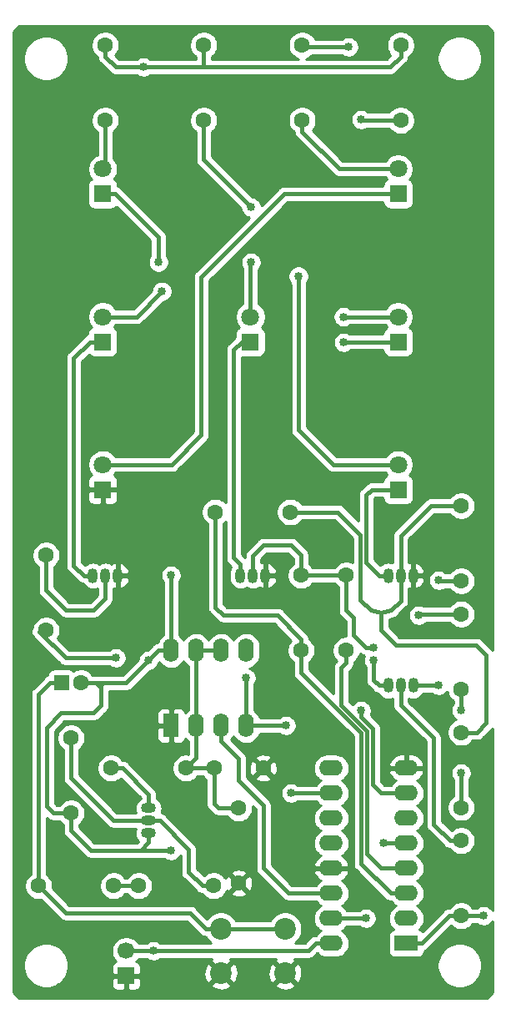
<source format=gbr>
%TF.GenerationSoftware,KiCad,Pcbnew,(5.1.2)-2*%
%TF.CreationDate,2020-05-27T12:26:41-04:00*%
%TF.ProjectId,LED Dice Kit 001a,4c454420-4469-4636-9520-4b6974203030,rev?*%
%TF.SameCoordinates,Original*%
%TF.FileFunction,Copper,L1,Top*%
%TF.FilePolarity,Positive*%
%FSLAX46Y46*%
G04 Gerber Fmt 4.6, Leading zero omitted, Abs format (unit mm)*
G04 Created by KiCad (PCBNEW (5.1.2)-2) date 2020-05-27 12:26:41*
%MOMM*%
%LPD*%
G04 APERTURE LIST*
%TA.AperFunction,ComponentPad*%
%ADD10O,1.500000X1.050000*%
%TD*%
%TA.AperFunction,ComponentPad*%
%ADD11O,1.050000X1.500000*%
%TD*%
%TA.AperFunction,ComponentPad*%
%ADD12C,1.600000*%
%TD*%
%TA.AperFunction,ComponentPad*%
%ADD13C,2.200000*%
%TD*%
%TA.AperFunction,ComponentPad*%
%ADD14R,1.600000X2.400000*%
%TD*%
%TA.AperFunction,ComponentPad*%
%ADD15O,1.600000X2.400000*%
%TD*%
%TA.AperFunction,ComponentPad*%
%ADD16R,2.400000X1.600000*%
%TD*%
%TA.AperFunction,ComponentPad*%
%ADD17O,2.400000X1.600000*%
%TD*%
%TA.AperFunction,ComponentPad*%
%ADD18R,1.600000X1.600000*%
%TD*%
%TA.AperFunction,ComponentPad*%
%ADD19R,1.800000X1.800000*%
%TD*%
%TA.AperFunction,ComponentPad*%
%ADD20C,1.800000*%
%TD*%
%TA.AperFunction,ComponentPad*%
%ADD21C,1.700000*%
%TD*%
%TA.AperFunction,ComponentPad*%
%ADD22R,1.700000X1.700000*%
%TD*%
%TA.AperFunction,ViaPad*%
%ADD23C,0.850000*%
%TD*%
%TA.AperFunction,Conductor*%
%ADD24C,0.381000*%
%TD*%
%TA.AperFunction,Conductor*%
%ADD25C,0.254000*%
%TD*%
G04 APERTURE END LIST*
D10*
%TO.P,Q1,1*%
%TO.N,Net-(Q1-Pad1)*%
X89408000Y-130048000D03*
%TO.P,Q1,3*%
%TO.N,VCC*%
X89408000Y-132588000D03*
%TO.P,Q1,2*%
%TO.N,Net-(Q1-Pad2)*%
X89408000Y-131318000D03*
%TD*%
D11*
%TO.P,Q2,1*%
%TO.N,Net-(D1-Pad1)*%
X98730000Y-106458000D03*
%TO.P,Q2,3*%
%TO.N,GND*%
X101270000Y-106458000D03*
%TO.P,Q2,2*%
%TO.N,Net-(Q2-Pad2)*%
X100000000Y-106458000D03*
%TD*%
%TO.P,Q3,1*%
%TO.N,Net-(D3-Pad1)*%
X113730000Y-106458000D03*
%TO.P,Q3,3*%
%TO.N,GND*%
X116270000Y-106458000D03*
%TO.P,Q3,2*%
%TO.N,Net-(Q3-Pad2)*%
X115000000Y-106458000D03*
%TD*%
%TO.P,Q4,1*%
%TO.N,Net-(D5-Pad1)*%
X83730000Y-106458000D03*
%TO.P,Q4,3*%
%TO.N,GND*%
X86270000Y-106458000D03*
%TO.P,Q4,2*%
%TO.N,Net-(Q4-Pad2)*%
X85000000Y-106458000D03*
%TD*%
%TO.P,Q5,1*%
%TO.N,Net-(Q5-Pad1)*%
X113730000Y-117602000D03*
%TO.P,Q5,3*%
%TO.N,VCC*%
X116270000Y-117602000D03*
%TO.P,Q5,2*%
%TO.N,Net-(Q5-Pad2)*%
X115000000Y-117602000D03*
%TD*%
D12*
%TO.P,C2,2*%
%TO.N,GND*%
X101052000Y-125984000D03*
%TO.P,C2,1*%
%TO.N,Net-(C2-Pad1)*%
X96052000Y-125984000D03*
%TD*%
%TO.P,R3,2*%
%TO.N,Net-(Q1-Pad2)*%
X96012000Y-137922000D03*
%TO.P,R3,1*%
%TO.N,Net-(R1-Pad2)*%
X88392000Y-137922000D03*
%TD*%
%TO.P,R2,1*%
%TO.N,VCC*%
X81534000Y-130556000D03*
%TO.P,R2,2*%
%TO.N,Net-(Q1-Pad2)*%
X81534000Y-122936000D03*
%TD*%
%TO.P,R4,1*%
%TO.N,Net-(Q1-Pad1)*%
X85598000Y-125984000D03*
%TO.P,R4,2*%
%TO.N,Net-(C2-Pad1)*%
X93218000Y-125984000D03*
%TD*%
%TO.P,R5,1*%
%TO.N,Net-(C2-Pad1)*%
X98552000Y-130048000D03*
%TO.P,R5,2*%
%TO.N,GND*%
X98552000Y-137668000D03*
%TD*%
%TO.P,R6,1*%
%TO.N,Dice-1*%
X121158000Y-140970000D03*
%TO.P,R6,2*%
%TO.N,Net-(Q5-Pad2)*%
X121158000Y-133350000D03*
%TD*%
%TO.P,R7,2*%
%TO.N,Net-(Q2-Pad2)*%
X121158000Y-110350000D03*
%TO.P,R7,1*%
%TO.N,Dice-1*%
X121158000Y-117970000D03*
%TD*%
%TO.P,R8,1*%
%TO.N,Dice-3*%
X109474000Y-114046000D03*
%TO.P,R8,2*%
%TO.N,Net-(Q2-Pad2)*%
X109474000Y-106426000D03*
%TD*%
%TO.P,R9,2*%
%TO.N,Net-(Q2-Pad2)*%
X104900000Y-106426000D03*
%TO.P,R9,1*%
%TO.N,Dice-5*%
X104900000Y-114046000D03*
%TD*%
%TO.P,R10,1*%
%TO.N,Dice-4*%
X121158000Y-106970000D03*
%TO.P,R10,2*%
%TO.N,Net-(Q3-Pad2)*%
X121158000Y-99350000D03*
%TD*%
%TO.P,R11,2*%
%TO.N,Net-(Q3-Pad2)*%
X103810000Y-100000000D03*
%TO.P,R11,1*%
%TO.N,Dice-5*%
X96190000Y-100000000D03*
%TD*%
%TO.P,R12,1*%
%TO.N,Dice-6*%
X121158000Y-129970000D03*
%TO.P,R12,2*%
%TO.N,Net-(Q3-Pad2)*%
X121158000Y-122350000D03*
%TD*%
%TO.P,R13,2*%
%TO.N,Net-(Q4-Pad2)*%
X78994000Y-104394000D03*
%TO.P,R13,1*%
%TO.N,Dice-6*%
X78994000Y-112014000D03*
%TD*%
%TO.P,R14,2*%
%TO.N,Net-(D1-Pad2)*%
X95000000Y-60268000D03*
%TO.P,R14,1*%
%TO.N,VCC*%
X95000000Y-52648000D03*
%TD*%
%TO.P,R15,2*%
%TO.N,Net-(D2-Pad2)*%
X85000000Y-60268000D03*
%TO.P,R15,1*%
%TO.N,VCC*%
X85000000Y-52648000D03*
%TD*%
%TO.P,R16,1*%
%TO.N,VCC*%
X115000000Y-52648000D03*
%TO.P,R16,2*%
%TO.N,Net-(D4-Pad2)*%
X115000000Y-60268000D03*
%TD*%
%TO.P,R17,2*%
%TO.N,Net-(D6-Pad2)*%
X105000000Y-60268000D03*
%TO.P,R17,1*%
%TO.N,Net-(Q5-Pad1)*%
X105000000Y-52648000D03*
%TD*%
D13*
%TO.P,SW1,1*%
%TO.N,Net-(C1-Pad2)*%
X96750000Y-142276000D03*
X103250000Y-142276000D03*
%TO.P,SW1,2*%
%TO.N,GND*%
X96750000Y-146776000D03*
X103250000Y-146776000D03*
%TD*%
D14*
%TO.P,U1,1*%
%TO.N,GND*%
X91694000Y-121666000D03*
D15*
%TO.P,U1,5*%
%TO.N,Net-(U1-Pad5)*%
X99314000Y-114046000D03*
%TO.P,U1,2*%
%TO.N,Net-(C2-Pad1)*%
X94234000Y-121666000D03*
%TO.P,U1,6*%
X96774000Y-114046000D03*
%TO.P,U1,3*%
%TO.N,Net-(U1-Pad3)*%
X96774000Y-121666000D03*
%TO.P,U1,7*%
%TO.N,Net-(C2-Pad1)*%
X94234000Y-114046000D03*
%TO.P,U1,4*%
%TO.N,VCC*%
X99314000Y-121666000D03*
%TO.P,U1,8*%
X91694000Y-114046000D03*
%TD*%
D16*
%TO.P,U2,1*%
%TO.N,Dice-1*%
X115570000Y-143764000D03*
D17*
%TO.P,U2,9*%
%TO.N,Net-(U2-Pad9)*%
X107950000Y-125984000D03*
%TO.P,U2,2*%
%TO.N,Dice-2*%
X115570000Y-141224000D03*
%TO.P,U2,10*%
%TO.N,Dice-6*%
X107950000Y-128524000D03*
%TO.P,U2,3*%
%TO.N,Dice-5*%
X115570000Y-138684000D03*
%TO.P,U2,11*%
%TO.N,Net-(U2-Pad11)*%
X107950000Y-131064000D03*
%TO.P,U2,4*%
%TO.N,Dice-3*%
X115570000Y-136144000D03*
%TO.P,U2,12*%
%TO.N,Net-(U2-Pad12)*%
X107950000Y-133604000D03*
%TO.P,U2,5*%
%TO.N,4017-Reset*%
X115570000Y-133604000D03*
%TO.P,U2,13*%
%TO.N,GND*%
X107950000Y-136144000D03*
%TO.P,U2,6*%
%TO.N,Net-(U2-Pad6)*%
X115570000Y-131064000D03*
%TO.P,U2,14*%
%TO.N,Net-(U1-Pad3)*%
X107950000Y-138684000D03*
%TO.P,U2,7*%
%TO.N,Dice-4*%
X115570000Y-128524000D03*
%TO.P,U2,15*%
%TO.N,4017-Reset*%
X107950000Y-141224000D03*
%TO.P,U2,8*%
%TO.N,GND*%
X115570000Y-125984000D03*
%TO.P,U2,16*%
%TO.N,VCC*%
X107950000Y-143764000D03*
%TD*%
D12*
%TO.P,C1,1*%
%TO.N,VCC*%
X82550000Y-117348000D03*
D18*
%TO.P,C1,2*%
%TO.N,Net-(C1-Pad2)*%
X80550000Y-117348000D03*
%TD*%
D19*
%TO.P,D2,1*%
%TO.N,Net-(D2-Pad1)*%
X84746000Y-67728000D03*
D20*
%TO.P,D2,2*%
%TO.N,Net-(D2-Pad2)*%
X84746000Y-65188000D03*
%TD*%
D19*
%TO.P,D6,1*%
%TO.N,Net-(D6-Pad1)*%
X114746000Y-67728000D03*
D20*
%TO.P,D6,2*%
%TO.N,Net-(D6-Pad2)*%
X114746000Y-65188000D03*
%TD*%
%TO.P,D5,2*%
%TO.N,Net-(D4-Pad1)*%
X84746000Y-80188000D03*
D19*
%TO.P,D5,1*%
%TO.N,Net-(D5-Pad1)*%
X84746000Y-82728000D03*
%TD*%
%TO.P,D1,1*%
%TO.N,Net-(D1-Pad1)*%
X99746000Y-82728000D03*
D20*
%TO.P,D1,2*%
%TO.N,Net-(D1-Pad2)*%
X99746000Y-80188000D03*
%TD*%
D19*
%TO.P,D4,1*%
%TO.N,Net-(D4-Pad1)*%
X114746000Y-82728000D03*
D20*
%TO.P,D4,2*%
%TO.N,Net-(D4-Pad2)*%
X114746000Y-80188000D03*
%TD*%
%TO.P,D7,2*%
%TO.N,Net-(D6-Pad1)*%
X84746000Y-95188000D03*
D19*
%TO.P,D7,1*%
%TO.N,GND*%
X84746000Y-97728000D03*
%TD*%
D20*
%TO.P,D3,2*%
%TO.N,Net-(D2-Pad1)*%
X114746000Y-95188000D03*
D19*
%TO.P,D3,1*%
%TO.N,Net-(D3-Pad1)*%
X114746000Y-97728000D03*
%TD*%
D21*
%TO.P,BT1,1*%
%TO.N,VCC*%
X87122000Y-144526000D03*
D22*
%TO.P,BT1,2*%
%TO.N,GND*%
X87122000Y-147066000D03*
%TD*%
D12*
%TO.P,R1,2*%
%TO.N,Net-(R1-Pad2)*%
X85852000Y-137922000D03*
%TO.P,R1,1*%
%TO.N,Net-(C1-Pad2)*%
X78232000Y-137922000D03*
%TD*%
D23*
%TO.N,VCC*%
X91694000Y-106426000D03*
X88900000Y-54864000D03*
X118872000Y-117602000D03*
X103378000Y-121666000D03*
X89916000Y-144526000D03*
X91694000Y-134366000D03*
X99314000Y-116840000D03*
X89408000Y-115062000D03*
%TO.N,Net-(D1-Pad2)*%
X99822000Y-69088000D03*
X99822000Y-74676000D03*
%TO.N,Net-(D2-Pad1)*%
X104620000Y-76078000D03*
X90400000Y-74640000D03*
%TO.N,Net-(D4-Pad1)*%
X90770000Y-77610000D03*
X109220000Y-82804000D03*
%TO.N,Net-(D4-Pad2)*%
X109178000Y-80188000D03*
X110998000Y-60198000D03*
%TO.N,Net-(Q2-Pad2)*%
X116840000Y-110490000D03*
X112268000Y-113792000D03*
%TO.N,Net-(Q5-Pad1)*%
X112268000Y-115062000D03*
X109728000Y-52832000D03*
%TO.N,Dice-1*%
X121158000Y-120142000D03*
X123444000Y-140970000D03*
%TO.N,Dice-4*%
X118872000Y-106934000D03*
X110998000Y-120142000D03*
%TO.N,Dice-6*%
X121158000Y-126492000D03*
X86106000Y-114808000D03*
X103886000Y-128524000D03*
%TO.N,4017-Reset*%
X111506000Y-141224000D03*
X113284000Y-133604000D03*
%TD*%
D24*
%TO.N,VCC*%
X79067010Y-129867010D02*
X79756000Y-130556000D01*
X80518000Y-120396000D02*
X79067010Y-121846990D01*
X84074000Y-117348000D02*
X84582000Y-117856000D01*
X82550000Y-117348000D02*
X84074000Y-117348000D01*
X79067010Y-121846990D02*
X79067010Y-129867010D01*
X84582000Y-117856000D02*
X84582000Y-119634000D01*
X79756000Y-130556000D02*
X81534000Y-130556000D01*
X84582000Y-119634000D02*
X83820000Y-120396000D01*
X83820000Y-120396000D02*
X80518000Y-120396000D01*
X85000000Y-53779370D02*
X85344000Y-54123370D01*
X85000000Y-52648000D02*
X85000000Y-53779370D01*
X115000000Y-53779370D02*
X113915370Y-54864000D01*
X115000000Y-52648000D02*
X115000000Y-53779370D01*
X86084630Y-54864000D02*
X85000000Y-53779370D01*
X91694000Y-114046000D02*
X91694000Y-106426000D01*
X88900000Y-54864000D02*
X86084630Y-54864000D01*
X116270000Y-117602000D02*
X118872000Y-117602000D01*
X103378000Y-121666000D02*
X99314000Y-121666000D01*
X89501040Y-54864000D02*
X88900000Y-54864000D01*
X91415370Y-54864000D02*
X89501040Y-54864000D01*
X106369000Y-143764000D02*
X105607000Y-144526000D01*
X107950000Y-143764000D02*
X106369000Y-143764000D01*
X105607000Y-144526000D02*
X89916000Y-144526000D01*
X81534000Y-132334000D02*
X81534000Y-130556000D01*
X89408000Y-132588000D02*
X89408000Y-133494000D01*
X89408000Y-133494000D02*
X88646000Y-134366000D01*
X88646000Y-134366000D02*
X88536000Y-134366000D01*
X91694000Y-114046000D02*
X90513000Y-114046000D01*
X99314000Y-121666000D02*
X99314000Y-116840000D01*
X87211000Y-117259000D02*
X89408000Y-115062000D01*
X90424000Y-114046000D02*
X90513000Y-114046000D01*
X89408000Y-115062000D02*
X90424000Y-114046000D01*
X87122000Y-117348000D02*
X87211000Y-117259000D01*
X87122000Y-144526000D02*
X89916000Y-144526000D01*
X94996000Y-53783370D02*
X94996000Y-54864000D01*
X95000000Y-53779370D02*
X94996000Y-53783370D01*
X95000000Y-52648000D02*
X95000000Y-53779370D01*
X113915370Y-54864000D02*
X94996000Y-54864000D01*
X94996000Y-54864000D02*
X88900000Y-54864000D01*
X84582000Y-117602000D02*
X84836000Y-117348000D01*
X84074000Y-117348000D02*
X84836000Y-117348000D01*
X84582000Y-119634000D02*
X84582000Y-117602000D01*
X84836000Y-117348000D02*
X87122000Y-117348000D01*
X83566000Y-134366000D02*
X81534000Y-132334000D01*
X91694000Y-134366000D02*
X88138000Y-134366000D01*
X88536000Y-134366000D02*
X88138000Y-134366000D01*
X88138000Y-134366000D02*
X83566000Y-134366000D01*
%TO.N,Net-(C1-Pad2)*%
X96750000Y-142276000D02*
X103250000Y-142276000D01*
X79369000Y-117348000D02*
X80550000Y-117348000D01*
X78232000Y-118485000D02*
X79369000Y-117348000D01*
X78232000Y-137922000D02*
X78232000Y-118485000D01*
X93634366Y-140716000D02*
X81026000Y-140716000D01*
X95194366Y-142276000D02*
X93634366Y-140716000D01*
X96750000Y-142276000D02*
X95194366Y-142276000D01*
X78232000Y-137922000D02*
X81026000Y-140716000D01*
%TO.N,GND*%
X98806000Y-137668000D02*
X98552000Y-137668000D01*
%TO.N,Net-(C2-Pad1)*%
X94234000Y-114046000D02*
X94234000Y-121666000D01*
X94234000Y-114046000D02*
X96774000Y-114046000D01*
X96520000Y-130048000D02*
X98552000Y-130048000D01*
X96052000Y-125984000D02*
X96052000Y-129580000D01*
X96052000Y-129580000D02*
X96520000Y-130048000D01*
X94234000Y-124968000D02*
X94234000Y-121666000D01*
X93218000Y-125984000D02*
X94234000Y-124968000D01*
X96052000Y-125984000D02*
X93218000Y-125984000D01*
%TO.N,Net-(D1-Pad1)*%
X98730000Y-105327000D02*
X98044000Y-104641000D01*
X98730000Y-106458000D02*
X98730000Y-105327000D01*
X98044000Y-83566000D02*
X98882000Y-82728000D01*
X98044000Y-104641000D02*
X98044000Y-83566000D01*
X98882000Y-82728000D02*
X99746000Y-82728000D01*
%TO.N,Net-(D1-Pad2)*%
X99746000Y-74752000D02*
X99822000Y-74676000D01*
X99746000Y-80188000D02*
X99746000Y-74752000D01*
X95000000Y-64266000D02*
X99822000Y-69088000D01*
X95000000Y-60268000D02*
X95000000Y-64266000D01*
%TO.N,Net-(D2-Pad1)*%
X104620000Y-76679040D02*
X104650000Y-76709040D01*
X104620000Y-76078000D02*
X104620000Y-76679040D01*
X114746000Y-95188000D02*
X108142000Y-95188000D01*
X104648000Y-91694000D02*
X104648000Y-88138000D01*
X108142000Y-95188000D02*
X104648000Y-91694000D01*
X104650000Y-76709040D02*
X104648000Y-88138000D01*
X104648000Y-88138000D02*
X104650000Y-88698000D01*
X86027000Y-67728000D02*
X90400000Y-72101000D01*
X84746000Y-67728000D02*
X86027000Y-67728000D01*
X90400000Y-72101000D02*
X90400000Y-74640000D01*
%TO.N,Net-(D2-Pad2)*%
X85000000Y-64934000D02*
X84746000Y-65188000D01*
X85000000Y-60268000D02*
X85000000Y-64934000D01*
%TO.N,Net-(D3-Pad1)*%
X112824000Y-106458000D02*
X111506000Y-105140000D01*
X113730000Y-106458000D02*
X112824000Y-106458000D01*
X111506000Y-105140000D02*
X111506000Y-98298000D01*
X112076000Y-97728000D02*
X114746000Y-97728000D01*
X111506000Y-98298000D02*
X112076000Y-97728000D01*
%TO.N,Net-(D4-Pad1)*%
X84746000Y-80188000D02*
X88192000Y-80188000D01*
X88192000Y-80188000D02*
X90770000Y-77610000D01*
X109296000Y-82728000D02*
X109220000Y-82804000D01*
X114746000Y-82728000D02*
X109296000Y-82728000D01*
%TO.N,Net-(D4-Pad2)*%
X114746000Y-80188000D02*
X109178000Y-80188000D01*
X111068000Y-60268000D02*
X110998000Y-60198000D01*
X115000000Y-60268000D02*
X111068000Y-60268000D01*
%TO.N,Net-(Q1-Pad1)*%
X89408000Y-129142000D02*
X89408000Y-130048000D01*
X89408000Y-128662630D02*
X89408000Y-129142000D01*
X86729370Y-125984000D02*
X89408000Y-128662630D01*
X85598000Y-125984000D02*
X86729370Y-125984000D01*
%TO.N,Net-(Q1-Pad2)*%
X90539000Y-131318000D02*
X93472000Y-134251000D01*
X89408000Y-131318000D02*
X90539000Y-131318000D01*
X81534000Y-122936000D02*
X81534000Y-127000000D01*
X85852000Y-131318000D02*
X89408000Y-131318000D01*
X81534000Y-127000000D02*
X85852000Y-131318000D01*
X93472000Y-136513370D02*
X93472000Y-136144000D01*
X94880630Y-137922000D02*
X93472000Y-136513370D01*
X96012000Y-137922000D02*
X94880630Y-137922000D01*
X93472000Y-134251000D02*
X93472000Y-136144000D01*
X93472000Y-136144000D02*
X93472000Y-136536630D01*
%TO.N,Net-(Q2-Pad2)*%
X100000000Y-106458000D02*
X100000000Y-104470000D01*
X100000000Y-104470000D02*
X101092000Y-103378000D01*
X101092000Y-103378000D02*
X103886000Y-103378000D01*
X104902000Y-104394000D02*
X104902000Y-106426000D01*
X103886000Y-103378000D02*
X104902000Y-104394000D01*
X121158000Y-110350000D02*
X116980000Y-110350000D01*
X116980000Y-110350000D02*
X116840000Y-110490000D01*
X112268000Y-113792000D02*
X111506000Y-113792000D01*
X111506000Y-113792000D02*
X110236000Y-112522000D01*
X104900000Y-106426000D02*
X109474000Y-106426000D01*
X109474000Y-109982000D02*
X109474000Y-106426000D01*
X110236000Y-110744000D02*
X109474000Y-109982000D01*
X110236000Y-112522000D02*
X110236000Y-110744000D01*
%TO.N,Net-(Q3-Pad2)*%
X115000000Y-106458000D02*
X115000000Y-109028000D01*
X115000000Y-109028000D02*
X114046000Y-109982000D01*
X112014000Y-109982000D02*
X110924990Y-108892990D01*
X110924990Y-108892990D02*
X110924990Y-102288990D01*
X108636000Y-100000000D02*
X103810000Y-100000000D01*
X110924990Y-102288990D02*
X108636000Y-100000000D01*
X121158000Y-122350000D02*
X122760000Y-122350000D01*
X122760000Y-122350000D02*
X123698000Y-121412000D01*
X123698000Y-121412000D02*
X123698000Y-114554000D01*
X123698000Y-114554000D02*
X122682000Y-113538000D01*
X122682000Y-113538000D02*
X114554000Y-113538000D01*
X113030000Y-112014000D02*
X113030000Y-110236000D01*
X114046000Y-109982000D02*
X113030000Y-110236000D01*
X114554000Y-113538000D02*
X113030000Y-112014000D01*
X113030000Y-110236000D02*
X112014000Y-109982000D01*
X115000000Y-106458000D02*
X115000000Y-102424000D01*
X118074000Y-99350000D02*
X121158000Y-99350000D01*
X115000000Y-102424000D02*
X118074000Y-99350000D01*
%TO.N,Net-(Q4-Pad2)*%
X78994000Y-104394000D02*
X78994000Y-107950000D01*
X78994000Y-107950000D02*
X81026000Y-109982000D01*
X83820000Y-109982000D02*
X85000000Y-108802000D01*
X81026000Y-109982000D02*
X83820000Y-109982000D01*
X85000000Y-108802000D02*
X85000000Y-106458000D01*
%TO.N,Net-(Q5-Pad1)*%
X112824000Y-117602000D02*
X112268000Y-117046000D01*
X113730000Y-117602000D02*
X112824000Y-117602000D01*
X112268000Y-117046000D02*
X112268000Y-115062000D01*
X104578000Y-52648000D02*
X104648000Y-52578000D01*
X105184000Y-52832000D02*
X105000000Y-52648000D01*
X109728000Y-52832000D02*
X105184000Y-52832000D01*
%TO.N,Net-(Q5-Pad2)*%
X121158000Y-133350000D02*
X120026630Y-133350000D01*
X120026630Y-133350000D02*
X118364000Y-131687370D01*
X118364000Y-131687370D02*
X118364000Y-122936000D01*
X115000000Y-119572000D02*
X115000000Y-117602000D01*
X118364000Y-122936000D02*
X115000000Y-119572000D01*
%TO.N,Dice-1*%
X121158000Y-117970000D02*
X121158000Y-120142000D01*
X121158000Y-140970000D02*
X123444000Y-140970000D01*
X117151000Y-143764000D02*
X115570000Y-143764000D01*
X121158000Y-140970000D02*
X119945000Y-140970000D01*
X119945000Y-140970000D02*
X117151000Y-143764000D01*
%TO.N,Dice-3*%
X108966000Y-119574328D02*
X111579010Y-122187338D01*
X111579010Y-122187338D02*
X111579010Y-134693010D01*
X113030000Y-136144000D02*
X115570000Y-136144000D01*
X111579010Y-134693010D02*
X113030000Y-136144000D01*
X109474000Y-115316000D02*
X109474000Y-114046000D01*
X108966000Y-115824000D02*
X109474000Y-115316000D01*
X108966000Y-115824000D02*
X108966000Y-119574328D01*
%TO.N,Dice-5*%
X113989000Y-138684000D02*
X110998000Y-135693000D01*
X115570000Y-138684000D02*
X113989000Y-138684000D01*
X110998000Y-135693000D02*
X110998000Y-122428000D01*
X104900000Y-116330000D02*
X104900000Y-114046000D01*
X110998000Y-122428000D02*
X104900000Y-116330000D01*
X104900000Y-112914630D02*
X102475370Y-110490000D01*
X104900000Y-114046000D02*
X104900000Y-112914630D01*
X102475370Y-110490000D02*
X97028000Y-110490000D01*
X96190000Y-109652000D02*
X96190000Y-100000000D01*
X97028000Y-110490000D02*
X96190000Y-109652000D01*
%TO.N,Dice-4*%
X121158000Y-106970000D02*
X118908000Y-106970000D01*
X118908000Y-106970000D02*
X118872000Y-106934000D01*
X110998000Y-120142000D02*
X110998000Y-120784656D01*
X110998000Y-120784656D02*
X112160020Y-121946676D01*
X112160020Y-121946676D02*
X112160020Y-127654020D01*
X113030000Y-128524000D02*
X115570000Y-128524000D01*
X112160020Y-127654020D02*
X113030000Y-128524000D01*
%TO.N,Dice-6*%
X121158000Y-129970000D02*
X121158000Y-126492000D01*
X103886000Y-128524000D02*
X107950000Y-128524000D01*
X80975200Y-114808000D02*
X86106000Y-114808000D01*
X78282800Y-112115600D02*
X80975200Y-114808000D01*
%TO.N,Net-(U1-Pad3)*%
X96774000Y-123247000D02*
X98552000Y-125025000D01*
X96774000Y-121666000D02*
X96774000Y-123247000D01*
X98552000Y-125025000D02*
X98552000Y-127254000D01*
X98552000Y-127254000D02*
X101092000Y-129794000D01*
X101092000Y-129794000D02*
X101092000Y-136144000D01*
X103632000Y-138684000D02*
X107950000Y-138684000D01*
X101092000Y-136144000D02*
X103632000Y-138684000D01*
%TO.N,4017-Reset*%
X107950000Y-141224000D02*
X111506000Y-141224000D01*
X113284000Y-133604000D02*
X115570000Y-133604000D01*
%TO.N,Net-(D5-Pad1)*%
X82824000Y-106458000D02*
X81788000Y-105422000D01*
X83730000Y-106458000D02*
X82824000Y-106458000D01*
X83465000Y-82728000D02*
X84746000Y-82728000D01*
X81788000Y-84405000D02*
X83465000Y-82728000D01*
X81788000Y-105422000D02*
X81788000Y-84405000D01*
%TO.N,Net-(D6-Pad1)*%
X103214000Y-67728000D02*
X98044000Y-72898000D01*
X114746000Y-67728000D02*
X103214000Y-67728000D01*
X98298000Y-72644000D02*
X98044000Y-72898000D01*
X98044000Y-72898000D02*
X94742000Y-76200000D01*
X84746000Y-95188000D02*
X91756000Y-95188000D01*
X91756000Y-95188000D02*
X94742000Y-92202000D01*
X94742000Y-92202000D02*
X94742000Y-88392000D01*
X94742000Y-76200000D02*
X94742000Y-88392000D01*
X94742000Y-88392000D02*
X94742000Y-88646000D01*
%TO.N,Net-(D6-Pad2)*%
X113473208Y-65188000D02*
X114746000Y-65188000D01*
X108788630Y-65188000D02*
X113473208Y-65188000D01*
X105000000Y-61399370D02*
X108788630Y-65188000D01*
X105000000Y-60268000D02*
X105000000Y-61399370D01*
%TO.N,Net-(R1-Pad2)*%
X85852000Y-137922000D02*
X88392000Y-137922000D01*
%TD*%
D25*
%TO.N,GND*%
G36*
X124340000Y-51273381D02*
G01*
X124340001Y-114035037D01*
X124337177Y-114031596D01*
X124284541Y-113967459D01*
X124253039Y-113941606D01*
X123294398Y-112982966D01*
X123268541Y-112951459D01*
X123142842Y-112848301D01*
X122999434Y-112771647D01*
X122843826Y-112724444D01*
X122722553Y-112712500D01*
X122722550Y-112712500D01*
X122682000Y-112708506D01*
X122641450Y-112712500D01*
X114895933Y-112712500D01*
X113855500Y-111672068D01*
X113855500Y-110880531D01*
X114187327Y-110797574D01*
X114207826Y-110795555D01*
X114266050Y-110777893D01*
X114285555Y-110773017D01*
X114304839Y-110766127D01*
X114363433Y-110748353D01*
X114381270Y-110738819D01*
X114400310Y-110732016D01*
X114452838Y-110700565D01*
X114506842Y-110671699D01*
X114522473Y-110658871D01*
X114539824Y-110648482D01*
X114585218Y-110607377D01*
X114601041Y-110594391D01*
X114615249Y-110580183D01*
X114660359Y-110539335D01*
X114672639Y-110522793D01*
X114809833Y-110385599D01*
X115780000Y-110385599D01*
X115780000Y-110594401D01*
X115820735Y-110799191D01*
X115900640Y-110992098D01*
X116016644Y-111165711D01*
X116164289Y-111313356D01*
X116337902Y-111429360D01*
X116530809Y-111509265D01*
X116735599Y-111550000D01*
X116944401Y-111550000D01*
X117149191Y-111509265D01*
X117342098Y-111429360D01*
X117515711Y-111313356D01*
X117653567Y-111175500D01*
X119983722Y-111175500D01*
X120043363Y-111264759D01*
X120243241Y-111464637D01*
X120478273Y-111621680D01*
X120739426Y-111729853D01*
X121016665Y-111785000D01*
X121299335Y-111785000D01*
X121576574Y-111729853D01*
X121837727Y-111621680D01*
X122072759Y-111464637D01*
X122272637Y-111264759D01*
X122429680Y-111029727D01*
X122537853Y-110768574D01*
X122593000Y-110491335D01*
X122593000Y-110208665D01*
X122537853Y-109931426D01*
X122429680Y-109670273D01*
X122272637Y-109435241D01*
X122072759Y-109235363D01*
X121837727Y-109078320D01*
X121576574Y-108970147D01*
X121299335Y-108915000D01*
X121016665Y-108915000D01*
X120739426Y-108970147D01*
X120478273Y-109078320D01*
X120243241Y-109235363D01*
X120043363Y-109435241D01*
X119983722Y-109524500D01*
X117278991Y-109524500D01*
X117149191Y-109470735D01*
X116944401Y-109430000D01*
X116735599Y-109430000D01*
X116530809Y-109470735D01*
X116337902Y-109550640D01*
X116164289Y-109666644D01*
X116016644Y-109814289D01*
X115900640Y-109987902D01*
X115820735Y-110180809D01*
X115780000Y-110385599D01*
X114809833Y-110385599D01*
X115555045Y-109640389D01*
X115586541Y-109614541D01*
X115612389Y-109583045D01*
X115612392Y-109583042D01*
X115689699Y-109488843D01*
X115766353Y-109345434D01*
X115769649Y-109334567D01*
X115813556Y-109189826D01*
X115825500Y-109068553D01*
X115825500Y-109068551D01*
X115829494Y-109028000D01*
X115825500Y-108987450D01*
X115825500Y-107759027D01*
X115902663Y-107793272D01*
X115964190Y-107801964D01*
X116143000Y-107676163D01*
X116143000Y-106911108D01*
X116143215Y-106910399D01*
X116160000Y-106739978D01*
X116160000Y-106585000D01*
X116397000Y-106585000D01*
X116397000Y-107676163D01*
X116575810Y-107801964D01*
X116637337Y-107793272D01*
X116846882Y-107700275D01*
X117034258Y-107568184D01*
X117192264Y-107402076D01*
X117314828Y-107208334D01*
X117397239Y-106994404D01*
X117425758Y-106829599D01*
X117812000Y-106829599D01*
X117812000Y-107038401D01*
X117852735Y-107243191D01*
X117932640Y-107436098D01*
X118048644Y-107609711D01*
X118196289Y-107757356D01*
X118369902Y-107873360D01*
X118562809Y-107953265D01*
X118767599Y-107994000D01*
X118976401Y-107994000D01*
X119181191Y-107953265D01*
X119374098Y-107873360D01*
X119490624Y-107795500D01*
X119983722Y-107795500D01*
X120043363Y-107884759D01*
X120243241Y-108084637D01*
X120478273Y-108241680D01*
X120739426Y-108349853D01*
X121016665Y-108405000D01*
X121299335Y-108405000D01*
X121576574Y-108349853D01*
X121837727Y-108241680D01*
X122072759Y-108084637D01*
X122272637Y-107884759D01*
X122429680Y-107649727D01*
X122537853Y-107388574D01*
X122593000Y-107111335D01*
X122593000Y-106828665D01*
X122537853Y-106551426D01*
X122429680Y-106290273D01*
X122272637Y-106055241D01*
X122072759Y-105855363D01*
X121837727Y-105698320D01*
X121576574Y-105590147D01*
X121299335Y-105535000D01*
X121016665Y-105535000D01*
X120739426Y-105590147D01*
X120478273Y-105698320D01*
X120243241Y-105855363D01*
X120043363Y-106055241D01*
X119983722Y-106144500D01*
X119581567Y-106144500D01*
X119547711Y-106110644D01*
X119374098Y-105994640D01*
X119181191Y-105914735D01*
X118976401Y-105874000D01*
X118767599Y-105874000D01*
X118562809Y-105914735D01*
X118369902Y-105994640D01*
X118196289Y-106110644D01*
X118048644Y-106258289D01*
X117932640Y-106431902D01*
X117852735Y-106624809D01*
X117812000Y-106829599D01*
X117425758Y-106829599D01*
X117436331Y-106768507D01*
X117276598Y-106585000D01*
X116397000Y-106585000D01*
X116160000Y-106585000D01*
X116160000Y-106176021D01*
X116143215Y-106005600D01*
X116143000Y-106004891D01*
X116143000Y-105239837D01*
X116397000Y-105239837D01*
X116397000Y-106331000D01*
X117276598Y-106331000D01*
X117436331Y-106147493D01*
X117397239Y-105921596D01*
X117314828Y-105707666D01*
X117192264Y-105513924D01*
X117034258Y-105347816D01*
X116846882Y-105215725D01*
X116637337Y-105122728D01*
X116575810Y-105114036D01*
X116397000Y-105239837D01*
X116143000Y-105239837D01*
X115964190Y-105114036D01*
X115902663Y-105122728D01*
X115825500Y-105156973D01*
X115825500Y-102765932D01*
X118415933Y-100175500D01*
X119983722Y-100175500D01*
X120043363Y-100264759D01*
X120243241Y-100464637D01*
X120478273Y-100621680D01*
X120739426Y-100729853D01*
X121016665Y-100785000D01*
X121299335Y-100785000D01*
X121576574Y-100729853D01*
X121837727Y-100621680D01*
X122072759Y-100464637D01*
X122272637Y-100264759D01*
X122429680Y-100029727D01*
X122537853Y-99768574D01*
X122593000Y-99491335D01*
X122593000Y-99208665D01*
X122537853Y-98931426D01*
X122429680Y-98670273D01*
X122272637Y-98435241D01*
X122072759Y-98235363D01*
X121837727Y-98078320D01*
X121576574Y-97970147D01*
X121299335Y-97915000D01*
X121016665Y-97915000D01*
X120739426Y-97970147D01*
X120478273Y-98078320D01*
X120243241Y-98235363D01*
X120043363Y-98435241D01*
X119983722Y-98524500D01*
X118114539Y-98524500D01*
X118073999Y-98520507D01*
X118033459Y-98524500D01*
X118033447Y-98524500D01*
X117912174Y-98536444D01*
X117756566Y-98583647D01*
X117631678Y-98650402D01*
X117613156Y-98660302D01*
X117557033Y-98706361D01*
X117487459Y-98763459D01*
X117461606Y-98794961D01*
X114444961Y-101811607D01*
X114413460Y-101837459D01*
X114387609Y-101868959D01*
X114310301Y-101963158D01*
X114233647Y-102106567D01*
X114186445Y-102262174D01*
X114170506Y-102424000D01*
X114174501Y-102464560D01*
X114174500Y-105155642D01*
X113957399Y-105089785D01*
X113730000Y-105067388D01*
X113502600Y-105089785D01*
X113283940Y-105156115D01*
X113082421Y-105263829D01*
X112925798Y-105392366D01*
X112331500Y-104798068D01*
X112331500Y-98639933D01*
X112417933Y-98553500D01*
X113207928Y-98553500D01*
X113207928Y-98628000D01*
X113220188Y-98752482D01*
X113256498Y-98872180D01*
X113315463Y-98982494D01*
X113394815Y-99079185D01*
X113491506Y-99158537D01*
X113601820Y-99217502D01*
X113721518Y-99253812D01*
X113846000Y-99266072D01*
X115646000Y-99266072D01*
X115770482Y-99253812D01*
X115890180Y-99217502D01*
X116000494Y-99158537D01*
X116097185Y-99079185D01*
X116176537Y-98982494D01*
X116235502Y-98872180D01*
X116271812Y-98752482D01*
X116284072Y-98628000D01*
X116284072Y-96828000D01*
X116271812Y-96703518D01*
X116235502Y-96583820D01*
X116176537Y-96473506D01*
X116097185Y-96376815D01*
X116000494Y-96297463D01*
X115890180Y-96238498D01*
X115871873Y-96232944D01*
X115938312Y-96166505D01*
X116106299Y-95915095D01*
X116222011Y-95635743D01*
X116281000Y-95339184D01*
X116281000Y-95036816D01*
X116222011Y-94740257D01*
X116106299Y-94460905D01*
X115938312Y-94209495D01*
X115724505Y-93995688D01*
X115473095Y-93827701D01*
X115193743Y-93711989D01*
X114897184Y-93653000D01*
X114594816Y-93653000D01*
X114298257Y-93711989D01*
X114018905Y-93827701D01*
X113767495Y-93995688D01*
X113553688Y-94209495D01*
X113451453Y-94362500D01*
X108483933Y-94362500D01*
X105473500Y-91352068D01*
X105473500Y-88758147D01*
X105475639Y-88735604D01*
X105473500Y-88136774D01*
X105473500Y-88132999D01*
X105474909Y-80083599D01*
X108118000Y-80083599D01*
X108118000Y-80292401D01*
X108158735Y-80497191D01*
X108238640Y-80690098D01*
X108354644Y-80863711D01*
X108502289Y-81011356D01*
X108675902Y-81127360D01*
X108868809Y-81207265D01*
X109073599Y-81248000D01*
X109282401Y-81248000D01*
X109487191Y-81207265D01*
X109680098Y-81127360D01*
X109850502Y-81013500D01*
X113451453Y-81013500D01*
X113553688Y-81166505D01*
X113620127Y-81232944D01*
X113601820Y-81238498D01*
X113491506Y-81297463D01*
X113394815Y-81376815D01*
X113315463Y-81473506D01*
X113256498Y-81583820D01*
X113220188Y-81703518D01*
X113207928Y-81828000D01*
X113207928Y-81902500D01*
X109778760Y-81902500D01*
X109722098Y-81864640D01*
X109529191Y-81784735D01*
X109324401Y-81744000D01*
X109115599Y-81744000D01*
X108910809Y-81784735D01*
X108717902Y-81864640D01*
X108544289Y-81980644D01*
X108396644Y-82128289D01*
X108280640Y-82301902D01*
X108200735Y-82494809D01*
X108160000Y-82699599D01*
X108160000Y-82908401D01*
X108200735Y-83113191D01*
X108280640Y-83306098D01*
X108396644Y-83479711D01*
X108544289Y-83627356D01*
X108717902Y-83743360D01*
X108910809Y-83823265D01*
X109115599Y-83864000D01*
X109324401Y-83864000D01*
X109529191Y-83823265D01*
X109722098Y-83743360D01*
X109895711Y-83627356D01*
X109969567Y-83553500D01*
X113207928Y-83553500D01*
X113207928Y-83628000D01*
X113220188Y-83752482D01*
X113256498Y-83872180D01*
X113315463Y-83982494D01*
X113394815Y-84079185D01*
X113491506Y-84158537D01*
X113601820Y-84217502D01*
X113721518Y-84253812D01*
X113846000Y-84266072D01*
X115646000Y-84266072D01*
X115770482Y-84253812D01*
X115890180Y-84217502D01*
X116000494Y-84158537D01*
X116097185Y-84079185D01*
X116176537Y-83982494D01*
X116235502Y-83872180D01*
X116271812Y-83752482D01*
X116284072Y-83628000D01*
X116284072Y-81828000D01*
X116271812Y-81703518D01*
X116235502Y-81583820D01*
X116176537Y-81473506D01*
X116097185Y-81376815D01*
X116000494Y-81297463D01*
X115890180Y-81238498D01*
X115871873Y-81232944D01*
X115938312Y-81166505D01*
X116106299Y-80915095D01*
X116222011Y-80635743D01*
X116281000Y-80339184D01*
X116281000Y-80036816D01*
X116222011Y-79740257D01*
X116106299Y-79460905D01*
X115938312Y-79209495D01*
X115724505Y-78995688D01*
X115473095Y-78827701D01*
X115193743Y-78711989D01*
X114897184Y-78653000D01*
X114594816Y-78653000D01*
X114298257Y-78711989D01*
X114018905Y-78827701D01*
X113767495Y-78995688D01*
X113553688Y-79209495D01*
X113451453Y-79362500D01*
X109850502Y-79362500D01*
X109680098Y-79248640D01*
X109487191Y-79168735D01*
X109282401Y-79128000D01*
X109073599Y-79128000D01*
X108868809Y-79168735D01*
X108675902Y-79248640D01*
X108502289Y-79364644D01*
X108354644Y-79512289D01*
X108238640Y-79685902D01*
X108158735Y-79878809D01*
X108118000Y-80083599D01*
X105474909Y-80083599D01*
X105475493Y-76749655D01*
X105479493Y-76709039D01*
X105478685Y-76700837D01*
X105559360Y-76580098D01*
X105639265Y-76387191D01*
X105680000Y-76182401D01*
X105680000Y-75973599D01*
X105639265Y-75768809D01*
X105559360Y-75575902D01*
X105443356Y-75402289D01*
X105295711Y-75254644D01*
X105122098Y-75138640D01*
X104929191Y-75058735D01*
X104724401Y-75018000D01*
X104515599Y-75018000D01*
X104310809Y-75058735D01*
X104117902Y-75138640D01*
X103944289Y-75254644D01*
X103796644Y-75402289D01*
X103680640Y-75575902D01*
X103600735Y-75768809D01*
X103560000Y-75973599D01*
X103560000Y-76182401D01*
X103600735Y-76387191D01*
X103680640Y-76580098D01*
X103796644Y-76753711D01*
X103797993Y-76755060D01*
X103806444Y-76840866D01*
X103824467Y-76900281D01*
X103822507Y-88097384D01*
X103822501Y-88097447D01*
X103822501Y-88098921D01*
X103822361Y-88100396D01*
X103822500Y-88139269D01*
X103822493Y-88178408D01*
X103822501Y-88178489D01*
X103822500Y-91653449D01*
X103818506Y-91694000D01*
X103822500Y-91734550D01*
X103822500Y-91734552D01*
X103834444Y-91855825D01*
X103843163Y-91884567D01*
X103881647Y-92011433D01*
X103958301Y-92154842D01*
X103992214Y-92196165D01*
X104061459Y-92280541D01*
X104092966Y-92306398D01*
X107529606Y-95743039D01*
X107555459Y-95774541D01*
X107619596Y-95827177D01*
X107681157Y-95877699D01*
X107751120Y-95915095D01*
X107824566Y-95954353D01*
X107980174Y-96001556D01*
X108101447Y-96013500D01*
X108101449Y-96013500D01*
X108141999Y-96017494D01*
X108182550Y-96013500D01*
X113451453Y-96013500D01*
X113553688Y-96166505D01*
X113620127Y-96232944D01*
X113601820Y-96238498D01*
X113491506Y-96297463D01*
X113394815Y-96376815D01*
X113315463Y-96473506D01*
X113256498Y-96583820D01*
X113220188Y-96703518D01*
X113207928Y-96828000D01*
X113207928Y-96902500D01*
X112116550Y-96902500D01*
X112076000Y-96898506D01*
X112035449Y-96902500D01*
X112035447Y-96902500D01*
X111914174Y-96914444D01*
X111758566Y-96961647D01*
X111615157Y-97038301D01*
X111520958Y-97115608D01*
X111520955Y-97115611D01*
X111489459Y-97141459D01*
X111463610Y-97172956D01*
X110950960Y-97685607D01*
X110919460Y-97711459D01*
X110893609Y-97742959D01*
X110816301Y-97837158D01*
X110739647Y-97980567D01*
X110692445Y-98136174D01*
X110676506Y-98298000D01*
X110680501Y-98338560D01*
X110680501Y-100877067D01*
X109248398Y-99444966D01*
X109222541Y-99413459D01*
X109096842Y-99310301D01*
X108953434Y-99233647D01*
X108797826Y-99186444D01*
X108676553Y-99174500D01*
X108676550Y-99174500D01*
X108636000Y-99170506D01*
X108595450Y-99174500D01*
X104984278Y-99174500D01*
X104924637Y-99085241D01*
X104724759Y-98885363D01*
X104489727Y-98728320D01*
X104228574Y-98620147D01*
X103951335Y-98565000D01*
X103668665Y-98565000D01*
X103391426Y-98620147D01*
X103130273Y-98728320D01*
X102895241Y-98885363D01*
X102695363Y-99085241D01*
X102538320Y-99320273D01*
X102430147Y-99581426D01*
X102375000Y-99858665D01*
X102375000Y-100141335D01*
X102430147Y-100418574D01*
X102538320Y-100679727D01*
X102695363Y-100914759D01*
X102895241Y-101114637D01*
X103130273Y-101271680D01*
X103391426Y-101379853D01*
X103668665Y-101435000D01*
X103951335Y-101435000D01*
X104228574Y-101379853D01*
X104489727Y-101271680D01*
X104724759Y-101114637D01*
X104924637Y-100914759D01*
X104984278Y-100825500D01*
X108294068Y-100825500D01*
X110099491Y-102630925D01*
X110099491Y-105131855D01*
X109892574Y-105046147D01*
X109615335Y-104991000D01*
X109332665Y-104991000D01*
X109055426Y-105046147D01*
X108794273Y-105154320D01*
X108559241Y-105311363D01*
X108359363Y-105511241D01*
X108299722Y-105600500D01*
X106074278Y-105600500D01*
X106014637Y-105511241D01*
X105814759Y-105311363D01*
X105727500Y-105253059D01*
X105727500Y-104434550D01*
X105731494Y-104394000D01*
X105727500Y-104353447D01*
X105715556Y-104232174D01*
X105668353Y-104076566D01*
X105642719Y-104028609D01*
X105591699Y-103933157D01*
X105514391Y-103838958D01*
X105488541Y-103807459D01*
X105457040Y-103781607D01*
X104498398Y-102822966D01*
X104472541Y-102791459D01*
X104346842Y-102688301D01*
X104203434Y-102611647D01*
X104047826Y-102564444D01*
X103926553Y-102552500D01*
X103926550Y-102552500D01*
X103886000Y-102548506D01*
X103845450Y-102552500D01*
X101132550Y-102552500D01*
X101091999Y-102548506D01*
X101051449Y-102552500D01*
X101051447Y-102552500D01*
X100930174Y-102564444D01*
X100774566Y-102611647D01*
X100681111Y-102661601D01*
X100631157Y-102688301D01*
X100569596Y-102738823D01*
X100505459Y-102791459D01*
X100479606Y-102822961D01*
X99444961Y-103857607D01*
X99413460Y-103883459D01*
X99387609Y-103914959D01*
X99310301Y-104009158D01*
X99233647Y-104152567D01*
X99186445Y-104308174D01*
X99170506Y-104470000D01*
X99174501Y-104510560D01*
X99174501Y-104604068D01*
X98869500Y-104299068D01*
X98869500Y-84266072D01*
X100646000Y-84266072D01*
X100770482Y-84253812D01*
X100890180Y-84217502D01*
X101000494Y-84158537D01*
X101097185Y-84079185D01*
X101176537Y-83982494D01*
X101235502Y-83872180D01*
X101271812Y-83752482D01*
X101284072Y-83628000D01*
X101284072Y-81828000D01*
X101271812Y-81703518D01*
X101235502Y-81583820D01*
X101176537Y-81473506D01*
X101097185Y-81376815D01*
X101000494Y-81297463D01*
X100890180Y-81238498D01*
X100871873Y-81232944D01*
X100938312Y-81166505D01*
X101106299Y-80915095D01*
X101222011Y-80635743D01*
X101281000Y-80339184D01*
X101281000Y-80036816D01*
X101222011Y-79740257D01*
X101106299Y-79460905D01*
X100938312Y-79209495D01*
X100724505Y-78995688D01*
X100571500Y-78893453D01*
X100571500Y-75425567D01*
X100645356Y-75351711D01*
X100761360Y-75178098D01*
X100841265Y-74985191D01*
X100882000Y-74780401D01*
X100882000Y-74571599D01*
X100841265Y-74366809D01*
X100761360Y-74173902D01*
X100645356Y-74000289D01*
X100497711Y-73852644D01*
X100324098Y-73736640D01*
X100131191Y-73656735D01*
X99926401Y-73616000D01*
X99717599Y-73616000D01*
X99512809Y-73656735D01*
X99319902Y-73736640D01*
X99146289Y-73852644D01*
X98998644Y-74000289D01*
X98882640Y-74173902D01*
X98802735Y-74366809D01*
X98762000Y-74571599D01*
X98762000Y-74780401D01*
X98802735Y-74985191D01*
X98882640Y-75178098D01*
X98920501Y-75234761D01*
X98920500Y-78893453D01*
X98767495Y-78995688D01*
X98553688Y-79209495D01*
X98385701Y-79460905D01*
X98269989Y-79740257D01*
X98211000Y-80036816D01*
X98211000Y-80339184D01*
X98269989Y-80635743D01*
X98385701Y-80915095D01*
X98553688Y-81166505D01*
X98620127Y-81232944D01*
X98601820Y-81238498D01*
X98491506Y-81297463D01*
X98394815Y-81376815D01*
X98315463Y-81473506D01*
X98256498Y-81583820D01*
X98220188Y-81703518D01*
X98207928Y-81828000D01*
X98207928Y-82234639D01*
X97488961Y-82953607D01*
X97457460Y-82979459D01*
X97431609Y-83010959D01*
X97354301Y-83105158D01*
X97277647Y-83248567D01*
X97230445Y-83404174D01*
X97214506Y-83566000D01*
X97218501Y-83606561D01*
X97218500Y-98999104D01*
X97104759Y-98885363D01*
X96869727Y-98728320D01*
X96608574Y-98620147D01*
X96331335Y-98565000D01*
X96048665Y-98565000D01*
X95771426Y-98620147D01*
X95510273Y-98728320D01*
X95275241Y-98885363D01*
X95075363Y-99085241D01*
X94918320Y-99320273D01*
X94810147Y-99581426D01*
X94755000Y-99858665D01*
X94755000Y-100141335D01*
X94810147Y-100418574D01*
X94918320Y-100679727D01*
X95075363Y-100914759D01*
X95275241Y-101114637D01*
X95364501Y-101174278D01*
X95364500Y-109611450D01*
X95360506Y-109652000D01*
X95364500Y-109692550D01*
X95364500Y-109692552D01*
X95376444Y-109813825D01*
X95415228Y-109941678D01*
X95423647Y-109969433D01*
X95500301Y-110112842D01*
X95525729Y-110143826D01*
X95603459Y-110238541D01*
X95634966Y-110264398D01*
X96415606Y-111045039D01*
X96441459Y-111076541D01*
X96505596Y-111129177D01*
X96567157Y-111179699D01*
X96694278Y-111247647D01*
X96710566Y-111256353D01*
X96866174Y-111303556D01*
X96987447Y-111315500D01*
X96987449Y-111315500D01*
X97028000Y-111319494D01*
X97068550Y-111315500D01*
X102133438Y-111315500D01*
X103867270Y-113049334D01*
X103785363Y-113131241D01*
X103628320Y-113366273D01*
X103520147Y-113627426D01*
X103465000Y-113904665D01*
X103465000Y-114187335D01*
X103520147Y-114464574D01*
X103628320Y-114725727D01*
X103785363Y-114960759D01*
X103985241Y-115160637D01*
X104074500Y-115220278D01*
X104074500Y-116289449D01*
X104070506Y-116330000D01*
X104074500Y-116370550D01*
X104074500Y-116370552D01*
X104086444Y-116491825D01*
X104114021Y-116582735D01*
X104133647Y-116647433D01*
X104210301Y-116790842D01*
X104244214Y-116832165D01*
X104313459Y-116916541D01*
X104344966Y-116942398D01*
X110172501Y-122769934D01*
X110172500Y-135652450D01*
X110168506Y-135693000D01*
X110172500Y-135733550D01*
X110172500Y-135733552D01*
X110184444Y-135854825D01*
X110223075Y-135982174D01*
X110231647Y-136010433D01*
X110308301Y-136153842D01*
X110333505Y-136184553D01*
X110411459Y-136279541D01*
X110442966Y-136305398D01*
X113376611Y-139239045D01*
X113402459Y-139270541D01*
X113433955Y-139296389D01*
X113433958Y-139296392D01*
X113528157Y-139373699D01*
X113671564Y-139450352D01*
X113671566Y-139450353D01*
X113827174Y-139497556D01*
X113948447Y-139509500D01*
X113948449Y-139509500D01*
X113989000Y-139513494D01*
X113993968Y-139513005D01*
X114150392Y-139703608D01*
X114368899Y-139882932D01*
X114501858Y-139954000D01*
X114368899Y-140025068D01*
X114150392Y-140204392D01*
X113971068Y-140422899D01*
X113837818Y-140672192D01*
X113755764Y-140942691D01*
X113728057Y-141224000D01*
X113755764Y-141505309D01*
X113837818Y-141775808D01*
X113971068Y-142025101D01*
X114150392Y-142243608D01*
X114263482Y-142336419D01*
X114245518Y-142338188D01*
X114125820Y-142374498D01*
X114015506Y-142433463D01*
X113918815Y-142512815D01*
X113839463Y-142609506D01*
X113780498Y-142719820D01*
X113744188Y-142839518D01*
X113731928Y-142964000D01*
X113731928Y-144564000D01*
X113744188Y-144688482D01*
X113780498Y-144808180D01*
X113839463Y-144918494D01*
X113918815Y-145015185D01*
X114015506Y-145094537D01*
X114125820Y-145153502D01*
X114245518Y-145189812D01*
X114370000Y-145202072D01*
X116770000Y-145202072D01*
X116894482Y-145189812D01*
X117014180Y-145153502D01*
X117124494Y-145094537D01*
X117221185Y-145015185D01*
X117300537Y-144918494D01*
X117359502Y-144808180D01*
X117395812Y-144688482D01*
X117408072Y-144564000D01*
X117408072Y-144548664D01*
X117468434Y-144530353D01*
X117611842Y-144453699D01*
X117737541Y-144350541D01*
X117763398Y-144319034D01*
X120120519Y-141961915D01*
X120243241Y-142084637D01*
X120478273Y-142241680D01*
X120739426Y-142349853D01*
X121016665Y-142405000D01*
X121299335Y-142405000D01*
X121576574Y-142349853D01*
X121837727Y-142241680D01*
X122072759Y-142084637D01*
X122272637Y-141884759D01*
X122332278Y-141795500D01*
X122771498Y-141795500D01*
X122941902Y-141909360D01*
X123134809Y-141989265D01*
X123339599Y-142030000D01*
X123548401Y-142030000D01*
X123753191Y-141989265D01*
X123946098Y-141909360D01*
X124119711Y-141793356D01*
X124267356Y-141645711D01*
X124340001Y-141536990D01*
X124340001Y-148726618D01*
X123726620Y-149340000D01*
X76273381Y-149340000D01*
X75660000Y-148726620D01*
X75660000Y-145774947D01*
X76715000Y-145774947D01*
X76715000Y-146225053D01*
X76802811Y-146666510D01*
X76975059Y-147082353D01*
X77225125Y-147456603D01*
X77543397Y-147774875D01*
X77917647Y-148024941D01*
X78333490Y-148197189D01*
X78774947Y-148285000D01*
X79225053Y-148285000D01*
X79666510Y-148197189D01*
X80082353Y-148024941D01*
X80245394Y-147916000D01*
X85633928Y-147916000D01*
X85646188Y-148040482D01*
X85682498Y-148160180D01*
X85741463Y-148270494D01*
X85820815Y-148367185D01*
X85917506Y-148446537D01*
X86027820Y-148505502D01*
X86147518Y-148541812D01*
X86272000Y-148554072D01*
X86836250Y-148551000D01*
X86995000Y-148392250D01*
X86995000Y-147193000D01*
X87249000Y-147193000D01*
X87249000Y-148392250D01*
X87407750Y-148551000D01*
X87972000Y-148554072D01*
X88096482Y-148541812D01*
X88216180Y-148505502D01*
X88326494Y-148446537D01*
X88423185Y-148367185D01*
X88502537Y-148270494D01*
X88561502Y-148160180D01*
X88597812Y-148040482D01*
X88603501Y-147982712D01*
X95722893Y-147982712D01*
X95830726Y-148257338D01*
X96137384Y-148408216D01*
X96467585Y-148496369D01*
X96808639Y-148518409D01*
X97147439Y-148473489D01*
X97470966Y-148363336D01*
X97669274Y-148257338D01*
X97777107Y-147982712D01*
X102222893Y-147982712D01*
X102330726Y-148257338D01*
X102637384Y-148408216D01*
X102967585Y-148496369D01*
X103308639Y-148518409D01*
X103647439Y-148473489D01*
X103970966Y-148363336D01*
X104169274Y-148257338D01*
X104277107Y-147982712D01*
X103250000Y-146955605D01*
X102222893Y-147982712D01*
X97777107Y-147982712D01*
X96750000Y-146955605D01*
X95722893Y-147982712D01*
X88603501Y-147982712D01*
X88610072Y-147916000D01*
X88607000Y-147351750D01*
X88448250Y-147193000D01*
X87249000Y-147193000D01*
X86995000Y-147193000D01*
X85795750Y-147193000D01*
X85637000Y-147351750D01*
X85633928Y-147916000D01*
X80245394Y-147916000D01*
X80456603Y-147774875D01*
X80774875Y-147456603D01*
X81024941Y-147082353D01*
X81197189Y-146666510D01*
X81285000Y-146225053D01*
X81285000Y-145774947D01*
X81197189Y-145333490D01*
X81024941Y-144917647D01*
X80774875Y-144543397D01*
X80456603Y-144225125D01*
X80082353Y-143975059D01*
X79666510Y-143802811D01*
X79225053Y-143715000D01*
X78774947Y-143715000D01*
X78333490Y-143802811D01*
X77917647Y-143975059D01*
X77543397Y-144225125D01*
X77225125Y-144543397D01*
X76975059Y-144917647D01*
X76802811Y-145333490D01*
X76715000Y-145774947D01*
X75660000Y-145774947D01*
X75660000Y-137780665D01*
X76797000Y-137780665D01*
X76797000Y-138063335D01*
X76852147Y-138340574D01*
X76960320Y-138601727D01*
X77117363Y-138836759D01*
X77317241Y-139036637D01*
X77552273Y-139193680D01*
X77813426Y-139301853D01*
X78090665Y-139357000D01*
X78373335Y-139357000D01*
X78478624Y-139336056D01*
X80413611Y-141271045D01*
X80439459Y-141302541D01*
X80470955Y-141328389D01*
X80470958Y-141328392D01*
X80565157Y-141405699D01*
X80655838Y-141454169D01*
X80708566Y-141482353D01*
X80864174Y-141529556D01*
X80985447Y-141541500D01*
X80985449Y-141541500D01*
X81026000Y-141545494D01*
X81066550Y-141541500D01*
X93292434Y-141541500D01*
X94581972Y-142831039D01*
X94607825Y-142862541D01*
X94671962Y-142915177D01*
X94733523Y-142965699D01*
X94874401Y-143041000D01*
X94876932Y-143042353D01*
X95032540Y-143089556D01*
X95153813Y-143101500D01*
X95153815Y-143101500D01*
X95194365Y-143105494D01*
X95216150Y-143103348D01*
X95402337Y-143381998D01*
X95644002Y-143623663D01*
X95758997Y-143700500D01*
X90588502Y-143700500D01*
X90418098Y-143586640D01*
X90225191Y-143506735D01*
X90020401Y-143466000D01*
X89811599Y-143466000D01*
X89606809Y-143506735D01*
X89413902Y-143586640D01*
X89243498Y-143700500D01*
X88356413Y-143700500D01*
X88275475Y-143579368D01*
X88068632Y-143372525D01*
X87825411Y-143210010D01*
X87555158Y-143098068D01*
X87268260Y-143041000D01*
X86975740Y-143041000D01*
X86688842Y-143098068D01*
X86418589Y-143210010D01*
X86175368Y-143372525D01*
X85968525Y-143579368D01*
X85806010Y-143822589D01*
X85694068Y-144092842D01*
X85637000Y-144379740D01*
X85637000Y-144672260D01*
X85694068Y-144959158D01*
X85806010Y-145229411D01*
X85968525Y-145472632D01*
X86100380Y-145604487D01*
X86027820Y-145626498D01*
X85917506Y-145685463D01*
X85820815Y-145764815D01*
X85741463Y-145861506D01*
X85682498Y-145971820D01*
X85646188Y-146091518D01*
X85633928Y-146216000D01*
X85637000Y-146780250D01*
X85795750Y-146939000D01*
X86995000Y-146939000D01*
X86995000Y-146919000D01*
X87249000Y-146919000D01*
X87249000Y-146939000D01*
X88448250Y-146939000D01*
X88552611Y-146834639D01*
X95007591Y-146834639D01*
X95052511Y-147173439D01*
X95162664Y-147496966D01*
X95268662Y-147695274D01*
X95543288Y-147803107D01*
X96570395Y-146776000D01*
X96929605Y-146776000D01*
X97956712Y-147803107D01*
X98231338Y-147695274D01*
X98382216Y-147388616D01*
X98470369Y-147058415D01*
X98484830Y-146834639D01*
X101507591Y-146834639D01*
X101552511Y-147173439D01*
X101662664Y-147496966D01*
X101768662Y-147695274D01*
X102043288Y-147803107D01*
X103070395Y-146776000D01*
X103429605Y-146776000D01*
X104456712Y-147803107D01*
X104731338Y-147695274D01*
X104882216Y-147388616D01*
X104970369Y-147058415D01*
X104992409Y-146717361D01*
X104947489Y-146378561D01*
X104837336Y-146055034D01*
X104731338Y-145856726D01*
X104523066Y-145774947D01*
X118715000Y-145774947D01*
X118715000Y-146225053D01*
X118802811Y-146666510D01*
X118975059Y-147082353D01*
X119225125Y-147456603D01*
X119543397Y-147774875D01*
X119917647Y-148024941D01*
X120333490Y-148197189D01*
X120774947Y-148285000D01*
X121225053Y-148285000D01*
X121666510Y-148197189D01*
X122082353Y-148024941D01*
X122456603Y-147774875D01*
X122774875Y-147456603D01*
X123024941Y-147082353D01*
X123197189Y-146666510D01*
X123285000Y-146225053D01*
X123285000Y-145774947D01*
X123197189Y-145333490D01*
X123024941Y-144917647D01*
X122774875Y-144543397D01*
X122456603Y-144225125D01*
X122082353Y-143975059D01*
X121666510Y-143802811D01*
X121225053Y-143715000D01*
X120774947Y-143715000D01*
X120333490Y-143802811D01*
X119917647Y-143975059D01*
X119543397Y-144225125D01*
X119225125Y-144543397D01*
X118975059Y-144917647D01*
X118802811Y-145333490D01*
X118715000Y-145774947D01*
X104523066Y-145774947D01*
X104456712Y-145748893D01*
X103429605Y-146776000D01*
X103070395Y-146776000D01*
X102043288Y-145748893D01*
X101768662Y-145856726D01*
X101617784Y-146163384D01*
X101529631Y-146493585D01*
X101507591Y-146834639D01*
X98484830Y-146834639D01*
X98492409Y-146717361D01*
X98447489Y-146378561D01*
X98337336Y-146055034D01*
X98231338Y-145856726D01*
X97956712Y-145748893D01*
X96929605Y-146776000D01*
X96570395Y-146776000D01*
X95543288Y-145748893D01*
X95268662Y-145856726D01*
X95117784Y-146163384D01*
X95029631Y-146493585D01*
X95007591Y-146834639D01*
X88552611Y-146834639D01*
X88607000Y-146780250D01*
X88610072Y-146216000D01*
X88597812Y-146091518D01*
X88561502Y-145971820D01*
X88502537Y-145861506D01*
X88423185Y-145764815D01*
X88326494Y-145685463D01*
X88216180Y-145626498D01*
X88143620Y-145604487D01*
X88275475Y-145472632D01*
X88356413Y-145351500D01*
X89243498Y-145351500D01*
X89413902Y-145465360D01*
X89606809Y-145545265D01*
X89811599Y-145586000D01*
X90020401Y-145586000D01*
X90225191Y-145545265D01*
X90418098Y-145465360D01*
X90588502Y-145351500D01*
X95808408Y-145351500D01*
X95722893Y-145569288D01*
X96750000Y-146596395D01*
X97777107Y-145569288D01*
X97691592Y-145351500D01*
X102308408Y-145351500D01*
X102222893Y-145569288D01*
X103250000Y-146596395D01*
X104277107Y-145569288D01*
X104191592Y-145351500D01*
X105566450Y-145351500D01*
X105607000Y-145355494D01*
X105647550Y-145351500D01*
X105647553Y-145351500D01*
X105768826Y-145339556D01*
X105924434Y-145292353D01*
X106067842Y-145215699D01*
X106193541Y-145112541D01*
X106219397Y-145081035D01*
X106524277Y-144776156D01*
X106530392Y-144783608D01*
X106748899Y-144962932D01*
X106998192Y-145096182D01*
X107268691Y-145178236D01*
X107479508Y-145199000D01*
X108420492Y-145199000D01*
X108631309Y-145178236D01*
X108901808Y-145096182D01*
X109151101Y-144962932D01*
X109369608Y-144783608D01*
X109548932Y-144565101D01*
X109682182Y-144315808D01*
X109764236Y-144045309D01*
X109791943Y-143764000D01*
X109764236Y-143482691D01*
X109682182Y-143212192D01*
X109548932Y-142962899D01*
X109369608Y-142744392D01*
X109151101Y-142565068D01*
X109018142Y-142494000D01*
X109151101Y-142422932D01*
X109369608Y-142243608D01*
X109528908Y-142049500D01*
X110833498Y-142049500D01*
X111003902Y-142163360D01*
X111196809Y-142243265D01*
X111401599Y-142284000D01*
X111610401Y-142284000D01*
X111815191Y-142243265D01*
X112008098Y-142163360D01*
X112181711Y-142047356D01*
X112329356Y-141899711D01*
X112445360Y-141726098D01*
X112525265Y-141533191D01*
X112566000Y-141328401D01*
X112566000Y-141119599D01*
X112525265Y-140914809D01*
X112445360Y-140721902D01*
X112329356Y-140548289D01*
X112181711Y-140400644D01*
X112008098Y-140284640D01*
X111815191Y-140204735D01*
X111610401Y-140164000D01*
X111401599Y-140164000D01*
X111196809Y-140204735D01*
X111003902Y-140284640D01*
X110833498Y-140398500D01*
X109528908Y-140398500D01*
X109369608Y-140204392D01*
X109151101Y-140025068D01*
X109018142Y-139954000D01*
X109151101Y-139882932D01*
X109369608Y-139703608D01*
X109548932Y-139485101D01*
X109682182Y-139235808D01*
X109764236Y-138965309D01*
X109791943Y-138684000D01*
X109764236Y-138402691D01*
X109682182Y-138132192D01*
X109548932Y-137882899D01*
X109369608Y-137664392D01*
X109151101Y-137485068D01*
X109023259Y-137416735D01*
X109252839Y-137266601D01*
X109454500Y-137068895D01*
X109613715Y-136835646D01*
X109724367Y-136575818D01*
X109741904Y-136493039D01*
X109619915Y-136271000D01*
X108077000Y-136271000D01*
X108077000Y-136291000D01*
X107823000Y-136291000D01*
X107823000Y-136271000D01*
X106280085Y-136271000D01*
X106158096Y-136493039D01*
X106175633Y-136575818D01*
X106286285Y-136835646D01*
X106445500Y-137068895D01*
X106647161Y-137266601D01*
X106876741Y-137416735D01*
X106748899Y-137485068D01*
X106530392Y-137664392D01*
X106371092Y-137858500D01*
X103973933Y-137858500D01*
X101917500Y-135802068D01*
X101917500Y-129834542D01*
X101921493Y-129793999D01*
X101917500Y-129753456D01*
X101917500Y-129753447D01*
X101905556Y-129632174D01*
X101858353Y-129476566D01*
X101781699Y-129333158D01*
X101781698Y-129333156D01*
X101704391Y-129238958D01*
X101678541Y-129207459D01*
X101647041Y-129181608D01*
X100885032Y-128419599D01*
X102826000Y-128419599D01*
X102826000Y-128628401D01*
X102866735Y-128833191D01*
X102946640Y-129026098D01*
X103062644Y-129199711D01*
X103210289Y-129347356D01*
X103383902Y-129463360D01*
X103576809Y-129543265D01*
X103781599Y-129584000D01*
X103990401Y-129584000D01*
X104195191Y-129543265D01*
X104388098Y-129463360D01*
X104558502Y-129349500D01*
X106371092Y-129349500D01*
X106530392Y-129543608D01*
X106748899Y-129722932D01*
X106881858Y-129794000D01*
X106748899Y-129865068D01*
X106530392Y-130044392D01*
X106351068Y-130262899D01*
X106217818Y-130512192D01*
X106135764Y-130782691D01*
X106108057Y-131064000D01*
X106135764Y-131345309D01*
X106217818Y-131615808D01*
X106351068Y-131865101D01*
X106530392Y-132083608D01*
X106748899Y-132262932D01*
X106881858Y-132334000D01*
X106748899Y-132405068D01*
X106530392Y-132584392D01*
X106351068Y-132802899D01*
X106217818Y-133052192D01*
X106135764Y-133322691D01*
X106108057Y-133604000D01*
X106135764Y-133885309D01*
X106217818Y-134155808D01*
X106351068Y-134405101D01*
X106530392Y-134623608D01*
X106748899Y-134802932D01*
X106876741Y-134871265D01*
X106647161Y-135021399D01*
X106445500Y-135219105D01*
X106286285Y-135452354D01*
X106175633Y-135712182D01*
X106158096Y-135794961D01*
X106280085Y-136017000D01*
X107823000Y-136017000D01*
X107823000Y-135997000D01*
X108077000Y-135997000D01*
X108077000Y-136017000D01*
X109619915Y-136017000D01*
X109741904Y-135794961D01*
X109724367Y-135712182D01*
X109613715Y-135452354D01*
X109454500Y-135219105D01*
X109252839Y-135021399D01*
X109023259Y-134871265D01*
X109151101Y-134802932D01*
X109369608Y-134623608D01*
X109548932Y-134405101D01*
X109682182Y-134155808D01*
X109764236Y-133885309D01*
X109791943Y-133604000D01*
X109764236Y-133322691D01*
X109682182Y-133052192D01*
X109548932Y-132802899D01*
X109369608Y-132584392D01*
X109151101Y-132405068D01*
X109018142Y-132334000D01*
X109151101Y-132262932D01*
X109369608Y-132083608D01*
X109548932Y-131865101D01*
X109682182Y-131615808D01*
X109764236Y-131345309D01*
X109791943Y-131064000D01*
X109764236Y-130782691D01*
X109682182Y-130512192D01*
X109548932Y-130262899D01*
X109369608Y-130044392D01*
X109151101Y-129865068D01*
X109018142Y-129794000D01*
X109151101Y-129722932D01*
X109369608Y-129543608D01*
X109548932Y-129325101D01*
X109682182Y-129075808D01*
X109764236Y-128805309D01*
X109791943Y-128524000D01*
X109764236Y-128242691D01*
X109682182Y-127972192D01*
X109548932Y-127722899D01*
X109369608Y-127504392D01*
X109151101Y-127325068D01*
X109018142Y-127254000D01*
X109151101Y-127182932D01*
X109369608Y-127003608D01*
X109548932Y-126785101D01*
X109682182Y-126535808D01*
X109764236Y-126265309D01*
X109791943Y-125984000D01*
X109764236Y-125702691D01*
X109682182Y-125432192D01*
X109548932Y-125182899D01*
X109369608Y-124964392D01*
X109151101Y-124785068D01*
X108901808Y-124651818D01*
X108631309Y-124569764D01*
X108420492Y-124549000D01*
X107479508Y-124549000D01*
X107268691Y-124569764D01*
X106998192Y-124651818D01*
X106748899Y-124785068D01*
X106530392Y-124964392D01*
X106351068Y-125182899D01*
X106217818Y-125432192D01*
X106135764Y-125702691D01*
X106108057Y-125984000D01*
X106135764Y-126265309D01*
X106217818Y-126535808D01*
X106351068Y-126785101D01*
X106530392Y-127003608D01*
X106748899Y-127182932D01*
X106881858Y-127254000D01*
X106748899Y-127325068D01*
X106530392Y-127504392D01*
X106371092Y-127698500D01*
X104558502Y-127698500D01*
X104388098Y-127584640D01*
X104195191Y-127504735D01*
X103990401Y-127464000D01*
X103781599Y-127464000D01*
X103576809Y-127504735D01*
X103383902Y-127584640D01*
X103210289Y-127700644D01*
X103062644Y-127848289D01*
X102946640Y-128021902D01*
X102866735Y-128214809D01*
X102826000Y-128419599D01*
X100885032Y-128419599D01*
X99442135Y-126976702D01*
X100238903Y-126976702D01*
X100310486Y-127220671D01*
X100565996Y-127341571D01*
X100840184Y-127410300D01*
X101122512Y-127424217D01*
X101402130Y-127382787D01*
X101668292Y-127287603D01*
X101793514Y-127220671D01*
X101865097Y-126976702D01*
X101052000Y-126163605D01*
X100238903Y-126976702D01*
X99442135Y-126976702D01*
X99377500Y-126912068D01*
X99377500Y-126054512D01*
X99611783Y-126054512D01*
X99653213Y-126334130D01*
X99748397Y-126600292D01*
X99815329Y-126725514D01*
X100059298Y-126797097D01*
X100872395Y-125984000D01*
X101231605Y-125984000D01*
X102044702Y-126797097D01*
X102288671Y-126725514D01*
X102409571Y-126470004D01*
X102478300Y-126195816D01*
X102492217Y-125913488D01*
X102450787Y-125633870D01*
X102355603Y-125367708D01*
X102288671Y-125242486D01*
X102044702Y-125170903D01*
X101231605Y-125984000D01*
X100872395Y-125984000D01*
X100059298Y-125170903D01*
X99815329Y-125242486D01*
X99694429Y-125497996D01*
X99625700Y-125772184D01*
X99611783Y-126054512D01*
X99377500Y-126054512D01*
X99377500Y-125065550D01*
X99381494Y-125025000D01*
X99378175Y-124991298D01*
X100238903Y-124991298D01*
X101052000Y-125804395D01*
X101865097Y-124991298D01*
X101793514Y-124747329D01*
X101538004Y-124626429D01*
X101263816Y-124557700D01*
X100981488Y-124543783D01*
X100701870Y-124585213D01*
X100435708Y-124680397D01*
X100310486Y-124747329D01*
X100238903Y-124991298D01*
X99378175Y-124991298D01*
X99375880Y-124968000D01*
X99365556Y-124863174D01*
X99318353Y-124707566D01*
X99261579Y-124601350D01*
X99241699Y-124564157D01*
X99164392Y-124469958D01*
X99164389Y-124469955D01*
X99138541Y-124438459D01*
X99107046Y-124412612D01*
X97786156Y-123091724D01*
X97793608Y-123085608D01*
X97972932Y-122867101D01*
X98044000Y-122734142D01*
X98115068Y-122867101D01*
X98294393Y-123085608D01*
X98512900Y-123264932D01*
X98762193Y-123398182D01*
X99032692Y-123480236D01*
X99314000Y-123507943D01*
X99595309Y-123480236D01*
X99865808Y-123398182D01*
X100115101Y-123264932D01*
X100333608Y-123085608D01*
X100512932Y-122867101D01*
X100646182Y-122617808D01*
X100684497Y-122491500D01*
X102705498Y-122491500D01*
X102875902Y-122605360D01*
X103068809Y-122685265D01*
X103273599Y-122726000D01*
X103482401Y-122726000D01*
X103687191Y-122685265D01*
X103880098Y-122605360D01*
X104053711Y-122489356D01*
X104201356Y-122341711D01*
X104317360Y-122168098D01*
X104397265Y-121975191D01*
X104438000Y-121770401D01*
X104438000Y-121561599D01*
X104397265Y-121356809D01*
X104317360Y-121163902D01*
X104201356Y-120990289D01*
X104053711Y-120842644D01*
X103880098Y-120726640D01*
X103687191Y-120646735D01*
X103482401Y-120606000D01*
X103273599Y-120606000D01*
X103068809Y-120646735D01*
X102875902Y-120726640D01*
X102705498Y-120840500D01*
X100684497Y-120840500D01*
X100646182Y-120714192D01*
X100512932Y-120464899D01*
X100333607Y-120246392D01*
X100139500Y-120087093D01*
X100139500Y-117512502D01*
X100253360Y-117342098D01*
X100333265Y-117149191D01*
X100374000Y-116944401D01*
X100374000Y-116735599D01*
X100333265Y-116530809D01*
X100253360Y-116337902D01*
X100137356Y-116164289D01*
X99989711Y-116016644D01*
X99816098Y-115900640D01*
X99666453Y-115838655D01*
X99865808Y-115778182D01*
X100115101Y-115644932D01*
X100333608Y-115465608D01*
X100512932Y-115247101D01*
X100646182Y-114997808D01*
X100728236Y-114727309D01*
X100749000Y-114516491D01*
X100749000Y-113575508D01*
X100728236Y-113364691D01*
X100646182Y-113094192D01*
X100512932Y-112844899D01*
X100333607Y-112626392D01*
X100115100Y-112447068D01*
X99865807Y-112313818D01*
X99595308Y-112231764D01*
X99314000Y-112204057D01*
X99032691Y-112231764D01*
X98762192Y-112313818D01*
X98512899Y-112447068D01*
X98294392Y-112626393D01*
X98115068Y-112844900D01*
X98044000Y-112977858D01*
X97972932Y-112844899D01*
X97793607Y-112626392D01*
X97575100Y-112447068D01*
X97325807Y-112313818D01*
X97055308Y-112231764D01*
X96774000Y-112204057D01*
X96492691Y-112231764D01*
X96222192Y-112313818D01*
X95972899Y-112447068D01*
X95754392Y-112626393D01*
X95575068Y-112844900D01*
X95504000Y-112977858D01*
X95432932Y-112844899D01*
X95253607Y-112626392D01*
X95035100Y-112447068D01*
X94785807Y-112313818D01*
X94515308Y-112231764D01*
X94234000Y-112204057D01*
X93952691Y-112231764D01*
X93682192Y-112313818D01*
X93432899Y-112447068D01*
X93214392Y-112626393D01*
X93035068Y-112844900D01*
X92964000Y-112977858D01*
X92892932Y-112844899D01*
X92713607Y-112626392D01*
X92519500Y-112467093D01*
X92519500Y-107098502D01*
X92633360Y-106928098D01*
X92713265Y-106735191D01*
X92754000Y-106530401D01*
X92754000Y-106321599D01*
X92713265Y-106116809D01*
X92633360Y-105923902D01*
X92517356Y-105750289D01*
X92369711Y-105602644D01*
X92196098Y-105486640D01*
X92003191Y-105406735D01*
X91798401Y-105366000D01*
X91589599Y-105366000D01*
X91384809Y-105406735D01*
X91191902Y-105486640D01*
X91018289Y-105602644D01*
X90870644Y-105750289D01*
X90754640Y-105923902D01*
X90674735Y-106116809D01*
X90634000Y-106321599D01*
X90634000Y-106530401D01*
X90674735Y-106735191D01*
X90754640Y-106928098D01*
X90868501Y-107098504D01*
X90868500Y-112467092D01*
X90674392Y-112626393D01*
X90495068Y-112844900D01*
X90361818Y-113094193D01*
X90321658Y-113226586D01*
X90262174Y-113232444D01*
X90106566Y-113279647D01*
X89963157Y-113356301D01*
X89901596Y-113406823D01*
X89837459Y-113459459D01*
X89811606Y-113490961D01*
X89299815Y-114002753D01*
X89098809Y-114042735D01*
X88905902Y-114122640D01*
X88732289Y-114238644D01*
X88584644Y-114386289D01*
X88468640Y-114559902D01*
X88388735Y-114752809D01*
X88348753Y-114953814D01*
X86780068Y-116522500D01*
X84876550Y-116522500D01*
X84835999Y-116518506D01*
X84795449Y-116522500D01*
X84114550Y-116522500D01*
X84074000Y-116518506D01*
X84033450Y-116522500D01*
X83724278Y-116522500D01*
X83664637Y-116433241D01*
X83464759Y-116233363D01*
X83229727Y-116076320D01*
X82968574Y-115968147D01*
X82691335Y-115913000D01*
X82408665Y-115913000D01*
X82131426Y-115968147D01*
X81870273Y-116076320D01*
X81814790Y-116113393D01*
X81801185Y-116096815D01*
X81704494Y-116017463D01*
X81594180Y-115958498D01*
X81474482Y-115922188D01*
X81350000Y-115909928D01*
X79750000Y-115909928D01*
X79625518Y-115922188D01*
X79505820Y-115958498D01*
X79395506Y-116017463D01*
X79298815Y-116096815D01*
X79219463Y-116193506D01*
X79160498Y-116303820D01*
X79124188Y-116423518D01*
X79111928Y-116548000D01*
X79111928Y-116563336D01*
X79051566Y-116581647D01*
X78908157Y-116658301D01*
X78813958Y-116735608D01*
X78813957Y-116735609D01*
X78782459Y-116761459D01*
X78756611Y-116792955D01*
X77676961Y-117872607D01*
X77645460Y-117898459D01*
X77604229Y-117948699D01*
X77542301Y-118024158D01*
X77465647Y-118167567D01*
X77418445Y-118323174D01*
X77402506Y-118485000D01*
X77406501Y-118525561D01*
X77406500Y-136747722D01*
X77317241Y-136807363D01*
X77117363Y-137007241D01*
X76960320Y-137242273D01*
X76852147Y-137503426D01*
X76797000Y-137780665D01*
X75660000Y-137780665D01*
X75660000Y-112115600D01*
X77453306Y-112115600D01*
X77469245Y-112277426D01*
X77516447Y-112433033D01*
X77593101Y-112576442D01*
X77670409Y-112670641D01*
X77780364Y-112780596D01*
X77879363Y-112928759D01*
X78079241Y-113128637D01*
X78227403Y-113227636D01*
X80362811Y-115363045D01*
X80388659Y-115394541D01*
X80420155Y-115420389D01*
X80420158Y-115420392D01*
X80514357Y-115497699D01*
X80637737Y-115563647D01*
X80657766Y-115574353D01*
X80813374Y-115621556D01*
X80934647Y-115633500D01*
X80934649Y-115633500D01*
X80975200Y-115637494D01*
X81015750Y-115633500D01*
X85433498Y-115633500D01*
X85603902Y-115747360D01*
X85796809Y-115827265D01*
X86001599Y-115868000D01*
X86210401Y-115868000D01*
X86415191Y-115827265D01*
X86608098Y-115747360D01*
X86781711Y-115631356D01*
X86929356Y-115483711D01*
X87045360Y-115310098D01*
X87125265Y-115117191D01*
X87166000Y-114912401D01*
X87166000Y-114703599D01*
X87125265Y-114498809D01*
X87045360Y-114305902D01*
X86929356Y-114132289D01*
X86781711Y-113984644D01*
X86608098Y-113868640D01*
X86415191Y-113788735D01*
X86210401Y-113748000D01*
X86001599Y-113748000D01*
X85796809Y-113788735D01*
X85603902Y-113868640D01*
X85433498Y-113982500D01*
X81317134Y-113982500D01*
X80170623Y-112835990D01*
X80265680Y-112693727D01*
X80373853Y-112432574D01*
X80429000Y-112155335D01*
X80429000Y-111872665D01*
X80373853Y-111595426D01*
X80265680Y-111334273D01*
X80108637Y-111099241D01*
X79908759Y-110899363D01*
X79673727Y-110742320D01*
X79412574Y-110634147D01*
X79135335Y-110579000D01*
X78852665Y-110579000D01*
X78575426Y-110634147D01*
X78314273Y-110742320D01*
X78079241Y-110899363D01*
X77879363Y-111099241D01*
X77722320Y-111334273D01*
X77614147Y-111595426D01*
X77605302Y-111639891D01*
X77593101Y-111654758D01*
X77516447Y-111798167D01*
X77469245Y-111953774D01*
X77453306Y-112115600D01*
X75660000Y-112115600D01*
X75660000Y-104252665D01*
X77559000Y-104252665D01*
X77559000Y-104535335D01*
X77614147Y-104812574D01*
X77722320Y-105073727D01*
X77879363Y-105308759D01*
X78079241Y-105508637D01*
X78168500Y-105568278D01*
X78168501Y-107909440D01*
X78164506Y-107950000D01*
X78180445Y-108111826D01*
X78227647Y-108267433D01*
X78304301Y-108410842D01*
X78364806Y-108484567D01*
X78407460Y-108536541D01*
X78438961Y-108562393D01*
X80413606Y-110537039D01*
X80439459Y-110568541D01*
X80470959Y-110594392D01*
X80565157Y-110671699D01*
X80673901Y-110729824D01*
X80708566Y-110748353D01*
X80864174Y-110795556D01*
X80985447Y-110807500D01*
X80985449Y-110807500D01*
X81026000Y-110811494D01*
X81066550Y-110807500D01*
X83779450Y-110807500D01*
X83820000Y-110811494D01*
X83860550Y-110807500D01*
X83860553Y-110807500D01*
X83981826Y-110795556D01*
X84137434Y-110748353D01*
X84280842Y-110671699D01*
X84406541Y-110568541D01*
X84432398Y-110537034D01*
X85555040Y-109414392D01*
X85586541Y-109388541D01*
X85665523Y-109292301D01*
X85689699Y-109262843D01*
X85766353Y-109119434D01*
X85778825Y-109078320D01*
X85813556Y-108963826D01*
X85825500Y-108842553D01*
X85825500Y-108842551D01*
X85829494Y-108802001D01*
X85825500Y-108761450D01*
X85825500Y-107759027D01*
X85902663Y-107793272D01*
X85964190Y-107801964D01*
X86143000Y-107676163D01*
X86143000Y-106911108D01*
X86143215Y-106910399D01*
X86160000Y-106739978D01*
X86160000Y-106585000D01*
X86397000Y-106585000D01*
X86397000Y-107676163D01*
X86575810Y-107801964D01*
X86637337Y-107793272D01*
X86846882Y-107700275D01*
X87034258Y-107568184D01*
X87192264Y-107402076D01*
X87314828Y-107208334D01*
X87397239Y-106994404D01*
X87436331Y-106768507D01*
X87276598Y-106585000D01*
X86397000Y-106585000D01*
X86160000Y-106585000D01*
X86160000Y-106176021D01*
X86143215Y-106005600D01*
X86143000Y-106004891D01*
X86143000Y-105239837D01*
X86397000Y-105239837D01*
X86397000Y-106331000D01*
X87276598Y-106331000D01*
X87436331Y-106147493D01*
X87397239Y-105921596D01*
X87314828Y-105707666D01*
X87192264Y-105513924D01*
X87034258Y-105347816D01*
X86846882Y-105215725D01*
X86637337Y-105122728D01*
X86575810Y-105114036D01*
X86397000Y-105239837D01*
X86143000Y-105239837D01*
X85964190Y-105114036D01*
X85902663Y-105122728D01*
X85693118Y-105215725D01*
X85634669Y-105256929D01*
X85446059Y-105156115D01*
X85227399Y-105089785D01*
X85000000Y-105067388D01*
X84772600Y-105089785D01*
X84553940Y-105156115D01*
X84365000Y-105257106D01*
X84176059Y-105156115D01*
X83957399Y-105089785D01*
X83730000Y-105067388D01*
X83502600Y-105089785D01*
X83283940Y-105156115D01*
X83082421Y-105263829D01*
X82925798Y-105392366D01*
X82613500Y-105080068D01*
X82613500Y-98628000D01*
X83207928Y-98628000D01*
X83220188Y-98752482D01*
X83256498Y-98872180D01*
X83315463Y-98982494D01*
X83394815Y-99079185D01*
X83491506Y-99158537D01*
X83601820Y-99217502D01*
X83721518Y-99253812D01*
X83846000Y-99266072D01*
X84460250Y-99263000D01*
X84619000Y-99104250D01*
X84619000Y-97855000D01*
X84873000Y-97855000D01*
X84873000Y-99104250D01*
X85031750Y-99263000D01*
X85646000Y-99266072D01*
X85770482Y-99253812D01*
X85890180Y-99217502D01*
X86000494Y-99158537D01*
X86097185Y-99079185D01*
X86176537Y-98982494D01*
X86235502Y-98872180D01*
X86271812Y-98752482D01*
X86284072Y-98628000D01*
X86281000Y-98013750D01*
X86122250Y-97855000D01*
X84873000Y-97855000D01*
X84619000Y-97855000D01*
X83369750Y-97855000D01*
X83211000Y-98013750D01*
X83207928Y-98628000D01*
X82613500Y-98628000D01*
X82613500Y-96828000D01*
X83207928Y-96828000D01*
X83211000Y-97442250D01*
X83369750Y-97601000D01*
X84619000Y-97601000D01*
X84619000Y-97581000D01*
X84873000Y-97581000D01*
X84873000Y-97601000D01*
X86122250Y-97601000D01*
X86281000Y-97442250D01*
X86284072Y-96828000D01*
X86271812Y-96703518D01*
X86235502Y-96583820D01*
X86176537Y-96473506D01*
X86097185Y-96376815D01*
X86000494Y-96297463D01*
X85890180Y-96238498D01*
X85871873Y-96232944D01*
X85938312Y-96166505D01*
X86040547Y-96013500D01*
X91715450Y-96013500D01*
X91756000Y-96017494D01*
X91796550Y-96013500D01*
X91796553Y-96013500D01*
X91917826Y-96001556D01*
X92073434Y-95954353D01*
X92216842Y-95877699D01*
X92342541Y-95774541D01*
X92368398Y-95743034D01*
X95297046Y-92814388D01*
X95328541Y-92788541D01*
X95354389Y-92757045D01*
X95354392Y-92757042D01*
X95431699Y-92662843D01*
X95508353Y-92519434D01*
X95526275Y-92460353D01*
X95555556Y-92363826D01*
X95567500Y-92242553D01*
X95567500Y-92242551D01*
X95571494Y-92202000D01*
X95567500Y-92161450D01*
X95567500Y-76541932D01*
X98656391Y-73453042D01*
X98656396Y-73453036D01*
X103555933Y-68553500D01*
X113207928Y-68553500D01*
X113207928Y-68628000D01*
X113220188Y-68752482D01*
X113256498Y-68872180D01*
X113315463Y-68982494D01*
X113394815Y-69079185D01*
X113491506Y-69158537D01*
X113601820Y-69217502D01*
X113721518Y-69253812D01*
X113846000Y-69266072D01*
X115646000Y-69266072D01*
X115770482Y-69253812D01*
X115890180Y-69217502D01*
X116000494Y-69158537D01*
X116097185Y-69079185D01*
X116176537Y-68982494D01*
X116235502Y-68872180D01*
X116271812Y-68752482D01*
X116284072Y-68628000D01*
X116284072Y-66828000D01*
X116271812Y-66703518D01*
X116235502Y-66583820D01*
X116176537Y-66473506D01*
X116097185Y-66376815D01*
X116000494Y-66297463D01*
X115890180Y-66238498D01*
X115871873Y-66232944D01*
X115938312Y-66166505D01*
X116106299Y-65915095D01*
X116222011Y-65635743D01*
X116281000Y-65339184D01*
X116281000Y-65036816D01*
X116222011Y-64740257D01*
X116106299Y-64460905D01*
X115938312Y-64209495D01*
X115724505Y-63995688D01*
X115473095Y-63827701D01*
X115193743Y-63711989D01*
X114897184Y-63653000D01*
X114594816Y-63653000D01*
X114298257Y-63711989D01*
X114018905Y-63827701D01*
X113767495Y-63995688D01*
X113553688Y-64209495D01*
X113451453Y-64362500D01*
X109130563Y-64362500D01*
X106032729Y-61264667D01*
X106114637Y-61182759D01*
X106271680Y-60947727D01*
X106379853Y-60686574D01*
X106435000Y-60409335D01*
X106435000Y-60126665D01*
X106428423Y-60093599D01*
X109938000Y-60093599D01*
X109938000Y-60302401D01*
X109978735Y-60507191D01*
X110058640Y-60700098D01*
X110174644Y-60873711D01*
X110322289Y-61021356D01*
X110495902Y-61137360D01*
X110688809Y-61217265D01*
X110893599Y-61258000D01*
X111102401Y-61258000D01*
X111307191Y-61217265D01*
X111500098Y-61137360D01*
X111565739Y-61093500D01*
X113825722Y-61093500D01*
X113885363Y-61182759D01*
X114085241Y-61382637D01*
X114320273Y-61539680D01*
X114581426Y-61647853D01*
X114858665Y-61703000D01*
X115141335Y-61703000D01*
X115418574Y-61647853D01*
X115679727Y-61539680D01*
X115914759Y-61382637D01*
X116114637Y-61182759D01*
X116271680Y-60947727D01*
X116379853Y-60686574D01*
X116435000Y-60409335D01*
X116435000Y-60126665D01*
X116379853Y-59849426D01*
X116271680Y-59588273D01*
X116114637Y-59353241D01*
X115914759Y-59153363D01*
X115679727Y-58996320D01*
X115418574Y-58888147D01*
X115141335Y-58833000D01*
X114858665Y-58833000D01*
X114581426Y-58888147D01*
X114320273Y-58996320D01*
X114085241Y-59153363D01*
X113885363Y-59353241D01*
X113825722Y-59442500D01*
X111741567Y-59442500D01*
X111673711Y-59374644D01*
X111500098Y-59258640D01*
X111307191Y-59178735D01*
X111102401Y-59138000D01*
X110893599Y-59138000D01*
X110688809Y-59178735D01*
X110495902Y-59258640D01*
X110322289Y-59374644D01*
X110174644Y-59522289D01*
X110058640Y-59695902D01*
X109978735Y-59888809D01*
X109938000Y-60093599D01*
X106428423Y-60093599D01*
X106379853Y-59849426D01*
X106271680Y-59588273D01*
X106114637Y-59353241D01*
X105914759Y-59153363D01*
X105679727Y-58996320D01*
X105418574Y-58888147D01*
X105141335Y-58833000D01*
X104858665Y-58833000D01*
X104581426Y-58888147D01*
X104320273Y-58996320D01*
X104085241Y-59153363D01*
X103885363Y-59353241D01*
X103728320Y-59588273D01*
X103620147Y-59849426D01*
X103565000Y-60126665D01*
X103565000Y-60409335D01*
X103620147Y-60686574D01*
X103728320Y-60947727D01*
X103885363Y-61182759D01*
X104085241Y-61382637D01*
X104174749Y-61442444D01*
X104186445Y-61561196D01*
X104233647Y-61716803D01*
X104310301Y-61860212D01*
X104371863Y-61935224D01*
X104413460Y-61985911D01*
X104444961Y-62011763D01*
X108176237Y-65743039D01*
X108202089Y-65774541D01*
X108266226Y-65827177D01*
X108327787Y-65877699D01*
X108397750Y-65915095D01*
X108471196Y-65954353D01*
X108626804Y-66001556D01*
X108748077Y-66013500D01*
X108748079Y-66013500D01*
X108788630Y-66017494D01*
X108829180Y-66013500D01*
X113451453Y-66013500D01*
X113553688Y-66166505D01*
X113620127Y-66232944D01*
X113601820Y-66238498D01*
X113491506Y-66297463D01*
X113394815Y-66376815D01*
X113315463Y-66473506D01*
X113256498Y-66583820D01*
X113220188Y-66703518D01*
X113207928Y-66828000D01*
X113207928Y-66902500D01*
X103254550Y-66902500D01*
X103213999Y-66898506D01*
X103173449Y-66902500D01*
X103173447Y-66902500D01*
X103052174Y-66914444D01*
X102896566Y-66961647D01*
X102753157Y-67038301D01*
X102691596Y-67088823D01*
X102627459Y-67141459D01*
X102601607Y-67172960D01*
X100866897Y-68907670D01*
X100841265Y-68778809D01*
X100761360Y-68585902D01*
X100645356Y-68412289D01*
X100497711Y-68264644D01*
X100324098Y-68148640D01*
X100131191Y-68068735D01*
X99930187Y-68028753D01*
X95825500Y-63924068D01*
X95825500Y-61442278D01*
X95914759Y-61382637D01*
X96114637Y-61182759D01*
X96271680Y-60947727D01*
X96379853Y-60686574D01*
X96435000Y-60409335D01*
X96435000Y-60126665D01*
X96379853Y-59849426D01*
X96271680Y-59588273D01*
X96114637Y-59353241D01*
X95914759Y-59153363D01*
X95679727Y-58996320D01*
X95418574Y-58888147D01*
X95141335Y-58833000D01*
X94858665Y-58833000D01*
X94581426Y-58888147D01*
X94320273Y-58996320D01*
X94085241Y-59153363D01*
X93885363Y-59353241D01*
X93728320Y-59588273D01*
X93620147Y-59849426D01*
X93565000Y-60126665D01*
X93565000Y-60409335D01*
X93620147Y-60686574D01*
X93728320Y-60947727D01*
X93885363Y-61182759D01*
X94085241Y-61382637D01*
X94174500Y-61442278D01*
X94174501Y-64225440D01*
X94170506Y-64266000D01*
X94186445Y-64427826D01*
X94233647Y-64583433D01*
X94310301Y-64726842D01*
X94371863Y-64801854D01*
X94413460Y-64852541D01*
X94444961Y-64878393D01*
X98762753Y-69196187D01*
X98802735Y-69397191D01*
X98882640Y-69590098D01*
X98998644Y-69763711D01*
X99146289Y-69911356D01*
X99319902Y-70027360D01*
X99512809Y-70107265D01*
X99641671Y-70132897D01*
X97488964Y-72285604D01*
X97488958Y-72285609D01*
X94186966Y-75587602D01*
X94155459Y-75613459D01*
X94088323Y-75695265D01*
X94052301Y-75739158D01*
X93993297Y-75849546D01*
X93975647Y-75882567D01*
X93928444Y-76038175D01*
X93925640Y-76066649D01*
X93912506Y-76200000D01*
X93916500Y-76240550D01*
X93916501Y-88351438D01*
X93916500Y-88351448D01*
X93916500Y-88686553D01*
X93916501Y-88686562D01*
X93916500Y-91860066D01*
X91414068Y-94362500D01*
X86040547Y-94362500D01*
X85938312Y-94209495D01*
X85724505Y-93995688D01*
X85473095Y-93827701D01*
X85193743Y-93711989D01*
X84897184Y-93653000D01*
X84594816Y-93653000D01*
X84298257Y-93711989D01*
X84018905Y-93827701D01*
X83767495Y-93995688D01*
X83553688Y-94209495D01*
X83385701Y-94460905D01*
X83269989Y-94740257D01*
X83211000Y-95036816D01*
X83211000Y-95339184D01*
X83269989Y-95635743D01*
X83385701Y-95915095D01*
X83553688Y-96166505D01*
X83620127Y-96232944D01*
X83601820Y-96238498D01*
X83491506Y-96297463D01*
X83394815Y-96376815D01*
X83315463Y-96473506D01*
X83256498Y-96583820D01*
X83220188Y-96703518D01*
X83207928Y-96828000D01*
X82613500Y-96828000D01*
X82613500Y-84746932D01*
X83343624Y-84016808D01*
X83394815Y-84079185D01*
X83491506Y-84158537D01*
X83601820Y-84217502D01*
X83721518Y-84253812D01*
X83846000Y-84266072D01*
X85646000Y-84266072D01*
X85770482Y-84253812D01*
X85890180Y-84217502D01*
X86000494Y-84158537D01*
X86097185Y-84079185D01*
X86176537Y-83982494D01*
X86235502Y-83872180D01*
X86271812Y-83752482D01*
X86284072Y-83628000D01*
X86284072Y-81828000D01*
X86271812Y-81703518D01*
X86235502Y-81583820D01*
X86176537Y-81473506D01*
X86097185Y-81376815D01*
X86000494Y-81297463D01*
X85890180Y-81238498D01*
X85871873Y-81232944D01*
X85938312Y-81166505D01*
X86040547Y-81013500D01*
X88151450Y-81013500D01*
X88192000Y-81017494D01*
X88232550Y-81013500D01*
X88232553Y-81013500D01*
X88353826Y-81001556D01*
X88509434Y-80954353D01*
X88652842Y-80877699D01*
X88778541Y-80774541D01*
X88804398Y-80743034D01*
X90878187Y-78669247D01*
X91079191Y-78629265D01*
X91272098Y-78549360D01*
X91445711Y-78433356D01*
X91593356Y-78285711D01*
X91709360Y-78112098D01*
X91789265Y-77919191D01*
X91830000Y-77714401D01*
X91830000Y-77505599D01*
X91789265Y-77300809D01*
X91709360Y-77107902D01*
X91593356Y-76934289D01*
X91445711Y-76786644D01*
X91272098Y-76670640D01*
X91079191Y-76590735D01*
X90874401Y-76550000D01*
X90665599Y-76550000D01*
X90460809Y-76590735D01*
X90267902Y-76670640D01*
X90094289Y-76786644D01*
X89946644Y-76934289D01*
X89830640Y-77107902D01*
X89750735Y-77300809D01*
X89710753Y-77501813D01*
X87850068Y-79362500D01*
X86040547Y-79362500D01*
X85938312Y-79209495D01*
X85724505Y-78995688D01*
X85473095Y-78827701D01*
X85193743Y-78711989D01*
X84897184Y-78653000D01*
X84594816Y-78653000D01*
X84298257Y-78711989D01*
X84018905Y-78827701D01*
X83767495Y-78995688D01*
X83553688Y-79209495D01*
X83385701Y-79460905D01*
X83269989Y-79740257D01*
X83211000Y-80036816D01*
X83211000Y-80339184D01*
X83269989Y-80635743D01*
X83385701Y-80915095D01*
X83553688Y-81166505D01*
X83620127Y-81232944D01*
X83601820Y-81238498D01*
X83491506Y-81297463D01*
X83394815Y-81376815D01*
X83315463Y-81473506D01*
X83256498Y-81583820D01*
X83220188Y-81703518D01*
X83207928Y-81828000D01*
X83207928Y-81943336D01*
X83147566Y-81961647D01*
X83004157Y-82038301D01*
X82942596Y-82088823D01*
X82878459Y-82141459D01*
X82852606Y-82172961D01*
X81232961Y-83792607D01*
X81201460Y-83818459D01*
X81175609Y-83849959D01*
X81098301Y-83944158D01*
X81021647Y-84087567D01*
X80974445Y-84243174D01*
X80958506Y-84405000D01*
X80962501Y-84445561D01*
X80962500Y-105381450D01*
X80958506Y-105422000D01*
X80962500Y-105462550D01*
X80962500Y-105462552D01*
X80974444Y-105583825D01*
X81008181Y-105695041D01*
X81021647Y-105739433D01*
X81098301Y-105882842D01*
X81124475Y-105914735D01*
X81201459Y-106008541D01*
X81232966Y-106034398D01*
X82211606Y-107013039D01*
X82237459Y-107044541D01*
X82299950Y-107095826D01*
X82363157Y-107147699D01*
X82413111Y-107174399D01*
X82506566Y-107224353D01*
X82662174Y-107271556D01*
X82733010Y-107278533D01*
X82760830Y-107330579D01*
X82905789Y-107507212D01*
X83082422Y-107652171D01*
X83283941Y-107759885D01*
X83502601Y-107826215D01*
X83730000Y-107848612D01*
X83957400Y-107826215D01*
X84174500Y-107760358D01*
X84174500Y-108460067D01*
X83478068Y-109156500D01*
X81367933Y-109156500D01*
X79819500Y-107608068D01*
X79819500Y-105568278D01*
X79908759Y-105508637D01*
X80108637Y-105308759D01*
X80265680Y-105073727D01*
X80373853Y-104812574D01*
X80429000Y-104535335D01*
X80429000Y-104252665D01*
X80373853Y-103975426D01*
X80265680Y-103714273D01*
X80108637Y-103479241D01*
X79908759Y-103279363D01*
X79673727Y-103122320D01*
X79412574Y-103014147D01*
X79135335Y-102959000D01*
X78852665Y-102959000D01*
X78575426Y-103014147D01*
X78314273Y-103122320D01*
X78079241Y-103279363D01*
X77879363Y-103479241D01*
X77722320Y-103714273D01*
X77614147Y-103975426D01*
X77559000Y-104252665D01*
X75660000Y-104252665D01*
X75660000Y-66828000D01*
X83207928Y-66828000D01*
X83207928Y-68628000D01*
X83220188Y-68752482D01*
X83256498Y-68872180D01*
X83315463Y-68982494D01*
X83394815Y-69079185D01*
X83491506Y-69158537D01*
X83601820Y-69217502D01*
X83721518Y-69253812D01*
X83846000Y-69266072D01*
X85646000Y-69266072D01*
X85770482Y-69253812D01*
X85890180Y-69217502D01*
X86000494Y-69158537D01*
X86097185Y-69079185D01*
X86148376Y-69016808D01*
X89574500Y-72442934D01*
X89574501Y-73967497D01*
X89460640Y-74137902D01*
X89380735Y-74330809D01*
X89340000Y-74535599D01*
X89340000Y-74744401D01*
X89380735Y-74949191D01*
X89460640Y-75142098D01*
X89576644Y-75315711D01*
X89724289Y-75463356D01*
X89897902Y-75579360D01*
X90090809Y-75659265D01*
X90295599Y-75700000D01*
X90504401Y-75700000D01*
X90709191Y-75659265D01*
X90902098Y-75579360D01*
X91075711Y-75463356D01*
X91223356Y-75315711D01*
X91339360Y-75142098D01*
X91419265Y-74949191D01*
X91460000Y-74744401D01*
X91460000Y-74535599D01*
X91419265Y-74330809D01*
X91339360Y-74137902D01*
X91225500Y-73967498D01*
X91225500Y-72141550D01*
X91229494Y-72101000D01*
X91225206Y-72057460D01*
X91213556Y-71939174D01*
X91166353Y-71783566D01*
X91089700Y-71640159D01*
X91089699Y-71640157D01*
X91012392Y-71545958D01*
X91012389Y-71545955D01*
X90986541Y-71514459D01*
X90955046Y-71488612D01*
X86639398Y-67172966D01*
X86613541Y-67141459D01*
X86487842Y-67038301D01*
X86344434Y-66961647D01*
X86284072Y-66943336D01*
X86284072Y-66828000D01*
X86271812Y-66703518D01*
X86235502Y-66583820D01*
X86176537Y-66473506D01*
X86097185Y-66376815D01*
X86000494Y-66297463D01*
X85890180Y-66238498D01*
X85871873Y-66232944D01*
X85938312Y-66166505D01*
X86106299Y-65915095D01*
X86222011Y-65635743D01*
X86281000Y-65339184D01*
X86281000Y-65036816D01*
X86222011Y-64740257D01*
X86106299Y-64460905D01*
X85938312Y-64209495D01*
X85825500Y-64096683D01*
X85825500Y-61442278D01*
X85914759Y-61382637D01*
X86114637Y-61182759D01*
X86271680Y-60947727D01*
X86379853Y-60686574D01*
X86435000Y-60409335D01*
X86435000Y-60126665D01*
X86379853Y-59849426D01*
X86271680Y-59588273D01*
X86114637Y-59353241D01*
X85914759Y-59153363D01*
X85679727Y-58996320D01*
X85418574Y-58888147D01*
X85141335Y-58833000D01*
X84858665Y-58833000D01*
X84581426Y-58888147D01*
X84320273Y-58996320D01*
X84085241Y-59153363D01*
X83885363Y-59353241D01*
X83728320Y-59588273D01*
X83620147Y-59849426D01*
X83565000Y-60126665D01*
X83565000Y-60409335D01*
X83620147Y-60686574D01*
X83728320Y-60947727D01*
X83885363Y-61182759D01*
X84085241Y-61382637D01*
X84174500Y-61442278D01*
X84174501Y-63763251D01*
X84018905Y-63827701D01*
X83767495Y-63995688D01*
X83553688Y-64209495D01*
X83385701Y-64460905D01*
X83269989Y-64740257D01*
X83211000Y-65036816D01*
X83211000Y-65339184D01*
X83269989Y-65635743D01*
X83385701Y-65915095D01*
X83553688Y-66166505D01*
X83620127Y-66232944D01*
X83601820Y-66238498D01*
X83491506Y-66297463D01*
X83394815Y-66376815D01*
X83315463Y-66473506D01*
X83256498Y-66583820D01*
X83220188Y-66703518D01*
X83207928Y-66828000D01*
X75660000Y-66828000D01*
X75660000Y-53774947D01*
X76715000Y-53774947D01*
X76715000Y-54225053D01*
X76802811Y-54666510D01*
X76975059Y-55082353D01*
X77225125Y-55456603D01*
X77543397Y-55774875D01*
X77917647Y-56024941D01*
X78333490Y-56197189D01*
X78774947Y-56285000D01*
X79225053Y-56285000D01*
X79666510Y-56197189D01*
X80082353Y-56024941D01*
X80456603Y-55774875D01*
X80774875Y-55456603D01*
X81024941Y-55082353D01*
X81197189Y-54666510D01*
X81285000Y-54225053D01*
X81285000Y-53774947D01*
X81197189Y-53333490D01*
X81024941Y-52917647D01*
X80774875Y-52543397D01*
X80738143Y-52506665D01*
X83565000Y-52506665D01*
X83565000Y-52789335D01*
X83620147Y-53066574D01*
X83728320Y-53327727D01*
X83885363Y-53562759D01*
X84085241Y-53762637D01*
X84174749Y-53822444D01*
X84186445Y-53941196D01*
X84233647Y-54096803D01*
X84310301Y-54240212D01*
X84347219Y-54285196D01*
X84413460Y-54365911D01*
X84444961Y-54391763D01*
X85472236Y-55419039D01*
X85498089Y-55450541D01*
X85567663Y-55507639D01*
X85623786Y-55553698D01*
X85623788Y-55553699D01*
X85767196Y-55630353D01*
X85922804Y-55677556D01*
X86044077Y-55689500D01*
X86044086Y-55689500D01*
X86084629Y-55693493D01*
X86125172Y-55689500D01*
X88227498Y-55689500D01*
X88397902Y-55803360D01*
X88590809Y-55883265D01*
X88795599Y-55924000D01*
X89004401Y-55924000D01*
X89209191Y-55883265D01*
X89402098Y-55803360D01*
X89572502Y-55689500D01*
X94955447Y-55689500D01*
X94996000Y-55693494D01*
X95036553Y-55689500D01*
X113874820Y-55689500D01*
X113915370Y-55693494D01*
X113955920Y-55689500D01*
X113955923Y-55689500D01*
X114077196Y-55677556D01*
X114232804Y-55630353D01*
X114376212Y-55553699D01*
X114501911Y-55450541D01*
X114527768Y-55419034D01*
X115555039Y-54391764D01*
X115586541Y-54365911D01*
X115652782Y-54285196D01*
X115689698Y-54240214D01*
X115697802Y-54225053D01*
X115766353Y-54096804D01*
X115813556Y-53941196D01*
X115825252Y-53822444D01*
X115896335Y-53774947D01*
X118715000Y-53774947D01*
X118715000Y-54225053D01*
X118802811Y-54666510D01*
X118975059Y-55082353D01*
X119225125Y-55456603D01*
X119543397Y-55774875D01*
X119917647Y-56024941D01*
X120333490Y-56197189D01*
X120774947Y-56285000D01*
X121225053Y-56285000D01*
X121666510Y-56197189D01*
X122082353Y-56024941D01*
X122456603Y-55774875D01*
X122774875Y-55456603D01*
X123024941Y-55082353D01*
X123197189Y-54666510D01*
X123285000Y-54225053D01*
X123285000Y-53774947D01*
X123197189Y-53333490D01*
X123024941Y-52917647D01*
X122774875Y-52543397D01*
X122456603Y-52225125D01*
X122082353Y-51975059D01*
X121666510Y-51802811D01*
X121225053Y-51715000D01*
X120774947Y-51715000D01*
X120333490Y-51802811D01*
X119917647Y-51975059D01*
X119543397Y-52225125D01*
X119225125Y-52543397D01*
X118975059Y-52917647D01*
X118802811Y-53333490D01*
X118715000Y-53774947D01*
X115896335Y-53774947D01*
X115914759Y-53762637D01*
X116114637Y-53562759D01*
X116271680Y-53327727D01*
X116379853Y-53066574D01*
X116435000Y-52789335D01*
X116435000Y-52506665D01*
X116379853Y-52229426D01*
X116271680Y-51968273D01*
X116114637Y-51733241D01*
X115914759Y-51533363D01*
X115679727Y-51376320D01*
X115418574Y-51268147D01*
X115141335Y-51213000D01*
X114858665Y-51213000D01*
X114581426Y-51268147D01*
X114320273Y-51376320D01*
X114085241Y-51533363D01*
X113885363Y-51733241D01*
X113728320Y-51968273D01*
X113620147Y-52229426D01*
X113565000Y-52506665D01*
X113565000Y-52789335D01*
X113620147Y-53066574D01*
X113728320Y-53327727D01*
X113885363Y-53562759D01*
X113967271Y-53644667D01*
X113573438Y-54038500D01*
X105365049Y-54038500D01*
X105418574Y-54027853D01*
X105679727Y-53919680D01*
X105914759Y-53762637D01*
X106019896Y-53657500D01*
X109055498Y-53657500D01*
X109225902Y-53771360D01*
X109418809Y-53851265D01*
X109623599Y-53892000D01*
X109832401Y-53892000D01*
X110037191Y-53851265D01*
X110230098Y-53771360D01*
X110403711Y-53655356D01*
X110551356Y-53507711D01*
X110667360Y-53334098D01*
X110747265Y-53141191D01*
X110788000Y-52936401D01*
X110788000Y-52727599D01*
X110747265Y-52522809D01*
X110667360Y-52329902D01*
X110551356Y-52156289D01*
X110403711Y-52008644D01*
X110230098Y-51892640D01*
X110037191Y-51812735D01*
X109832401Y-51772000D01*
X109623599Y-51772000D01*
X109418809Y-51812735D01*
X109225902Y-51892640D01*
X109055498Y-52006500D01*
X106287514Y-52006500D01*
X106271680Y-51968273D01*
X106114637Y-51733241D01*
X105914759Y-51533363D01*
X105679727Y-51376320D01*
X105418574Y-51268147D01*
X105141335Y-51213000D01*
X104858665Y-51213000D01*
X104581426Y-51268147D01*
X104320273Y-51376320D01*
X104085241Y-51533363D01*
X103885363Y-51733241D01*
X103728320Y-51968273D01*
X103620147Y-52229426D01*
X103565000Y-52506665D01*
X103565000Y-52789335D01*
X103620147Y-53066574D01*
X103728320Y-53327727D01*
X103885363Y-53562759D01*
X104085241Y-53762637D01*
X104320273Y-53919680D01*
X104581426Y-54027853D01*
X104634951Y-54038500D01*
X95821500Y-54038500D01*
X95821500Y-53860537D01*
X95825252Y-53822444D01*
X95914759Y-53762637D01*
X96114637Y-53562759D01*
X96271680Y-53327727D01*
X96379853Y-53066574D01*
X96435000Y-52789335D01*
X96435000Y-52506665D01*
X96379853Y-52229426D01*
X96271680Y-51968273D01*
X96114637Y-51733241D01*
X95914759Y-51533363D01*
X95679727Y-51376320D01*
X95418574Y-51268147D01*
X95141335Y-51213000D01*
X94858665Y-51213000D01*
X94581426Y-51268147D01*
X94320273Y-51376320D01*
X94085241Y-51533363D01*
X93885363Y-51733241D01*
X93728320Y-51968273D01*
X93620147Y-52229426D01*
X93565000Y-52506665D01*
X93565000Y-52789335D01*
X93620147Y-53066574D01*
X93728320Y-53327727D01*
X93885363Y-53562759D01*
X94085241Y-53762637D01*
X94170045Y-53819301D01*
X94170500Y-53823921D01*
X94170500Y-54038500D01*
X89572502Y-54038500D01*
X89402098Y-53924640D01*
X89209191Y-53844735D01*
X89004401Y-53804000D01*
X88795599Y-53804000D01*
X88590809Y-53844735D01*
X88397902Y-53924640D01*
X88227498Y-54038500D01*
X86426563Y-54038500D01*
X86032729Y-53644667D01*
X86114637Y-53562759D01*
X86271680Y-53327727D01*
X86379853Y-53066574D01*
X86435000Y-52789335D01*
X86435000Y-52506665D01*
X86379853Y-52229426D01*
X86271680Y-51968273D01*
X86114637Y-51733241D01*
X85914759Y-51533363D01*
X85679727Y-51376320D01*
X85418574Y-51268147D01*
X85141335Y-51213000D01*
X84858665Y-51213000D01*
X84581426Y-51268147D01*
X84320273Y-51376320D01*
X84085241Y-51533363D01*
X83885363Y-51733241D01*
X83728320Y-51968273D01*
X83620147Y-52229426D01*
X83565000Y-52506665D01*
X80738143Y-52506665D01*
X80456603Y-52225125D01*
X80082353Y-51975059D01*
X79666510Y-51802811D01*
X79225053Y-51715000D01*
X78774947Y-51715000D01*
X78333490Y-51802811D01*
X77917647Y-51975059D01*
X77543397Y-52225125D01*
X77225125Y-52543397D01*
X76975059Y-52917647D01*
X76802811Y-53333490D01*
X76715000Y-53774947D01*
X75660000Y-53774947D01*
X75660000Y-51273380D01*
X76273381Y-50660000D01*
X123726620Y-50660000D01*
X124340000Y-51273381D01*
X124340000Y-51273381D01*
G37*
X124340000Y-51273381D02*
X124340001Y-114035037D01*
X124337177Y-114031596D01*
X124284541Y-113967459D01*
X124253039Y-113941606D01*
X123294398Y-112982966D01*
X123268541Y-112951459D01*
X123142842Y-112848301D01*
X122999434Y-112771647D01*
X122843826Y-112724444D01*
X122722553Y-112712500D01*
X122722550Y-112712500D01*
X122682000Y-112708506D01*
X122641450Y-112712500D01*
X114895933Y-112712500D01*
X113855500Y-111672068D01*
X113855500Y-110880531D01*
X114187327Y-110797574D01*
X114207826Y-110795555D01*
X114266050Y-110777893D01*
X114285555Y-110773017D01*
X114304839Y-110766127D01*
X114363433Y-110748353D01*
X114381270Y-110738819D01*
X114400310Y-110732016D01*
X114452838Y-110700565D01*
X114506842Y-110671699D01*
X114522473Y-110658871D01*
X114539824Y-110648482D01*
X114585218Y-110607377D01*
X114601041Y-110594391D01*
X114615249Y-110580183D01*
X114660359Y-110539335D01*
X114672639Y-110522793D01*
X114809833Y-110385599D01*
X115780000Y-110385599D01*
X115780000Y-110594401D01*
X115820735Y-110799191D01*
X115900640Y-110992098D01*
X116016644Y-111165711D01*
X116164289Y-111313356D01*
X116337902Y-111429360D01*
X116530809Y-111509265D01*
X116735599Y-111550000D01*
X116944401Y-111550000D01*
X117149191Y-111509265D01*
X117342098Y-111429360D01*
X117515711Y-111313356D01*
X117653567Y-111175500D01*
X119983722Y-111175500D01*
X120043363Y-111264759D01*
X120243241Y-111464637D01*
X120478273Y-111621680D01*
X120739426Y-111729853D01*
X121016665Y-111785000D01*
X121299335Y-111785000D01*
X121576574Y-111729853D01*
X121837727Y-111621680D01*
X122072759Y-111464637D01*
X122272637Y-111264759D01*
X122429680Y-111029727D01*
X122537853Y-110768574D01*
X122593000Y-110491335D01*
X122593000Y-110208665D01*
X122537853Y-109931426D01*
X122429680Y-109670273D01*
X122272637Y-109435241D01*
X122072759Y-109235363D01*
X121837727Y-109078320D01*
X121576574Y-108970147D01*
X121299335Y-108915000D01*
X121016665Y-108915000D01*
X120739426Y-108970147D01*
X120478273Y-109078320D01*
X120243241Y-109235363D01*
X120043363Y-109435241D01*
X119983722Y-109524500D01*
X117278991Y-109524500D01*
X117149191Y-109470735D01*
X116944401Y-109430000D01*
X116735599Y-109430000D01*
X116530809Y-109470735D01*
X116337902Y-109550640D01*
X116164289Y-109666644D01*
X116016644Y-109814289D01*
X115900640Y-109987902D01*
X115820735Y-110180809D01*
X115780000Y-110385599D01*
X114809833Y-110385599D01*
X115555045Y-109640389D01*
X115586541Y-109614541D01*
X115612389Y-109583045D01*
X115612392Y-109583042D01*
X115689699Y-109488843D01*
X115766353Y-109345434D01*
X115769649Y-109334567D01*
X115813556Y-109189826D01*
X115825500Y-109068553D01*
X115825500Y-109068551D01*
X115829494Y-109028000D01*
X115825500Y-108987450D01*
X115825500Y-107759027D01*
X115902663Y-107793272D01*
X115964190Y-107801964D01*
X116143000Y-107676163D01*
X116143000Y-106911108D01*
X116143215Y-106910399D01*
X116160000Y-106739978D01*
X116160000Y-106585000D01*
X116397000Y-106585000D01*
X116397000Y-107676163D01*
X116575810Y-107801964D01*
X116637337Y-107793272D01*
X116846882Y-107700275D01*
X117034258Y-107568184D01*
X117192264Y-107402076D01*
X117314828Y-107208334D01*
X117397239Y-106994404D01*
X117425758Y-106829599D01*
X117812000Y-106829599D01*
X117812000Y-107038401D01*
X117852735Y-107243191D01*
X117932640Y-107436098D01*
X118048644Y-107609711D01*
X118196289Y-107757356D01*
X118369902Y-107873360D01*
X118562809Y-107953265D01*
X118767599Y-107994000D01*
X118976401Y-107994000D01*
X119181191Y-107953265D01*
X119374098Y-107873360D01*
X119490624Y-107795500D01*
X119983722Y-107795500D01*
X120043363Y-107884759D01*
X120243241Y-108084637D01*
X120478273Y-108241680D01*
X120739426Y-108349853D01*
X121016665Y-108405000D01*
X121299335Y-108405000D01*
X121576574Y-108349853D01*
X121837727Y-108241680D01*
X122072759Y-108084637D01*
X122272637Y-107884759D01*
X122429680Y-107649727D01*
X122537853Y-107388574D01*
X122593000Y-107111335D01*
X122593000Y-106828665D01*
X122537853Y-106551426D01*
X122429680Y-106290273D01*
X122272637Y-106055241D01*
X122072759Y-105855363D01*
X121837727Y-105698320D01*
X121576574Y-105590147D01*
X121299335Y-105535000D01*
X121016665Y-105535000D01*
X120739426Y-105590147D01*
X120478273Y-105698320D01*
X120243241Y-105855363D01*
X120043363Y-106055241D01*
X119983722Y-106144500D01*
X119581567Y-106144500D01*
X119547711Y-106110644D01*
X119374098Y-105994640D01*
X119181191Y-105914735D01*
X118976401Y-105874000D01*
X118767599Y-105874000D01*
X118562809Y-105914735D01*
X118369902Y-105994640D01*
X118196289Y-106110644D01*
X118048644Y-106258289D01*
X117932640Y-106431902D01*
X117852735Y-106624809D01*
X117812000Y-106829599D01*
X117425758Y-106829599D01*
X117436331Y-106768507D01*
X117276598Y-106585000D01*
X116397000Y-106585000D01*
X116160000Y-106585000D01*
X116160000Y-106176021D01*
X116143215Y-106005600D01*
X116143000Y-106004891D01*
X116143000Y-105239837D01*
X116397000Y-105239837D01*
X116397000Y-106331000D01*
X117276598Y-106331000D01*
X117436331Y-106147493D01*
X117397239Y-105921596D01*
X117314828Y-105707666D01*
X117192264Y-105513924D01*
X117034258Y-105347816D01*
X116846882Y-105215725D01*
X116637337Y-105122728D01*
X116575810Y-105114036D01*
X116397000Y-105239837D01*
X116143000Y-105239837D01*
X115964190Y-105114036D01*
X115902663Y-105122728D01*
X115825500Y-105156973D01*
X115825500Y-102765932D01*
X118415933Y-100175500D01*
X119983722Y-100175500D01*
X120043363Y-100264759D01*
X120243241Y-100464637D01*
X120478273Y-100621680D01*
X120739426Y-100729853D01*
X121016665Y-100785000D01*
X121299335Y-100785000D01*
X121576574Y-100729853D01*
X121837727Y-100621680D01*
X122072759Y-100464637D01*
X122272637Y-100264759D01*
X122429680Y-100029727D01*
X122537853Y-99768574D01*
X122593000Y-99491335D01*
X122593000Y-99208665D01*
X122537853Y-98931426D01*
X122429680Y-98670273D01*
X122272637Y-98435241D01*
X122072759Y-98235363D01*
X121837727Y-98078320D01*
X121576574Y-97970147D01*
X121299335Y-97915000D01*
X121016665Y-97915000D01*
X120739426Y-97970147D01*
X120478273Y-98078320D01*
X120243241Y-98235363D01*
X120043363Y-98435241D01*
X119983722Y-98524500D01*
X118114539Y-98524500D01*
X118073999Y-98520507D01*
X118033459Y-98524500D01*
X118033447Y-98524500D01*
X117912174Y-98536444D01*
X117756566Y-98583647D01*
X117631678Y-98650402D01*
X117613156Y-98660302D01*
X117557033Y-98706361D01*
X117487459Y-98763459D01*
X117461606Y-98794961D01*
X114444961Y-101811607D01*
X114413460Y-101837459D01*
X114387609Y-101868959D01*
X114310301Y-101963158D01*
X114233647Y-102106567D01*
X114186445Y-102262174D01*
X114170506Y-102424000D01*
X114174501Y-102464560D01*
X114174500Y-105155642D01*
X113957399Y-105089785D01*
X113730000Y-105067388D01*
X113502600Y-105089785D01*
X113283940Y-105156115D01*
X113082421Y-105263829D01*
X112925798Y-105392366D01*
X112331500Y-104798068D01*
X112331500Y-98639933D01*
X112417933Y-98553500D01*
X113207928Y-98553500D01*
X113207928Y-98628000D01*
X113220188Y-98752482D01*
X113256498Y-98872180D01*
X113315463Y-98982494D01*
X113394815Y-99079185D01*
X113491506Y-99158537D01*
X113601820Y-99217502D01*
X113721518Y-99253812D01*
X113846000Y-99266072D01*
X115646000Y-99266072D01*
X115770482Y-99253812D01*
X115890180Y-99217502D01*
X116000494Y-99158537D01*
X116097185Y-99079185D01*
X116176537Y-98982494D01*
X116235502Y-98872180D01*
X116271812Y-98752482D01*
X116284072Y-98628000D01*
X116284072Y-96828000D01*
X116271812Y-96703518D01*
X116235502Y-96583820D01*
X116176537Y-96473506D01*
X116097185Y-96376815D01*
X116000494Y-96297463D01*
X115890180Y-96238498D01*
X115871873Y-96232944D01*
X115938312Y-96166505D01*
X116106299Y-95915095D01*
X116222011Y-95635743D01*
X116281000Y-95339184D01*
X116281000Y-95036816D01*
X116222011Y-94740257D01*
X116106299Y-94460905D01*
X115938312Y-94209495D01*
X115724505Y-93995688D01*
X115473095Y-93827701D01*
X115193743Y-93711989D01*
X114897184Y-93653000D01*
X114594816Y-93653000D01*
X114298257Y-93711989D01*
X114018905Y-93827701D01*
X113767495Y-93995688D01*
X113553688Y-94209495D01*
X113451453Y-94362500D01*
X108483933Y-94362500D01*
X105473500Y-91352068D01*
X105473500Y-88758147D01*
X105475639Y-88735604D01*
X105473500Y-88136774D01*
X105473500Y-88132999D01*
X105474909Y-80083599D01*
X108118000Y-80083599D01*
X108118000Y-80292401D01*
X108158735Y-80497191D01*
X108238640Y-80690098D01*
X108354644Y-80863711D01*
X108502289Y-81011356D01*
X108675902Y-81127360D01*
X108868809Y-81207265D01*
X109073599Y-81248000D01*
X109282401Y-81248000D01*
X109487191Y-81207265D01*
X109680098Y-81127360D01*
X109850502Y-81013500D01*
X113451453Y-81013500D01*
X113553688Y-81166505D01*
X113620127Y-81232944D01*
X113601820Y-81238498D01*
X113491506Y-81297463D01*
X113394815Y-81376815D01*
X113315463Y-81473506D01*
X113256498Y-81583820D01*
X113220188Y-81703518D01*
X113207928Y-81828000D01*
X113207928Y-81902500D01*
X109778760Y-81902500D01*
X109722098Y-81864640D01*
X109529191Y-81784735D01*
X109324401Y-81744000D01*
X109115599Y-81744000D01*
X108910809Y-81784735D01*
X108717902Y-81864640D01*
X108544289Y-81980644D01*
X108396644Y-82128289D01*
X108280640Y-82301902D01*
X108200735Y-82494809D01*
X108160000Y-82699599D01*
X108160000Y-82908401D01*
X108200735Y-83113191D01*
X108280640Y-83306098D01*
X108396644Y-83479711D01*
X108544289Y-83627356D01*
X108717902Y-83743360D01*
X108910809Y-83823265D01*
X109115599Y-83864000D01*
X109324401Y-83864000D01*
X109529191Y-83823265D01*
X109722098Y-83743360D01*
X109895711Y-83627356D01*
X109969567Y-83553500D01*
X113207928Y-83553500D01*
X113207928Y-83628000D01*
X113220188Y-83752482D01*
X113256498Y-83872180D01*
X113315463Y-83982494D01*
X113394815Y-84079185D01*
X113491506Y-84158537D01*
X113601820Y-84217502D01*
X113721518Y-84253812D01*
X113846000Y-84266072D01*
X115646000Y-84266072D01*
X115770482Y-84253812D01*
X115890180Y-84217502D01*
X116000494Y-84158537D01*
X116097185Y-84079185D01*
X116176537Y-83982494D01*
X116235502Y-83872180D01*
X116271812Y-83752482D01*
X116284072Y-83628000D01*
X116284072Y-81828000D01*
X116271812Y-81703518D01*
X116235502Y-81583820D01*
X116176537Y-81473506D01*
X116097185Y-81376815D01*
X116000494Y-81297463D01*
X115890180Y-81238498D01*
X115871873Y-81232944D01*
X115938312Y-81166505D01*
X116106299Y-80915095D01*
X116222011Y-80635743D01*
X116281000Y-80339184D01*
X116281000Y-80036816D01*
X116222011Y-79740257D01*
X116106299Y-79460905D01*
X115938312Y-79209495D01*
X115724505Y-78995688D01*
X115473095Y-78827701D01*
X115193743Y-78711989D01*
X114897184Y-78653000D01*
X114594816Y-78653000D01*
X114298257Y-78711989D01*
X114018905Y-78827701D01*
X113767495Y-78995688D01*
X113553688Y-79209495D01*
X113451453Y-79362500D01*
X109850502Y-79362500D01*
X109680098Y-79248640D01*
X109487191Y-79168735D01*
X109282401Y-79128000D01*
X109073599Y-79128000D01*
X108868809Y-79168735D01*
X108675902Y-79248640D01*
X108502289Y-79364644D01*
X108354644Y-79512289D01*
X108238640Y-79685902D01*
X108158735Y-79878809D01*
X108118000Y-80083599D01*
X105474909Y-80083599D01*
X105475493Y-76749655D01*
X105479493Y-76709039D01*
X105478685Y-76700837D01*
X105559360Y-76580098D01*
X105639265Y-76387191D01*
X105680000Y-76182401D01*
X105680000Y-75973599D01*
X105639265Y-75768809D01*
X105559360Y-75575902D01*
X105443356Y-75402289D01*
X105295711Y-75254644D01*
X105122098Y-75138640D01*
X104929191Y-75058735D01*
X104724401Y-75018000D01*
X104515599Y-75018000D01*
X104310809Y-75058735D01*
X104117902Y-75138640D01*
X103944289Y-75254644D01*
X103796644Y-75402289D01*
X103680640Y-75575902D01*
X103600735Y-75768809D01*
X103560000Y-75973599D01*
X103560000Y-76182401D01*
X103600735Y-76387191D01*
X103680640Y-76580098D01*
X103796644Y-76753711D01*
X103797993Y-76755060D01*
X103806444Y-76840866D01*
X103824467Y-76900281D01*
X103822507Y-88097384D01*
X103822501Y-88097447D01*
X103822501Y-88098921D01*
X103822361Y-88100396D01*
X103822500Y-88139269D01*
X103822493Y-88178408D01*
X103822501Y-88178489D01*
X103822500Y-91653449D01*
X103818506Y-91694000D01*
X103822500Y-91734550D01*
X103822500Y-91734552D01*
X103834444Y-91855825D01*
X103843163Y-91884567D01*
X103881647Y-92011433D01*
X103958301Y-92154842D01*
X103992214Y-92196165D01*
X104061459Y-92280541D01*
X104092966Y-92306398D01*
X107529606Y-95743039D01*
X107555459Y-95774541D01*
X107619596Y-95827177D01*
X107681157Y-95877699D01*
X107751120Y-95915095D01*
X107824566Y-95954353D01*
X107980174Y-96001556D01*
X108101447Y-96013500D01*
X108101449Y-96013500D01*
X108141999Y-96017494D01*
X108182550Y-96013500D01*
X113451453Y-96013500D01*
X113553688Y-96166505D01*
X113620127Y-96232944D01*
X113601820Y-96238498D01*
X113491506Y-96297463D01*
X113394815Y-96376815D01*
X113315463Y-96473506D01*
X113256498Y-96583820D01*
X113220188Y-96703518D01*
X113207928Y-96828000D01*
X113207928Y-96902500D01*
X112116550Y-96902500D01*
X112076000Y-96898506D01*
X112035449Y-96902500D01*
X112035447Y-96902500D01*
X111914174Y-96914444D01*
X111758566Y-96961647D01*
X111615157Y-97038301D01*
X111520958Y-97115608D01*
X111520955Y-97115611D01*
X111489459Y-97141459D01*
X111463610Y-97172956D01*
X110950960Y-97685607D01*
X110919460Y-97711459D01*
X110893609Y-97742959D01*
X110816301Y-97837158D01*
X110739647Y-97980567D01*
X110692445Y-98136174D01*
X110676506Y-98298000D01*
X110680501Y-98338560D01*
X110680501Y-100877067D01*
X109248398Y-99444966D01*
X109222541Y-99413459D01*
X109096842Y-99310301D01*
X108953434Y-99233647D01*
X108797826Y-99186444D01*
X108676553Y-99174500D01*
X108676550Y-99174500D01*
X108636000Y-99170506D01*
X108595450Y-99174500D01*
X104984278Y-99174500D01*
X104924637Y-99085241D01*
X104724759Y-98885363D01*
X104489727Y-98728320D01*
X104228574Y-98620147D01*
X103951335Y-98565000D01*
X103668665Y-98565000D01*
X103391426Y-98620147D01*
X103130273Y-98728320D01*
X102895241Y-98885363D01*
X102695363Y-99085241D01*
X102538320Y-99320273D01*
X102430147Y-99581426D01*
X102375000Y-99858665D01*
X102375000Y-100141335D01*
X102430147Y-100418574D01*
X102538320Y-100679727D01*
X102695363Y-100914759D01*
X102895241Y-101114637D01*
X103130273Y-101271680D01*
X103391426Y-101379853D01*
X103668665Y-101435000D01*
X103951335Y-101435000D01*
X104228574Y-101379853D01*
X104489727Y-101271680D01*
X104724759Y-101114637D01*
X104924637Y-100914759D01*
X104984278Y-100825500D01*
X108294068Y-100825500D01*
X110099491Y-102630925D01*
X110099491Y-105131855D01*
X109892574Y-105046147D01*
X109615335Y-104991000D01*
X109332665Y-104991000D01*
X109055426Y-105046147D01*
X108794273Y-105154320D01*
X108559241Y-105311363D01*
X108359363Y-105511241D01*
X108299722Y-105600500D01*
X106074278Y-105600500D01*
X106014637Y-105511241D01*
X105814759Y-105311363D01*
X105727500Y-105253059D01*
X105727500Y-104434550D01*
X105731494Y-104394000D01*
X105727500Y-104353447D01*
X105715556Y-104232174D01*
X105668353Y-104076566D01*
X105642719Y-104028609D01*
X105591699Y-103933157D01*
X105514391Y-103838958D01*
X105488541Y-103807459D01*
X105457040Y-103781607D01*
X104498398Y-102822966D01*
X104472541Y-102791459D01*
X104346842Y-102688301D01*
X104203434Y-102611647D01*
X104047826Y-102564444D01*
X103926553Y-102552500D01*
X103926550Y-102552500D01*
X103886000Y-102548506D01*
X103845450Y-102552500D01*
X101132550Y-102552500D01*
X101091999Y-102548506D01*
X101051449Y-102552500D01*
X101051447Y-102552500D01*
X100930174Y-102564444D01*
X100774566Y-102611647D01*
X100681111Y-102661601D01*
X100631157Y-102688301D01*
X100569596Y-102738823D01*
X100505459Y-102791459D01*
X100479606Y-102822961D01*
X99444961Y-103857607D01*
X99413460Y-103883459D01*
X99387609Y-103914959D01*
X99310301Y-104009158D01*
X99233647Y-104152567D01*
X99186445Y-104308174D01*
X99170506Y-104470000D01*
X99174501Y-104510560D01*
X99174501Y-104604068D01*
X98869500Y-104299068D01*
X98869500Y-84266072D01*
X100646000Y-84266072D01*
X100770482Y-84253812D01*
X100890180Y-84217502D01*
X101000494Y-84158537D01*
X101097185Y-84079185D01*
X101176537Y-83982494D01*
X101235502Y-83872180D01*
X101271812Y-83752482D01*
X101284072Y-83628000D01*
X101284072Y-81828000D01*
X101271812Y-81703518D01*
X101235502Y-81583820D01*
X101176537Y-81473506D01*
X101097185Y-81376815D01*
X101000494Y-81297463D01*
X100890180Y-81238498D01*
X100871873Y-81232944D01*
X100938312Y-81166505D01*
X101106299Y-80915095D01*
X101222011Y-80635743D01*
X101281000Y-80339184D01*
X101281000Y-80036816D01*
X101222011Y-79740257D01*
X101106299Y-79460905D01*
X100938312Y-79209495D01*
X100724505Y-78995688D01*
X100571500Y-78893453D01*
X100571500Y-75425567D01*
X100645356Y-75351711D01*
X100761360Y-75178098D01*
X100841265Y-74985191D01*
X100882000Y-74780401D01*
X100882000Y-74571599D01*
X100841265Y-74366809D01*
X100761360Y-74173902D01*
X100645356Y-74000289D01*
X100497711Y-73852644D01*
X100324098Y-73736640D01*
X100131191Y-73656735D01*
X99926401Y-73616000D01*
X99717599Y-73616000D01*
X99512809Y-73656735D01*
X99319902Y-73736640D01*
X99146289Y-73852644D01*
X98998644Y-74000289D01*
X98882640Y-74173902D01*
X98802735Y-74366809D01*
X98762000Y-74571599D01*
X98762000Y-74780401D01*
X98802735Y-74985191D01*
X98882640Y-75178098D01*
X98920501Y-75234761D01*
X98920500Y-78893453D01*
X98767495Y-78995688D01*
X98553688Y-79209495D01*
X98385701Y-79460905D01*
X98269989Y-79740257D01*
X98211000Y-80036816D01*
X98211000Y-80339184D01*
X98269989Y-80635743D01*
X98385701Y-80915095D01*
X98553688Y-81166505D01*
X98620127Y-81232944D01*
X98601820Y-81238498D01*
X98491506Y-81297463D01*
X98394815Y-81376815D01*
X98315463Y-81473506D01*
X98256498Y-81583820D01*
X98220188Y-81703518D01*
X98207928Y-81828000D01*
X98207928Y-82234639D01*
X97488961Y-82953607D01*
X97457460Y-82979459D01*
X97431609Y-83010959D01*
X97354301Y-83105158D01*
X97277647Y-83248567D01*
X97230445Y-83404174D01*
X97214506Y-83566000D01*
X97218501Y-83606561D01*
X97218500Y-98999104D01*
X97104759Y-98885363D01*
X96869727Y-98728320D01*
X96608574Y-98620147D01*
X96331335Y-98565000D01*
X96048665Y-98565000D01*
X95771426Y-98620147D01*
X95510273Y-98728320D01*
X95275241Y-98885363D01*
X95075363Y-99085241D01*
X94918320Y-99320273D01*
X94810147Y-99581426D01*
X94755000Y-99858665D01*
X94755000Y-100141335D01*
X94810147Y-100418574D01*
X94918320Y-100679727D01*
X95075363Y-100914759D01*
X95275241Y-101114637D01*
X95364501Y-101174278D01*
X95364500Y-109611450D01*
X95360506Y-109652000D01*
X95364500Y-109692550D01*
X95364500Y-109692552D01*
X95376444Y-109813825D01*
X95415228Y-109941678D01*
X95423647Y-109969433D01*
X95500301Y-110112842D01*
X95525729Y-110143826D01*
X95603459Y-110238541D01*
X95634966Y-110264398D01*
X96415606Y-111045039D01*
X96441459Y-111076541D01*
X96505596Y-111129177D01*
X96567157Y-111179699D01*
X96694278Y-111247647D01*
X96710566Y-111256353D01*
X96866174Y-111303556D01*
X96987447Y-111315500D01*
X96987449Y-111315500D01*
X97028000Y-111319494D01*
X97068550Y-111315500D01*
X102133438Y-111315500D01*
X103867270Y-113049334D01*
X103785363Y-113131241D01*
X103628320Y-113366273D01*
X103520147Y-113627426D01*
X103465000Y-113904665D01*
X103465000Y-114187335D01*
X103520147Y-114464574D01*
X103628320Y-114725727D01*
X103785363Y-114960759D01*
X103985241Y-115160637D01*
X104074500Y-115220278D01*
X104074500Y-116289449D01*
X104070506Y-116330000D01*
X104074500Y-116370550D01*
X104074500Y-116370552D01*
X104086444Y-116491825D01*
X104114021Y-116582735D01*
X104133647Y-116647433D01*
X104210301Y-116790842D01*
X104244214Y-116832165D01*
X104313459Y-116916541D01*
X104344966Y-116942398D01*
X110172501Y-122769934D01*
X110172500Y-135652450D01*
X110168506Y-135693000D01*
X110172500Y-135733550D01*
X110172500Y-135733552D01*
X110184444Y-135854825D01*
X110223075Y-135982174D01*
X110231647Y-136010433D01*
X110308301Y-136153842D01*
X110333505Y-136184553D01*
X110411459Y-136279541D01*
X110442966Y-136305398D01*
X113376611Y-139239045D01*
X113402459Y-139270541D01*
X113433955Y-139296389D01*
X113433958Y-139296392D01*
X113528157Y-139373699D01*
X113671564Y-139450352D01*
X113671566Y-139450353D01*
X113827174Y-139497556D01*
X113948447Y-139509500D01*
X113948449Y-139509500D01*
X113989000Y-139513494D01*
X113993968Y-139513005D01*
X114150392Y-139703608D01*
X114368899Y-139882932D01*
X114501858Y-139954000D01*
X114368899Y-140025068D01*
X114150392Y-140204392D01*
X113971068Y-140422899D01*
X113837818Y-140672192D01*
X113755764Y-140942691D01*
X113728057Y-141224000D01*
X113755764Y-141505309D01*
X113837818Y-141775808D01*
X113971068Y-142025101D01*
X114150392Y-142243608D01*
X114263482Y-142336419D01*
X114245518Y-142338188D01*
X114125820Y-142374498D01*
X114015506Y-142433463D01*
X113918815Y-142512815D01*
X113839463Y-142609506D01*
X113780498Y-142719820D01*
X113744188Y-142839518D01*
X113731928Y-142964000D01*
X113731928Y-144564000D01*
X113744188Y-144688482D01*
X113780498Y-144808180D01*
X113839463Y-144918494D01*
X113918815Y-145015185D01*
X114015506Y-145094537D01*
X114125820Y-145153502D01*
X114245518Y-145189812D01*
X114370000Y-145202072D01*
X116770000Y-145202072D01*
X116894482Y-145189812D01*
X117014180Y-145153502D01*
X117124494Y-145094537D01*
X117221185Y-145015185D01*
X117300537Y-144918494D01*
X117359502Y-144808180D01*
X117395812Y-144688482D01*
X117408072Y-144564000D01*
X117408072Y-144548664D01*
X117468434Y-144530353D01*
X117611842Y-144453699D01*
X117737541Y-144350541D01*
X117763398Y-144319034D01*
X120120519Y-141961915D01*
X120243241Y-142084637D01*
X120478273Y-142241680D01*
X120739426Y-142349853D01*
X121016665Y-142405000D01*
X121299335Y-142405000D01*
X121576574Y-142349853D01*
X121837727Y-142241680D01*
X122072759Y-142084637D01*
X122272637Y-141884759D01*
X122332278Y-141795500D01*
X122771498Y-141795500D01*
X122941902Y-141909360D01*
X123134809Y-141989265D01*
X123339599Y-142030000D01*
X123548401Y-142030000D01*
X123753191Y-141989265D01*
X123946098Y-141909360D01*
X124119711Y-141793356D01*
X124267356Y-141645711D01*
X124340001Y-141536990D01*
X124340001Y-148726618D01*
X123726620Y-149340000D01*
X76273381Y-149340000D01*
X75660000Y-148726620D01*
X75660000Y-145774947D01*
X76715000Y-145774947D01*
X76715000Y-146225053D01*
X76802811Y-146666510D01*
X76975059Y-147082353D01*
X77225125Y-147456603D01*
X77543397Y-147774875D01*
X77917647Y-148024941D01*
X78333490Y-148197189D01*
X78774947Y-148285000D01*
X79225053Y-148285000D01*
X79666510Y-148197189D01*
X80082353Y-148024941D01*
X80245394Y-147916000D01*
X85633928Y-147916000D01*
X85646188Y-148040482D01*
X85682498Y-148160180D01*
X85741463Y-148270494D01*
X85820815Y-148367185D01*
X85917506Y-148446537D01*
X86027820Y-148505502D01*
X86147518Y-148541812D01*
X86272000Y-148554072D01*
X86836250Y-148551000D01*
X86995000Y-148392250D01*
X86995000Y-147193000D01*
X87249000Y-147193000D01*
X87249000Y-148392250D01*
X87407750Y-148551000D01*
X87972000Y-148554072D01*
X88096482Y-148541812D01*
X88216180Y-148505502D01*
X88326494Y-148446537D01*
X88423185Y-148367185D01*
X88502537Y-148270494D01*
X88561502Y-148160180D01*
X88597812Y-148040482D01*
X88603501Y-147982712D01*
X95722893Y-147982712D01*
X95830726Y-148257338D01*
X96137384Y-148408216D01*
X96467585Y-148496369D01*
X96808639Y-148518409D01*
X97147439Y-148473489D01*
X97470966Y-148363336D01*
X97669274Y-148257338D01*
X97777107Y-147982712D01*
X102222893Y-147982712D01*
X102330726Y-148257338D01*
X102637384Y-148408216D01*
X102967585Y-148496369D01*
X103308639Y-148518409D01*
X103647439Y-148473489D01*
X103970966Y-148363336D01*
X104169274Y-148257338D01*
X104277107Y-147982712D01*
X103250000Y-146955605D01*
X102222893Y-147982712D01*
X97777107Y-147982712D01*
X96750000Y-146955605D01*
X95722893Y-147982712D01*
X88603501Y-147982712D01*
X88610072Y-147916000D01*
X88607000Y-147351750D01*
X88448250Y-147193000D01*
X87249000Y-147193000D01*
X86995000Y-147193000D01*
X85795750Y-147193000D01*
X85637000Y-147351750D01*
X85633928Y-147916000D01*
X80245394Y-147916000D01*
X80456603Y-147774875D01*
X80774875Y-147456603D01*
X81024941Y-147082353D01*
X81197189Y-146666510D01*
X81285000Y-146225053D01*
X81285000Y-145774947D01*
X81197189Y-145333490D01*
X81024941Y-144917647D01*
X80774875Y-144543397D01*
X80456603Y-144225125D01*
X80082353Y-143975059D01*
X79666510Y-143802811D01*
X79225053Y-143715000D01*
X78774947Y-143715000D01*
X78333490Y-143802811D01*
X77917647Y-143975059D01*
X77543397Y-144225125D01*
X77225125Y-144543397D01*
X76975059Y-144917647D01*
X76802811Y-145333490D01*
X76715000Y-145774947D01*
X75660000Y-145774947D01*
X75660000Y-137780665D01*
X76797000Y-137780665D01*
X76797000Y-138063335D01*
X76852147Y-138340574D01*
X76960320Y-138601727D01*
X77117363Y-138836759D01*
X77317241Y-139036637D01*
X77552273Y-139193680D01*
X77813426Y-139301853D01*
X78090665Y-139357000D01*
X78373335Y-139357000D01*
X78478624Y-139336056D01*
X80413611Y-141271045D01*
X80439459Y-141302541D01*
X80470955Y-141328389D01*
X80470958Y-141328392D01*
X80565157Y-141405699D01*
X80655838Y-141454169D01*
X80708566Y-141482353D01*
X80864174Y-141529556D01*
X80985447Y-141541500D01*
X80985449Y-141541500D01*
X81026000Y-141545494D01*
X81066550Y-141541500D01*
X93292434Y-141541500D01*
X94581972Y-142831039D01*
X94607825Y-142862541D01*
X94671962Y-142915177D01*
X94733523Y-142965699D01*
X94874401Y-143041000D01*
X94876932Y-143042353D01*
X95032540Y-143089556D01*
X95153813Y-143101500D01*
X95153815Y-143101500D01*
X95194365Y-143105494D01*
X95216150Y-143103348D01*
X95402337Y-143381998D01*
X95644002Y-143623663D01*
X95758997Y-143700500D01*
X90588502Y-143700500D01*
X90418098Y-143586640D01*
X90225191Y-143506735D01*
X90020401Y-143466000D01*
X89811599Y-143466000D01*
X89606809Y-143506735D01*
X89413902Y-143586640D01*
X89243498Y-143700500D01*
X88356413Y-143700500D01*
X88275475Y-143579368D01*
X88068632Y-143372525D01*
X87825411Y-143210010D01*
X87555158Y-143098068D01*
X87268260Y-143041000D01*
X86975740Y-143041000D01*
X86688842Y-143098068D01*
X86418589Y-143210010D01*
X86175368Y-143372525D01*
X85968525Y-143579368D01*
X85806010Y-143822589D01*
X85694068Y-144092842D01*
X85637000Y-144379740D01*
X85637000Y-144672260D01*
X85694068Y-144959158D01*
X85806010Y-145229411D01*
X85968525Y-145472632D01*
X86100380Y-145604487D01*
X86027820Y-145626498D01*
X85917506Y-145685463D01*
X85820815Y-145764815D01*
X85741463Y-145861506D01*
X85682498Y-145971820D01*
X85646188Y-146091518D01*
X85633928Y-146216000D01*
X85637000Y-146780250D01*
X85795750Y-146939000D01*
X86995000Y-146939000D01*
X86995000Y-146919000D01*
X87249000Y-146919000D01*
X87249000Y-146939000D01*
X88448250Y-146939000D01*
X88552611Y-146834639D01*
X95007591Y-146834639D01*
X95052511Y-147173439D01*
X95162664Y-147496966D01*
X95268662Y-147695274D01*
X95543288Y-147803107D01*
X96570395Y-146776000D01*
X96929605Y-146776000D01*
X97956712Y-147803107D01*
X98231338Y-147695274D01*
X98382216Y-147388616D01*
X98470369Y-147058415D01*
X98484830Y-146834639D01*
X101507591Y-146834639D01*
X101552511Y-147173439D01*
X101662664Y-147496966D01*
X101768662Y-147695274D01*
X102043288Y-147803107D01*
X103070395Y-146776000D01*
X103429605Y-146776000D01*
X104456712Y-147803107D01*
X104731338Y-147695274D01*
X104882216Y-147388616D01*
X104970369Y-147058415D01*
X104992409Y-146717361D01*
X104947489Y-146378561D01*
X104837336Y-146055034D01*
X104731338Y-145856726D01*
X104523066Y-145774947D01*
X118715000Y-145774947D01*
X118715000Y-146225053D01*
X118802811Y-146666510D01*
X118975059Y-147082353D01*
X119225125Y-147456603D01*
X119543397Y-147774875D01*
X119917647Y-148024941D01*
X120333490Y-148197189D01*
X120774947Y-148285000D01*
X121225053Y-148285000D01*
X121666510Y-148197189D01*
X122082353Y-148024941D01*
X122456603Y-147774875D01*
X122774875Y-147456603D01*
X123024941Y-147082353D01*
X123197189Y-146666510D01*
X123285000Y-146225053D01*
X123285000Y-145774947D01*
X123197189Y-145333490D01*
X123024941Y-144917647D01*
X122774875Y-144543397D01*
X122456603Y-144225125D01*
X122082353Y-143975059D01*
X121666510Y-143802811D01*
X121225053Y-143715000D01*
X120774947Y-143715000D01*
X120333490Y-143802811D01*
X119917647Y-143975059D01*
X119543397Y-144225125D01*
X119225125Y-144543397D01*
X118975059Y-144917647D01*
X118802811Y-145333490D01*
X118715000Y-145774947D01*
X104523066Y-145774947D01*
X104456712Y-145748893D01*
X103429605Y-146776000D01*
X103070395Y-146776000D01*
X102043288Y-145748893D01*
X101768662Y-145856726D01*
X101617784Y-146163384D01*
X101529631Y-146493585D01*
X101507591Y-146834639D01*
X98484830Y-146834639D01*
X98492409Y-146717361D01*
X98447489Y-146378561D01*
X98337336Y-146055034D01*
X98231338Y-145856726D01*
X97956712Y-145748893D01*
X96929605Y-146776000D01*
X96570395Y-146776000D01*
X95543288Y-145748893D01*
X95268662Y-145856726D01*
X95117784Y-146163384D01*
X95029631Y-146493585D01*
X95007591Y-146834639D01*
X88552611Y-146834639D01*
X88607000Y-146780250D01*
X88610072Y-146216000D01*
X88597812Y-146091518D01*
X88561502Y-145971820D01*
X88502537Y-145861506D01*
X88423185Y-145764815D01*
X88326494Y-145685463D01*
X88216180Y-145626498D01*
X88143620Y-145604487D01*
X88275475Y-145472632D01*
X88356413Y-145351500D01*
X89243498Y-145351500D01*
X89413902Y-145465360D01*
X89606809Y-145545265D01*
X89811599Y-145586000D01*
X90020401Y-145586000D01*
X90225191Y-145545265D01*
X90418098Y-145465360D01*
X90588502Y-145351500D01*
X95808408Y-145351500D01*
X95722893Y-145569288D01*
X96750000Y-146596395D01*
X97777107Y-145569288D01*
X97691592Y-145351500D01*
X102308408Y-145351500D01*
X102222893Y-145569288D01*
X103250000Y-146596395D01*
X104277107Y-145569288D01*
X104191592Y-145351500D01*
X105566450Y-145351500D01*
X105607000Y-145355494D01*
X105647550Y-145351500D01*
X105647553Y-145351500D01*
X105768826Y-145339556D01*
X105924434Y-145292353D01*
X106067842Y-145215699D01*
X106193541Y-145112541D01*
X106219397Y-145081035D01*
X106524277Y-144776156D01*
X106530392Y-144783608D01*
X106748899Y-144962932D01*
X106998192Y-145096182D01*
X107268691Y-145178236D01*
X107479508Y-145199000D01*
X108420492Y-145199000D01*
X108631309Y-145178236D01*
X108901808Y-145096182D01*
X109151101Y-144962932D01*
X109369608Y-144783608D01*
X109548932Y-144565101D01*
X109682182Y-144315808D01*
X109764236Y-144045309D01*
X109791943Y-143764000D01*
X109764236Y-143482691D01*
X109682182Y-143212192D01*
X109548932Y-142962899D01*
X109369608Y-142744392D01*
X109151101Y-142565068D01*
X109018142Y-142494000D01*
X109151101Y-142422932D01*
X109369608Y-142243608D01*
X109528908Y-142049500D01*
X110833498Y-142049500D01*
X111003902Y-142163360D01*
X111196809Y-142243265D01*
X111401599Y-142284000D01*
X111610401Y-142284000D01*
X111815191Y-142243265D01*
X112008098Y-142163360D01*
X112181711Y-142047356D01*
X112329356Y-141899711D01*
X112445360Y-141726098D01*
X112525265Y-141533191D01*
X112566000Y-141328401D01*
X112566000Y-141119599D01*
X112525265Y-140914809D01*
X112445360Y-140721902D01*
X112329356Y-140548289D01*
X112181711Y-140400644D01*
X112008098Y-140284640D01*
X111815191Y-140204735D01*
X111610401Y-140164000D01*
X111401599Y-140164000D01*
X111196809Y-140204735D01*
X111003902Y-140284640D01*
X110833498Y-140398500D01*
X109528908Y-140398500D01*
X109369608Y-140204392D01*
X109151101Y-140025068D01*
X109018142Y-139954000D01*
X109151101Y-139882932D01*
X109369608Y-139703608D01*
X109548932Y-139485101D01*
X109682182Y-139235808D01*
X109764236Y-138965309D01*
X109791943Y-138684000D01*
X109764236Y-138402691D01*
X109682182Y-138132192D01*
X109548932Y-137882899D01*
X109369608Y-137664392D01*
X109151101Y-137485068D01*
X109023259Y-137416735D01*
X109252839Y-137266601D01*
X109454500Y-137068895D01*
X109613715Y-136835646D01*
X109724367Y-136575818D01*
X109741904Y-136493039D01*
X109619915Y-136271000D01*
X108077000Y-136271000D01*
X108077000Y-136291000D01*
X107823000Y-136291000D01*
X107823000Y-136271000D01*
X106280085Y-136271000D01*
X106158096Y-136493039D01*
X106175633Y-136575818D01*
X106286285Y-136835646D01*
X106445500Y-137068895D01*
X106647161Y-137266601D01*
X106876741Y-137416735D01*
X106748899Y-137485068D01*
X106530392Y-137664392D01*
X106371092Y-137858500D01*
X103973933Y-137858500D01*
X101917500Y-135802068D01*
X101917500Y-129834542D01*
X101921493Y-129793999D01*
X101917500Y-129753456D01*
X101917500Y-129753447D01*
X101905556Y-129632174D01*
X101858353Y-129476566D01*
X101781699Y-129333158D01*
X101781698Y-129333156D01*
X101704391Y-129238958D01*
X101678541Y-129207459D01*
X101647041Y-129181608D01*
X100885032Y-128419599D01*
X102826000Y-128419599D01*
X102826000Y-128628401D01*
X102866735Y-128833191D01*
X102946640Y-129026098D01*
X103062644Y-129199711D01*
X103210289Y-129347356D01*
X103383902Y-129463360D01*
X103576809Y-129543265D01*
X103781599Y-129584000D01*
X103990401Y-129584000D01*
X104195191Y-129543265D01*
X104388098Y-129463360D01*
X104558502Y-129349500D01*
X106371092Y-129349500D01*
X106530392Y-129543608D01*
X106748899Y-129722932D01*
X106881858Y-129794000D01*
X106748899Y-129865068D01*
X106530392Y-130044392D01*
X106351068Y-130262899D01*
X106217818Y-130512192D01*
X106135764Y-130782691D01*
X106108057Y-131064000D01*
X106135764Y-131345309D01*
X106217818Y-131615808D01*
X106351068Y-131865101D01*
X106530392Y-132083608D01*
X106748899Y-132262932D01*
X106881858Y-132334000D01*
X106748899Y-132405068D01*
X106530392Y-132584392D01*
X106351068Y-132802899D01*
X106217818Y-133052192D01*
X106135764Y-133322691D01*
X106108057Y-133604000D01*
X106135764Y-133885309D01*
X106217818Y-134155808D01*
X106351068Y-134405101D01*
X106530392Y-134623608D01*
X106748899Y-134802932D01*
X106876741Y-134871265D01*
X106647161Y-135021399D01*
X106445500Y-135219105D01*
X106286285Y-135452354D01*
X106175633Y-135712182D01*
X106158096Y-135794961D01*
X106280085Y-136017000D01*
X107823000Y-136017000D01*
X107823000Y-135997000D01*
X108077000Y-135997000D01*
X108077000Y-136017000D01*
X109619915Y-136017000D01*
X109741904Y-135794961D01*
X109724367Y-135712182D01*
X109613715Y-135452354D01*
X109454500Y-135219105D01*
X109252839Y-135021399D01*
X109023259Y-134871265D01*
X109151101Y-134802932D01*
X109369608Y-134623608D01*
X109548932Y-134405101D01*
X109682182Y-134155808D01*
X109764236Y-133885309D01*
X109791943Y-133604000D01*
X109764236Y-133322691D01*
X109682182Y-133052192D01*
X109548932Y-132802899D01*
X109369608Y-132584392D01*
X109151101Y-132405068D01*
X109018142Y-132334000D01*
X109151101Y-132262932D01*
X109369608Y-132083608D01*
X109548932Y-131865101D01*
X109682182Y-131615808D01*
X109764236Y-131345309D01*
X109791943Y-131064000D01*
X109764236Y-130782691D01*
X109682182Y-130512192D01*
X109548932Y-130262899D01*
X109369608Y-130044392D01*
X109151101Y-129865068D01*
X109018142Y-129794000D01*
X109151101Y-129722932D01*
X109369608Y-129543608D01*
X109548932Y-129325101D01*
X109682182Y-129075808D01*
X109764236Y-128805309D01*
X109791943Y-128524000D01*
X109764236Y-128242691D01*
X109682182Y-127972192D01*
X109548932Y-127722899D01*
X109369608Y-127504392D01*
X109151101Y-127325068D01*
X109018142Y-127254000D01*
X109151101Y-127182932D01*
X109369608Y-127003608D01*
X109548932Y-126785101D01*
X109682182Y-126535808D01*
X109764236Y-126265309D01*
X109791943Y-125984000D01*
X109764236Y-125702691D01*
X109682182Y-125432192D01*
X109548932Y-125182899D01*
X109369608Y-124964392D01*
X109151101Y-124785068D01*
X108901808Y-124651818D01*
X108631309Y-124569764D01*
X108420492Y-124549000D01*
X107479508Y-124549000D01*
X107268691Y-124569764D01*
X106998192Y-124651818D01*
X106748899Y-124785068D01*
X106530392Y-124964392D01*
X106351068Y-125182899D01*
X106217818Y-125432192D01*
X106135764Y-125702691D01*
X106108057Y-125984000D01*
X106135764Y-126265309D01*
X106217818Y-126535808D01*
X106351068Y-126785101D01*
X106530392Y-127003608D01*
X106748899Y-127182932D01*
X106881858Y-127254000D01*
X106748899Y-127325068D01*
X106530392Y-127504392D01*
X106371092Y-127698500D01*
X104558502Y-127698500D01*
X104388098Y-127584640D01*
X104195191Y-127504735D01*
X103990401Y-127464000D01*
X103781599Y-127464000D01*
X103576809Y-127504735D01*
X103383902Y-127584640D01*
X103210289Y-127700644D01*
X103062644Y-127848289D01*
X102946640Y-128021902D01*
X102866735Y-128214809D01*
X102826000Y-128419599D01*
X100885032Y-128419599D01*
X99442135Y-126976702D01*
X100238903Y-126976702D01*
X100310486Y-127220671D01*
X100565996Y-127341571D01*
X100840184Y-127410300D01*
X101122512Y-127424217D01*
X101402130Y-127382787D01*
X101668292Y-127287603D01*
X101793514Y-127220671D01*
X101865097Y-126976702D01*
X101052000Y-126163605D01*
X100238903Y-126976702D01*
X99442135Y-126976702D01*
X99377500Y-126912068D01*
X99377500Y-126054512D01*
X99611783Y-126054512D01*
X99653213Y-126334130D01*
X99748397Y-126600292D01*
X99815329Y-126725514D01*
X100059298Y-126797097D01*
X100872395Y-125984000D01*
X101231605Y-125984000D01*
X102044702Y-126797097D01*
X102288671Y-126725514D01*
X102409571Y-126470004D01*
X102478300Y-126195816D01*
X102492217Y-125913488D01*
X102450787Y-125633870D01*
X102355603Y-125367708D01*
X102288671Y-125242486D01*
X102044702Y-125170903D01*
X101231605Y-125984000D01*
X100872395Y-125984000D01*
X100059298Y-125170903D01*
X99815329Y-125242486D01*
X99694429Y-125497996D01*
X99625700Y-125772184D01*
X99611783Y-126054512D01*
X99377500Y-126054512D01*
X99377500Y-125065550D01*
X99381494Y-125025000D01*
X99378175Y-124991298D01*
X100238903Y-124991298D01*
X101052000Y-125804395D01*
X101865097Y-124991298D01*
X101793514Y-124747329D01*
X101538004Y-124626429D01*
X101263816Y-124557700D01*
X100981488Y-124543783D01*
X100701870Y-124585213D01*
X100435708Y-124680397D01*
X100310486Y-124747329D01*
X100238903Y-124991298D01*
X99378175Y-124991298D01*
X99375880Y-124968000D01*
X99365556Y-124863174D01*
X99318353Y-124707566D01*
X99261579Y-124601350D01*
X99241699Y-124564157D01*
X99164392Y-124469958D01*
X99164389Y-124469955D01*
X99138541Y-124438459D01*
X99107046Y-124412612D01*
X97786156Y-123091724D01*
X97793608Y-123085608D01*
X97972932Y-122867101D01*
X98044000Y-122734142D01*
X98115068Y-122867101D01*
X98294393Y-123085608D01*
X98512900Y-123264932D01*
X98762193Y-123398182D01*
X99032692Y-123480236D01*
X99314000Y-123507943D01*
X99595309Y-123480236D01*
X99865808Y-123398182D01*
X100115101Y-123264932D01*
X100333608Y-123085608D01*
X100512932Y-122867101D01*
X100646182Y-122617808D01*
X100684497Y-122491500D01*
X102705498Y-122491500D01*
X102875902Y-122605360D01*
X103068809Y-122685265D01*
X103273599Y-122726000D01*
X103482401Y-122726000D01*
X103687191Y-122685265D01*
X103880098Y-122605360D01*
X104053711Y-122489356D01*
X104201356Y-122341711D01*
X104317360Y-122168098D01*
X104397265Y-121975191D01*
X104438000Y-121770401D01*
X104438000Y-121561599D01*
X104397265Y-121356809D01*
X104317360Y-121163902D01*
X104201356Y-120990289D01*
X104053711Y-120842644D01*
X103880098Y-120726640D01*
X103687191Y-120646735D01*
X103482401Y-120606000D01*
X103273599Y-120606000D01*
X103068809Y-120646735D01*
X102875902Y-120726640D01*
X102705498Y-120840500D01*
X100684497Y-120840500D01*
X100646182Y-120714192D01*
X100512932Y-120464899D01*
X100333607Y-120246392D01*
X100139500Y-120087093D01*
X100139500Y-117512502D01*
X100253360Y-117342098D01*
X100333265Y-117149191D01*
X100374000Y-116944401D01*
X100374000Y-116735599D01*
X100333265Y-116530809D01*
X100253360Y-116337902D01*
X100137356Y-116164289D01*
X99989711Y-116016644D01*
X99816098Y-115900640D01*
X99666453Y-115838655D01*
X99865808Y-115778182D01*
X100115101Y-115644932D01*
X100333608Y-115465608D01*
X100512932Y-115247101D01*
X100646182Y-114997808D01*
X100728236Y-114727309D01*
X100749000Y-114516491D01*
X100749000Y-113575508D01*
X100728236Y-113364691D01*
X100646182Y-113094192D01*
X100512932Y-112844899D01*
X100333607Y-112626392D01*
X100115100Y-112447068D01*
X99865807Y-112313818D01*
X99595308Y-112231764D01*
X99314000Y-112204057D01*
X99032691Y-112231764D01*
X98762192Y-112313818D01*
X98512899Y-112447068D01*
X98294392Y-112626393D01*
X98115068Y-112844900D01*
X98044000Y-112977858D01*
X97972932Y-112844899D01*
X97793607Y-112626392D01*
X97575100Y-112447068D01*
X97325807Y-112313818D01*
X97055308Y-112231764D01*
X96774000Y-112204057D01*
X96492691Y-112231764D01*
X96222192Y-112313818D01*
X95972899Y-112447068D01*
X95754392Y-112626393D01*
X95575068Y-112844900D01*
X95504000Y-112977858D01*
X95432932Y-112844899D01*
X95253607Y-112626392D01*
X95035100Y-112447068D01*
X94785807Y-112313818D01*
X94515308Y-112231764D01*
X94234000Y-112204057D01*
X93952691Y-112231764D01*
X93682192Y-112313818D01*
X93432899Y-112447068D01*
X93214392Y-112626393D01*
X93035068Y-112844900D01*
X92964000Y-112977858D01*
X92892932Y-112844899D01*
X92713607Y-112626392D01*
X92519500Y-112467093D01*
X92519500Y-107098502D01*
X92633360Y-106928098D01*
X92713265Y-106735191D01*
X92754000Y-106530401D01*
X92754000Y-106321599D01*
X92713265Y-106116809D01*
X92633360Y-105923902D01*
X92517356Y-105750289D01*
X92369711Y-105602644D01*
X92196098Y-105486640D01*
X92003191Y-105406735D01*
X91798401Y-105366000D01*
X91589599Y-105366000D01*
X91384809Y-105406735D01*
X91191902Y-105486640D01*
X91018289Y-105602644D01*
X90870644Y-105750289D01*
X90754640Y-105923902D01*
X90674735Y-106116809D01*
X90634000Y-106321599D01*
X90634000Y-106530401D01*
X90674735Y-106735191D01*
X90754640Y-106928098D01*
X90868501Y-107098504D01*
X90868500Y-112467092D01*
X90674392Y-112626393D01*
X90495068Y-112844900D01*
X90361818Y-113094193D01*
X90321658Y-113226586D01*
X90262174Y-113232444D01*
X90106566Y-113279647D01*
X89963157Y-113356301D01*
X89901596Y-113406823D01*
X89837459Y-113459459D01*
X89811606Y-113490961D01*
X89299815Y-114002753D01*
X89098809Y-114042735D01*
X88905902Y-114122640D01*
X88732289Y-114238644D01*
X88584644Y-114386289D01*
X88468640Y-114559902D01*
X88388735Y-114752809D01*
X88348753Y-114953814D01*
X86780068Y-116522500D01*
X84876550Y-116522500D01*
X84835999Y-116518506D01*
X84795449Y-116522500D01*
X84114550Y-116522500D01*
X84074000Y-116518506D01*
X84033450Y-116522500D01*
X83724278Y-116522500D01*
X83664637Y-116433241D01*
X83464759Y-116233363D01*
X83229727Y-116076320D01*
X82968574Y-115968147D01*
X82691335Y-115913000D01*
X82408665Y-115913000D01*
X82131426Y-115968147D01*
X81870273Y-116076320D01*
X81814790Y-116113393D01*
X81801185Y-116096815D01*
X81704494Y-116017463D01*
X81594180Y-115958498D01*
X81474482Y-115922188D01*
X81350000Y-115909928D01*
X79750000Y-115909928D01*
X79625518Y-115922188D01*
X79505820Y-115958498D01*
X79395506Y-116017463D01*
X79298815Y-116096815D01*
X79219463Y-116193506D01*
X79160498Y-116303820D01*
X79124188Y-116423518D01*
X79111928Y-116548000D01*
X79111928Y-116563336D01*
X79051566Y-116581647D01*
X78908157Y-116658301D01*
X78813958Y-116735608D01*
X78813957Y-116735609D01*
X78782459Y-116761459D01*
X78756611Y-116792955D01*
X77676961Y-117872607D01*
X77645460Y-117898459D01*
X77604229Y-117948699D01*
X77542301Y-118024158D01*
X77465647Y-118167567D01*
X77418445Y-118323174D01*
X77402506Y-118485000D01*
X77406501Y-118525561D01*
X77406500Y-136747722D01*
X77317241Y-136807363D01*
X77117363Y-137007241D01*
X76960320Y-137242273D01*
X76852147Y-137503426D01*
X76797000Y-137780665D01*
X75660000Y-137780665D01*
X75660000Y-112115600D01*
X77453306Y-112115600D01*
X77469245Y-112277426D01*
X77516447Y-112433033D01*
X77593101Y-112576442D01*
X77670409Y-112670641D01*
X77780364Y-112780596D01*
X77879363Y-112928759D01*
X78079241Y-113128637D01*
X78227403Y-113227636D01*
X80362811Y-115363045D01*
X80388659Y-115394541D01*
X80420155Y-115420389D01*
X80420158Y-115420392D01*
X80514357Y-115497699D01*
X80637737Y-115563647D01*
X80657766Y-115574353D01*
X80813374Y-115621556D01*
X80934647Y-115633500D01*
X80934649Y-115633500D01*
X80975200Y-115637494D01*
X81015750Y-115633500D01*
X85433498Y-115633500D01*
X85603902Y-115747360D01*
X85796809Y-115827265D01*
X86001599Y-115868000D01*
X86210401Y-115868000D01*
X86415191Y-115827265D01*
X86608098Y-115747360D01*
X86781711Y-115631356D01*
X86929356Y-115483711D01*
X87045360Y-115310098D01*
X87125265Y-115117191D01*
X87166000Y-114912401D01*
X87166000Y-114703599D01*
X87125265Y-114498809D01*
X87045360Y-114305902D01*
X86929356Y-114132289D01*
X86781711Y-113984644D01*
X86608098Y-113868640D01*
X86415191Y-113788735D01*
X86210401Y-113748000D01*
X86001599Y-113748000D01*
X85796809Y-113788735D01*
X85603902Y-113868640D01*
X85433498Y-113982500D01*
X81317134Y-113982500D01*
X80170623Y-112835990D01*
X80265680Y-112693727D01*
X80373853Y-112432574D01*
X80429000Y-112155335D01*
X80429000Y-111872665D01*
X80373853Y-111595426D01*
X80265680Y-111334273D01*
X80108637Y-111099241D01*
X79908759Y-110899363D01*
X79673727Y-110742320D01*
X79412574Y-110634147D01*
X79135335Y-110579000D01*
X78852665Y-110579000D01*
X78575426Y-110634147D01*
X78314273Y-110742320D01*
X78079241Y-110899363D01*
X77879363Y-111099241D01*
X77722320Y-111334273D01*
X77614147Y-111595426D01*
X77605302Y-111639891D01*
X77593101Y-111654758D01*
X77516447Y-111798167D01*
X77469245Y-111953774D01*
X77453306Y-112115600D01*
X75660000Y-112115600D01*
X75660000Y-104252665D01*
X77559000Y-104252665D01*
X77559000Y-104535335D01*
X77614147Y-104812574D01*
X77722320Y-105073727D01*
X77879363Y-105308759D01*
X78079241Y-105508637D01*
X78168500Y-105568278D01*
X78168501Y-107909440D01*
X78164506Y-107950000D01*
X78180445Y-108111826D01*
X78227647Y-108267433D01*
X78304301Y-108410842D01*
X78364806Y-108484567D01*
X78407460Y-108536541D01*
X78438961Y-108562393D01*
X80413606Y-110537039D01*
X80439459Y-110568541D01*
X80470959Y-110594392D01*
X80565157Y-110671699D01*
X80673901Y-110729824D01*
X80708566Y-110748353D01*
X80864174Y-110795556D01*
X80985447Y-110807500D01*
X80985449Y-110807500D01*
X81026000Y-110811494D01*
X81066550Y-110807500D01*
X83779450Y-110807500D01*
X83820000Y-110811494D01*
X83860550Y-110807500D01*
X83860553Y-110807500D01*
X83981826Y-110795556D01*
X84137434Y-110748353D01*
X84280842Y-110671699D01*
X84406541Y-110568541D01*
X84432398Y-110537034D01*
X85555040Y-109414392D01*
X85586541Y-109388541D01*
X85665523Y-109292301D01*
X85689699Y-109262843D01*
X85766353Y-109119434D01*
X85778825Y-109078320D01*
X85813556Y-108963826D01*
X85825500Y-108842553D01*
X85825500Y-108842551D01*
X85829494Y-108802001D01*
X85825500Y-108761450D01*
X85825500Y-107759027D01*
X85902663Y-107793272D01*
X85964190Y-107801964D01*
X86143000Y-107676163D01*
X86143000Y-106911108D01*
X86143215Y-106910399D01*
X86160000Y-106739978D01*
X86160000Y-106585000D01*
X86397000Y-106585000D01*
X86397000Y-107676163D01*
X86575810Y-107801964D01*
X86637337Y-107793272D01*
X86846882Y-107700275D01*
X87034258Y-107568184D01*
X87192264Y-107402076D01*
X87314828Y-107208334D01*
X87397239Y-106994404D01*
X87436331Y-106768507D01*
X87276598Y-106585000D01*
X86397000Y-106585000D01*
X86160000Y-106585000D01*
X86160000Y-106176021D01*
X86143215Y-106005600D01*
X86143000Y-106004891D01*
X86143000Y-105239837D01*
X86397000Y-105239837D01*
X86397000Y-106331000D01*
X87276598Y-106331000D01*
X87436331Y-106147493D01*
X87397239Y-105921596D01*
X87314828Y-105707666D01*
X87192264Y-105513924D01*
X87034258Y-105347816D01*
X86846882Y-105215725D01*
X86637337Y-105122728D01*
X86575810Y-105114036D01*
X86397000Y-105239837D01*
X86143000Y-105239837D01*
X85964190Y-105114036D01*
X85902663Y-105122728D01*
X85693118Y-105215725D01*
X85634669Y-105256929D01*
X85446059Y-105156115D01*
X85227399Y-105089785D01*
X85000000Y-105067388D01*
X84772600Y-105089785D01*
X84553940Y-105156115D01*
X84365000Y-105257106D01*
X84176059Y-105156115D01*
X83957399Y-105089785D01*
X83730000Y-105067388D01*
X83502600Y-105089785D01*
X83283940Y-105156115D01*
X83082421Y-105263829D01*
X82925798Y-105392366D01*
X82613500Y-105080068D01*
X82613500Y-98628000D01*
X83207928Y-98628000D01*
X83220188Y-98752482D01*
X83256498Y-98872180D01*
X83315463Y-98982494D01*
X83394815Y-99079185D01*
X83491506Y-99158537D01*
X83601820Y-99217502D01*
X83721518Y-99253812D01*
X83846000Y-99266072D01*
X84460250Y-99263000D01*
X84619000Y-99104250D01*
X84619000Y-97855000D01*
X84873000Y-97855000D01*
X84873000Y-99104250D01*
X85031750Y-99263000D01*
X85646000Y-99266072D01*
X85770482Y-99253812D01*
X85890180Y-99217502D01*
X86000494Y-99158537D01*
X86097185Y-99079185D01*
X86176537Y-98982494D01*
X86235502Y-98872180D01*
X86271812Y-98752482D01*
X86284072Y-98628000D01*
X86281000Y-98013750D01*
X86122250Y-97855000D01*
X84873000Y-97855000D01*
X84619000Y-97855000D01*
X83369750Y-97855000D01*
X83211000Y-98013750D01*
X83207928Y-98628000D01*
X82613500Y-98628000D01*
X82613500Y-96828000D01*
X83207928Y-96828000D01*
X83211000Y-97442250D01*
X83369750Y-97601000D01*
X84619000Y-97601000D01*
X84619000Y-97581000D01*
X84873000Y-97581000D01*
X84873000Y-97601000D01*
X86122250Y-97601000D01*
X86281000Y-97442250D01*
X86284072Y-96828000D01*
X86271812Y-96703518D01*
X86235502Y-96583820D01*
X86176537Y-96473506D01*
X86097185Y-96376815D01*
X86000494Y-96297463D01*
X85890180Y-96238498D01*
X85871873Y-96232944D01*
X85938312Y-96166505D01*
X86040547Y-96013500D01*
X91715450Y-96013500D01*
X91756000Y-96017494D01*
X91796550Y-96013500D01*
X91796553Y-96013500D01*
X91917826Y-96001556D01*
X92073434Y-95954353D01*
X92216842Y-95877699D01*
X92342541Y-95774541D01*
X92368398Y-95743034D01*
X95297046Y-92814388D01*
X95328541Y-92788541D01*
X95354389Y-92757045D01*
X95354392Y-92757042D01*
X95431699Y-92662843D01*
X95508353Y-92519434D01*
X95526275Y-92460353D01*
X95555556Y-92363826D01*
X95567500Y-92242553D01*
X95567500Y-92242551D01*
X95571494Y-92202000D01*
X95567500Y-92161450D01*
X95567500Y-76541932D01*
X98656391Y-73453042D01*
X98656396Y-73453036D01*
X103555933Y-68553500D01*
X113207928Y-68553500D01*
X113207928Y-68628000D01*
X113220188Y-68752482D01*
X113256498Y-68872180D01*
X113315463Y-68982494D01*
X113394815Y-69079185D01*
X113491506Y-69158537D01*
X113601820Y-69217502D01*
X113721518Y-69253812D01*
X113846000Y-69266072D01*
X115646000Y-69266072D01*
X115770482Y-69253812D01*
X115890180Y-69217502D01*
X116000494Y-69158537D01*
X116097185Y-69079185D01*
X116176537Y-68982494D01*
X116235502Y-68872180D01*
X116271812Y-68752482D01*
X116284072Y-68628000D01*
X116284072Y-66828000D01*
X116271812Y-66703518D01*
X116235502Y-66583820D01*
X116176537Y-66473506D01*
X116097185Y-66376815D01*
X116000494Y-66297463D01*
X115890180Y-66238498D01*
X115871873Y-66232944D01*
X115938312Y-66166505D01*
X116106299Y-65915095D01*
X116222011Y-65635743D01*
X116281000Y-65339184D01*
X116281000Y-65036816D01*
X116222011Y-64740257D01*
X116106299Y-64460905D01*
X115938312Y-64209495D01*
X115724505Y-63995688D01*
X115473095Y-63827701D01*
X115193743Y-63711989D01*
X114897184Y-63653000D01*
X114594816Y-63653000D01*
X114298257Y-63711989D01*
X114018905Y-63827701D01*
X113767495Y-63995688D01*
X113553688Y-64209495D01*
X113451453Y-64362500D01*
X109130563Y-64362500D01*
X106032729Y-61264667D01*
X106114637Y-61182759D01*
X106271680Y-60947727D01*
X106379853Y-60686574D01*
X106435000Y-60409335D01*
X106435000Y-60126665D01*
X106428423Y-60093599D01*
X109938000Y-60093599D01*
X109938000Y-60302401D01*
X109978735Y-60507191D01*
X110058640Y-60700098D01*
X110174644Y-60873711D01*
X110322289Y-61021356D01*
X110495902Y-61137360D01*
X110688809Y-61217265D01*
X110893599Y-61258000D01*
X111102401Y-61258000D01*
X111307191Y-61217265D01*
X111500098Y-61137360D01*
X111565739Y-61093500D01*
X113825722Y-61093500D01*
X113885363Y-61182759D01*
X114085241Y-61382637D01*
X114320273Y-61539680D01*
X114581426Y-61647853D01*
X114858665Y-61703000D01*
X115141335Y-61703000D01*
X115418574Y-61647853D01*
X115679727Y-61539680D01*
X115914759Y-61382637D01*
X116114637Y-61182759D01*
X116271680Y-60947727D01*
X116379853Y-60686574D01*
X116435000Y-60409335D01*
X116435000Y-60126665D01*
X116379853Y-59849426D01*
X116271680Y-59588273D01*
X116114637Y-59353241D01*
X115914759Y-59153363D01*
X115679727Y-58996320D01*
X115418574Y-58888147D01*
X115141335Y-58833000D01*
X114858665Y-58833000D01*
X114581426Y-58888147D01*
X114320273Y-58996320D01*
X114085241Y-59153363D01*
X113885363Y-59353241D01*
X113825722Y-59442500D01*
X111741567Y-59442500D01*
X111673711Y-59374644D01*
X111500098Y-59258640D01*
X111307191Y-59178735D01*
X111102401Y-59138000D01*
X110893599Y-59138000D01*
X110688809Y-59178735D01*
X110495902Y-59258640D01*
X110322289Y-59374644D01*
X110174644Y-59522289D01*
X110058640Y-59695902D01*
X109978735Y-59888809D01*
X109938000Y-60093599D01*
X106428423Y-60093599D01*
X106379853Y-59849426D01*
X106271680Y-59588273D01*
X106114637Y-59353241D01*
X105914759Y-59153363D01*
X105679727Y-58996320D01*
X105418574Y-58888147D01*
X105141335Y-58833000D01*
X104858665Y-58833000D01*
X104581426Y-58888147D01*
X104320273Y-58996320D01*
X104085241Y-59153363D01*
X103885363Y-59353241D01*
X103728320Y-59588273D01*
X103620147Y-59849426D01*
X103565000Y-60126665D01*
X103565000Y-60409335D01*
X103620147Y-60686574D01*
X103728320Y-60947727D01*
X103885363Y-61182759D01*
X104085241Y-61382637D01*
X104174749Y-61442444D01*
X104186445Y-61561196D01*
X104233647Y-61716803D01*
X104310301Y-61860212D01*
X104371863Y-61935224D01*
X104413460Y-61985911D01*
X104444961Y-62011763D01*
X108176237Y-65743039D01*
X108202089Y-65774541D01*
X108266226Y-65827177D01*
X108327787Y-65877699D01*
X108397750Y-65915095D01*
X108471196Y-65954353D01*
X108626804Y-66001556D01*
X108748077Y-66013500D01*
X108748079Y-66013500D01*
X108788630Y-66017494D01*
X108829180Y-66013500D01*
X113451453Y-66013500D01*
X113553688Y-66166505D01*
X113620127Y-66232944D01*
X113601820Y-66238498D01*
X113491506Y-66297463D01*
X113394815Y-66376815D01*
X113315463Y-66473506D01*
X113256498Y-66583820D01*
X113220188Y-66703518D01*
X113207928Y-66828000D01*
X113207928Y-66902500D01*
X103254550Y-66902500D01*
X103213999Y-66898506D01*
X103173449Y-66902500D01*
X103173447Y-66902500D01*
X103052174Y-66914444D01*
X102896566Y-66961647D01*
X102753157Y-67038301D01*
X102691596Y-67088823D01*
X102627459Y-67141459D01*
X102601607Y-67172960D01*
X100866897Y-68907670D01*
X100841265Y-68778809D01*
X100761360Y-68585902D01*
X100645356Y-68412289D01*
X100497711Y-68264644D01*
X100324098Y-68148640D01*
X100131191Y-68068735D01*
X99930187Y-68028753D01*
X95825500Y-63924068D01*
X95825500Y-61442278D01*
X95914759Y-61382637D01*
X96114637Y-61182759D01*
X96271680Y-60947727D01*
X96379853Y-60686574D01*
X96435000Y-60409335D01*
X96435000Y-60126665D01*
X96379853Y-59849426D01*
X96271680Y-59588273D01*
X96114637Y-59353241D01*
X95914759Y-59153363D01*
X95679727Y-58996320D01*
X95418574Y-58888147D01*
X95141335Y-58833000D01*
X94858665Y-58833000D01*
X94581426Y-58888147D01*
X94320273Y-58996320D01*
X94085241Y-59153363D01*
X93885363Y-59353241D01*
X93728320Y-59588273D01*
X93620147Y-59849426D01*
X93565000Y-60126665D01*
X93565000Y-60409335D01*
X93620147Y-60686574D01*
X93728320Y-60947727D01*
X93885363Y-61182759D01*
X94085241Y-61382637D01*
X94174500Y-61442278D01*
X94174501Y-64225440D01*
X94170506Y-64266000D01*
X94186445Y-64427826D01*
X94233647Y-64583433D01*
X94310301Y-64726842D01*
X94371863Y-64801854D01*
X94413460Y-64852541D01*
X94444961Y-64878393D01*
X98762753Y-69196187D01*
X98802735Y-69397191D01*
X98882640Y-69590098D01*
X98998644Y-69763711D01*
X99146289Y-69911356D01*
X99319902Y-70027360D01*
X99512809Y-70107265D01*
X99641671Y-70132897D01*
X97488964Y-72285604D01*
X97488958Y-72285609D01*
X94186966Y-75587602D01*
X94155459Y-75613459D01*
X94088323Y-75695265D01*
X94052301Y-75739158D01*
X93993297Y-75849546D01*
X93975647Y-75882567D01*
X93928444Y-76038175D01*
X93925640Y-76066649D01*
X93912506Y-76200000D01*
X93916500Y-76240550D01*
X93916501Y-88351438D01*
X93916500Y-88351448D01*
X93916500Y-88686553D01*
X93916501Y-88686562D01*
X93916500Y-91860066D01*
X91414068Y-94362500D01*
X86040547Y-94362500D01*
X85938312Y-94209495D01*
X85724505Y-93995688D01*
X85473095Y-93827701D01*
X85193743Y-93711989D01*
X84897184Y-93653000D01*
X84594816Y-93653000D01*
X84298257Y-93711989D01*
X84018905Y-93827701D01*
X83767495Y-93995688D01*
X83553688Y-94209495D01*
X83385701Y-94460905D01*
X83269989Y-94740257D01*
X83211000Y-95036816D01*
X83211000Y-95339184D01*
X83269989Y-95635743D01*
X83385701Y-95915095D01*
X83553688Y-96166505D01*
X83620127Y-96232944D01*
X83601820Y-96238498D01*
X83491506Y-96297463D01*
X83394815Y-96376815D01*
X83315463Y-96473506D01*
X83256498Y-96583820D01*
X83220188Y-96703518D01*
X83207928Y-96828000D01*
X82613500Y-96828000D01*
X82613500Y-84746932D01*
X83343624Y-84016808D01*
X83394815Y-84079185D01*
X83491506Y-84158537D01*
X83601820Y-84217502D01*
X83721518Y-84253812D01*
X83846000Y-84266072D01*
X85646000Y-84266072D01*
X85770482Y-84253812D01*
X85890180Y-84217502D01*
X86000494Y-84158537D01*
X86097185Y-84079185D01*
X86176537Y-83982494D01*
X86235502Y-83872180D01*
X86271812Y-83752482D01*
X86284072Y-83628000D01*
X86284072Y-81828000D01*
X86271812Y-81703518D01*
X86235502Y-81583820D01*
X86176537Y-81473506D01*
X86097185Y-81376815D01*
X86000494Y-81297463D01*
X85890180Y-81238498D01*
X85871873Y-81232944D01*
X85938312Y-81166505D01*
X86040547Y-81013500D01*
X88151450Y-81013500D01*
X88192000Y-81017494D01*
X88232550Y-81013500D01*
X88232553Y-81013500D01*
X88353826Y-81001556D01*
X88509434Y-80954353D01*
X88652842Y-80877699D01*
X88778541Y-80774541D01*
X88804398Y-80743034D01*
X90878187Y-78669247D01*
X91079191Y-78629265D01*
X91272098Y-78549360D01*
X91445711Y-78433356D01*
X91593356Y-78285711D01*
X91709360Y-78112098D01*
X91789265Y-77919191D01*
X91830000Y-77714401D01*
X91830000Y-77505599D01*
X91789265Y-77300809D01*
X91709360Y-77107902D01*
X91593356Y-76934289D01*
X91445711Y-76786644D01*
X91272098Y-76670640D01*
X91079191Y-76590735D01*
X90874401Y-76550000D01*
X90665599Y-76550000D01*
X90460809Y-76590735D01*
X90267902Y-76670640D01*
X90094289Y-76786644D01*
X89946644Y-76934289D01*
X89830640Y-77107902D01*
X89750735Y-77300809D01*
X89710753Y-77501813D01*
X87850068Y-79362500D01*
X86040547Y-79362500D01*
X85938312Y-79209495D01*
X85724505Y-78995688D01*
X85473095Y-78827701D01*
X85193743Y-78711989D01*
X84897184Y-78653000D01*
X84594816Y-78653000D01*
X84298257Y-78711989D01*
X84018905Y-78827701D01*
X83767495Y-78995688D01*
X83553688Y-79209495D01*
X83385701Y-79460905D01*
X83269989Y-79740257D01*
X83211000Y-80036816D01*
X83211000Y-80339184D01*
X83269989Y-80635743D01*
X83385701Y-80915095D01*
X83553688Y-81166505D01*
X83620127Y-81232944D01*
X83601820Y-81238498D01*
X83491506Y-81297463D01*
X83394815Y-81376815D01*
X83315463Y-81473506D01*
X83256498Y-81583820D01*
X83220188Y-81703518D01*
X83207928Y-81828000D01*
X83207928Y-81943336D01*
X83147566Y-81961647D01*
X83004157Y-82038301D01*
X82942596Y-82088823D01*
X82878459Y-82141459D01*
X82852606Y-82172961D01*
X81232961Y-83792607D01*
X81201460Y-83818459D01*
X81175609Y-83849959D01*
X81098301Y-83944158D01*
X81021647Y-84087567D01*
X80974445Y-84243174D01*
X80958506Y-84405000D01*
X80962501Y-84445561D01*
X80962500Y-105381450D01*
X80958506Y-105422000D01*
X80962500Y-105462550D01*
X80962500Y-105462552D01*
X80974444Y-105583825D01*
X81008181Y-105695041D01*
X81021647Y-105739433D01*
X81098301Y-105882842D01*
X81124475Y-105914735D01*
X81201459Y-106008541D01*
X81232966Y-106034398D01*
X82211606Y-107013039D01*
X82237459Y-107044541D01*
X82299950Y-107095826D01*
X82363157Y-107147699D01*
X82413111Y-107174399D01*
X82506566Y-107224353D01*
X82662174Y-107271556D01*
X82733010Y-107278533D01*
X82760830Y-107330579D01*
X82905789Y-107507212D01*
X83082422Y-107652171D01*
X83283941Y-107759885D01*
X83502601Y-107826215D01*
X83730000Y-107848612D01*
X83957400Y-107826215D01*
X84174500Y-107760358D01*
X84174500Y-108460067D01*
X83478068Y-109156500D01*
X81367933Y-109156500D01*
X79819500Y-107608068D01*
X79819500Y-105568278D01*
X79908759Y-105508637D01*
X80108637Y-105308759D01*
X80265680Y-105073727D01*
X80373853Y-104812574D01*
X80429000Y-104535335D01*
X80429000Y-104252665D01*
X80373853Y-103975426D01*
X80265680Y-103714273D01*
X80108637Y-103479241D01*
X79908759Y-103279363D01*
X79673727Y-103122320D01*
X79412574Y-103014147D01*
X79135335Y-102959000D01*
X78852665Y-102959000D01*
X78575426Y-103014147D01*
X78314273Y-103122320D01*
X78079241Y-103279363D01*
X77879363Y-103479241D01*
X77722320Y-103714273D01*
X77614147Y-103975426D01*
X77559000Y-104252665D01*
X75660000Y-104252665D01*
X75660000Y-66828000D01*
X83207928Y-66828000D01*
X83207928Y-68628000D01*
X83220188Y-68752482D01*
X83256498Y-68872180D01*
X83315463Y-68982494D01*
X83394815Y-69079185D01*
X83491506Y-69158537D01*
X83601820Y-69217502D01*
X83721518Y-69253812D01*
X83846000Y-69266072D01*
X85646000Y-69266072D01*
X85770482Y-69253812D01*
X85890180Y-69217502D01*
X86000494Y-69158537D01*
X86097185Y-69079185D01*
X86148376Y-69016808D01*
X89574500Y-72442934D01*
X89574501Y-73967497D01*
X89460640Y-74137902D01*
X89380735Y-74330809D01*
X89340000Y-74535599D01*
X89340000Y-74744401D01*
X89380735Y-74949191D01*
X89460640Y-75142098D01*
X89576644Y-75315711D01*
X89724289Y-75463356D01*
X89897902Y-75579360D01*
X90090809Y-75659265D01*
X90295599Y-75700000D01*
X90504401Y-75700000D01*
X90709191Y-75659265D01*
X90902098Y-75579360D01*
X91075711Y-75463356D01*
X91223356Y-75315711D01*
X91339360Y-75142098D01*
X91419265Y-74949191D01*
X91460000Y-74744401D01*
X91460000Y-74535599D01*
X91419265Y-74330809D01*
X91339360Y-74137902D01*
X91225500Y-73967498D01*
X91225500Y-72141550D01*
X91229494Y-72101000D01*
X91225206Y-72057460D01*
X91213556Y-71939174D01*
X91166353Y-71783566D01*
X91089700Y-71640159D01*
X91089699Y-71640157D01*
X91012392Y-71545958D01*
X91012389Y-71545955D01*
X90986541Y-71514459D01*
X90955046Y-71488612D01*
X86639398Y-67172966D01*
X86613541Y-67141459D01*
X86487842Y-67038301D01*
X86344434Y-66961647D01*
X86284072Y-66943336D01*
X86284072Y-66828000D01*
X86271812Y-66703518D01*
X86235502Y-66583820D01*
X86176537Y-66473506D01*
X86097185Y-66376815D01*
X86000494Y-66297463D01*
X85890180Y-66238498D01*
X85871873Y-66232944D01*
X85938312Y-66166505D01*
X86106299Y-65915095D01*
X86222011Y-65635743D01*
X86281000Y-65339184D01*
X86281000Y-65036816D01*
X86222011Y-64740257D01*
X86106299Y-64460905D01*
X85938312Y-64209495D01*
X85825500Y-64096683D01*
X85825500Y-61442278D01*
X85914759Y-61382637D01*
X86114637Y-61182759D01*
X86271680Y-60947727D01*
X86379853Y-60686574D01*
X86435000Y-60409335D01*
X86435000Y-60126665D01*
X86379853Y-59849426D01*
X86271680Y-59588273D01*
X86114637Y-59353241D01*
X85914759Y-59153363D01*
X85679727Y-58996320D01*
X85418574Y-58888147D01*
X85141335Y-58833000D01*
X84858665Y-58833000D01*
X84581426Y-58888147D01*
X84320273Y-58996320D01*
X84085241Y-59153363D01*
X83885363Y-59353241D01*
X83728320Y-59588273D01*
X83620147Y-59849426D01*
X83565000Y-60126665D01*
X83565000Y-60409335D01*
X83620147Y-60686574D01*
X83728320Y-60947727D01*
X83885363Y-61182759D01*
X84085241Y-61382637D01*
X84174500Y-61442278D01*
X84174501Y-63763251D01*
X84018905Y-63827701D01*
X83767495Y-63995688D01*
X83553688Y-64209495D01*
X83385701Y-64460905D01*
X83269989Y-64740257D01*
X83211000Y-65036816D01*
X83211000Y-65339184D01*
X83269989Y-65635743D01*
X83385701Y-65915095D01*
X83553688Y-66166505D01*
X83620127Y-66232944D01*
X83601820Y-66238498D01*
X83491506Y-66297463D01*
X83394815Y-66376815D01*
X83315463Y-66473506D01*
X83256498Y-66583820D01*
X83220188Y-66703518D01*
X83207928Y-66828000D01*
X75660000Y-66828000D01*
X75660000Y-53774947D01*
X76715000Y-53774947D01*
X76715000Y-54225053D01*
X76802811Y-54666510D01*
X76975059Y-55082353D01*
X77225125Y-55456603D01*
X77543397Y-55774875D01*
X77917647Y-56024941D01*
X78333490Y-56197189D01*
X78774947Y-56285000D01*
X79225053Y-56285000D01*
X79666510Y-56197189D01*
X80082353Y-56024941D01*
X80456603Y-55774875D01*
X80774875Y-55456603D01*
X81024941Y-55082353D01*
X81197189Y-54666510D01*
X81285000Y-54225053D01*
X81285000Y-53774947D01*
X81197189Y-53333490D01*
X81024941Y-52917647D01*
X80774875Y-52543397D01*
X80738143Y-52506665D01*
X83565000Y-52506665D01*
X83565000Y-52789335D01*
X83620147Y-53066574D01*
X83728320Y-53327727D01*
X83885363Y-53562759D01*
X84085241Y-53762637D01*
X84174749Y-53822444D01*
X84186445Y-53941196D01*
X84233647Y-54096803D01*
X84310301Y-54240212D01*
X84347219Y-54285196D01*
X84413460Y-54365911D01*
X84444961Y-54391763D01*
X85472236Y-55419039D01*
X85498089Y-55450541D01*
X85567663Y-55507639D01*
X85623786Y-55553698D01*
X85623788Y-55553699D01*
X85767196Y-55630353D01*
X85922804Y-55677556D01*
X86044077Y-55689500D01*
X86044086Y-55689500D01*
X86084629Y-55693493D01*
X86125172Y-55689500D01*
X88227498Y-55689500D01*
X88397902Y-55803360D01*
X88590809Y-55883265D01*
X88795599Y-55924000D01*
X89004401Y-55924000D01*
X89209191Y-55883265D01*
X89402098Y-55803360D01*
X89572502Y-55689500D01*
X94955447Y-55689500D01*
X94996000Y-55693494D01*
X95036553Y-55689500D01*
X113874820Y-55689500D01*
X113915370Y-55693494D01*
X113955920Y-55689500D01*
X113955923Y-55689500D01*
X114077196Y-55677556D01*
X114232804Y-55630353D01*
X114376212Y-55553699D01*
X114501911Y-55450541D01*
X114527768Y-55419034D01*
X115555039Y-54391764D01*
X115586541Y-54365911D01*
X115652782Y-54285196D01*
X115689698Y-54240214D01*
X115697802Y-54225053D01*
X115766353Y-54096804D01*
X115813556Y-53941196D01*
X115825252Y-53822444D01*
X115896335Y-53774947D01*
X118715000Y-53774947D01*
X118715000Y-54225053D01*
X118802811Y-54666510D01*
X118975059Y-55082353D01*
X119225125Y-55456603D01*
X119543397Y-55774875D01*
X119917647Y-56024941D01*
X120333490Y-56197189D01*
X120774947Y-56285000D01*
X121225053Y-56285000D01*
X121666510Y-56197189D01*
X122082353Y-56024941D01*
X122456603Y-55774875D01*
X122774875Y-55456603D01*
X123024941Y-55082353D01*
X123197189Y-54666510D01*
X123285000Y-54225053D01*
X123285000Y-53774947D01*
X123197189Y-53333490D01*
X123024941Y-52917647D01*
X122774875Y-52543397D01*
X122456603Y-52225125D01*
X122082353Y-51975059D01*
X121666510Y-51802811D01*
X121225053Y-51715000D01*
X120774947Y-51715000D01*
X120333490Y-51802811D01*
X119917647Y-51975059D01*
X119543397Y-52225125D01*
X119225125Y-52543397D01*
X118975059Y-52917647D01*
X118802811Y-53333490D01*
X118715000Y-53774947D01*
X115896335Y-53774947D01*
X115914759Y-53762637D01*
X116114637Y-53562759D01*
X116271680Y-53327727D01*
X116379853Y-53066574D01*
X116435000Y-52789335D01*
X116435000Y-52506665D01*
X116379853Y-52229426D01*
X116271680Y-51968273D01*
X116114637Y-51733241D01*
X115914759Y-51533363D01*
X115679727Y-51376320D01*
X115418574Y-51268147D01*
X115141335Y-51213000D01*
X114858665Y-51213000D01*
X114581426Y-51268147D01*
X114320273Y-51376320D01*
X114085241Y-51533363D01*
X113885363Y-51733241D01*
X113728320Y-51968273D01*
X113620147Y-52229426D01*
X113565000Y-52506665D01*
X113565000Y-52789335D01*
X113620147Y-53066574D01*
X113728320Y-53327727D01*
X113885363Y-53562759D01*
X113967271Y-53644667D01*
X113573438Y-54038500D01*
X105365049Y-54038500D01*
X105418574Y-54027853D01*
X105679727Y-53919680D01*
X105914759Y-53762637D01*
X106019896Y-53657500D01*
X109055498Y-53657500D01*
X109225902Y-53771360D01*
X109418809Y-53851265D01*
X109623599Y-53892000D01*
X109832401Y-53892000D01*
X110037191Y-53851265D01*
X110230098Y-53771360D01*
X110403711Y-53655356D01*
X110551356Y-53507711D01*
X110667360Y-53334098D01*
X110747265Y-53141191D01*
X110788000Y-52936401D01*
X110788000Y-52727599D01*
X110747265Y-52522809D01*
X110667360Y-52329902D01*
X110551356Y-52156289D01*
X110403711Y-52008644D01*
X110230098Y-51892640D01*
X110037191Y-51812735D01*
X109832401Y-51772000D01*
X109623599Y-51772000D01*
X109418809Y-51812735D01*
X109225902Y-51892640D01*
X109055498Y-52006500D01*
X106287514Y-52006500D01*
X106271680Y-51968273D01*
X106114637Y-51733241D01*
X105914759Y-51533363D01*
X105679727Y-51376320D01*
X105418574Y-51268147D01*
X105141335Y-51213000D01*
X104858665Y-51213000D01*
X104581426Y-51268147D01*
X104320273Y-51376320D01*
X104085241Y-51533363D01*
X103885363Y-51733241D01*
X103728320Y-51968273D01*
X103620147Y-52229426D01*
X103565000Y-52506665D01*
X103565000Y-52789335D01*
X103620147Y-53066574D01*
X103728320Y-53327727D01*
X103885363Y-53562759D01*
X104085241Y-53762637D01*
X104320273Y-53919680D01*
X104581426Y-54027853D01*
X104634951Y-54038500D01*
X95821500Y-54038500D01*
X95821500Y-53860537D01*
X95825252Y-53822444D01*
X95914759Y-53762637D01*
X96114637Y-53562759D01*
X96271680Y-53327727D01*
X96379853Y-53066574D01*
X96435000Y-52789335D01*
X96435000Y-52506665D01*
X96379853Y-52229426D01*
X96271680Y-51968273D01*
X96114637Y-51733241D01*
X95914759Y-51533363D01*
X95679727Y-51376320D01*
X95418574Y-51268147D01*
X95141335Y-51213000D01*
X94858665Y-51213000D01*
X94581426Y-51268147D01*
X94320273Y-51376320D01*
X94085241Y-51533363D01*
X93885363Y-51733241D01*
X93728320Y-51968273D01*
X93620147Y-52229426D01*
X93565000Y-52506665D01*
X93565000Y-52789335D01*
X93620147Y-53066574D01*
X93728320Y-53327727D01*
X93885363Y-53562759D01*
X94085241Y-53762637D01*
X94170045Y-53819301D01*
X94170500Y-53823921D01*
X94170500Y-54038500D01*
X89572502Y-54038500D01*
X89402098Y-53924640D01*
X89209191Y-53844735D01*
X89004401Y-53804000D01*
X88795599Y-53804000D01*
X88590809Y-53844735D01*
X88397902Y-53924640D01*
X88227498Y-54038500D01*
X86426563Y-54038500D01*
X86032729Y-53644667D01*
X86114637Y-53562759D01*
X86271680Y-53327727D01*
X86379853Y-53066574D01*
X86435000Y-52789335D01*
X86435000Y-52506665D01*
X86379853Y-52229426D01*
X86271680Y-51968273D01*
X86114637Y-51733241D01*
X85914759Y-51533363D01*
X85679727Y-51376320D01*
X85418574Y-51268147D01*
X85141335Y-51213000D01*
X84858665Y-51213000D01*
X84581426Y-51268147D01*
X84320273Y-51376320D01*
X84085241Y-51533363D01*
X83885363Y-51733241D01*
X83728320Y-51968273D01*
X83620147Y-52229426D01*
X83565000Y-52506665D01*
X80738143Y-52506665D01*
X80456603Y-52225125D01*
X80082353Y-51975059D01*
X79666510Y-51802811D01*
X79225053Y-51715000D01*
X78774947Y-51715000D01*
X78333490Y-51802811D01*
X77917647Y-51975059D01*
X77543397Y-52225125D01*
X77225125Y-52543397D01*
X76975059Y-52917647D01*
X76802811Y-53333490D01*
X76715000Y-53774947D01*
X75660000Y-53774947D01*
X75660000Y-51273380D01*
X76273381Y-50660000D01*
X123726620Y-50660000D01*
X124340000Y-51273381D01*
G36*
X93035068Y-115247101D02*
G01*
X93214393Y-115465608D01*
X93408500Y-115624908D01*
X93408501Y-120087091D01*
X93214392Y-120246393D01*
X93121581Y-120359483D01*
X93119812Y-120341518D01*
X93083502Y-120221820D01*
X93024537Y-120111506D01*
X92945185Y-120014815D01*
X92848494Y-119935463D01*
X92738180Y-119876498D01*
X92618482Y-119840188D01*
X92494000Y-119827928D01*
X91979750Y-119831000D01*
X91821000Y-119989750D01*
X91821000Y-121539000D01*
X91841000Y-121539000D01*
X91841000Y-121793000D01*
X91821000Y-121793000D01*
X91821000Y-123342250D01*
X91979750Y-123501000D01*
X92494000Y-123504072D01*
X92618482Y-123491812D01*
X92738180Y-123455502D01*
X92848494Y-123396537D01*
X92945185Y-123317185D01*
X93024537Y-123220494D01*
X93083502Y-123110180D01*
X93119812Y-122990482D01*
X93121581Y-122972517D01*
X93214393Y-123085608D01*
X93408501Y-123244908D01*
X93408500Y-124558780D01*
X93359335Y-124549000D01*
X93076665Y-124549000D01*
X92799426Y-124604147D01*
X92538273Y-124712320D01*
X92303241Y-124869363D01*
X92103363Y-125069241D01*
X91946320Y-125304273D01*
X91838147Y-125565426D01*
X91783000Y-125842665D01*
X91783000Y-126125335D01*
X91838147Y-126402574D01*
X91946320Y-126663727D01*
X92103363Y-126898759D01*
X92303241Y-127098637D01*
X92538273Y-127255680D01*
X92799426Y-127363853D01*
X93076665Y-127419000D01*
X93359335Y-127419000D01*
X93636574Y-127363853D01*
X93897727Y-127255680D01*
X94132759Y-127098637D01*
X94332637Y-126898759D01*
X94392278Y-126809500D01*
X94877722Y-126809500D01*
X94937363Y-126898759D01*
X95137241Y-127098637D01*
X95226500Y-127158278D01*
X95226501Y-129539440D01*
X95222506Y-129580000D01*
X95238445Y-129741826D01*
X95285647Y-129897433D01*
X95362301Y-130040842D01*
X95420154Y-130111335D01*
X95465460Y-130166541D01*
X95496961Y-130192393D01*
X95907602Y-130603034D01*
X95933459Y-130634541D01*
X96008962Y-130696504D01*
X96059157Y-130737699D01*
X96143331Y-130782691D01*
X96202566Y-130814353D01*
X96358174Y-130861556D01*
X96479447Y-130873500D01*
X96479449Y-130873500D01*
X96520000Y-130877494D01*
X96560550Y-130873500D01*
X97377722Y-130873500D01*
X97437363Y-130962759D01*
X97637241Y-131162637D01*
X97872273Y-131319680D01*
X98133426Y-131427853D01*
X98410665Y-131483000D01*
X98693335Y-131483000D01*
X98970574Y-131427853D01*
X99231727Y-131319680D01*
X99466759Y-131162637D01*
X99666637Y-130962759D01*
X99823680Y-130727727D01*
X99931853Y-130466574D01*
X99987000Y-130189335D01*
X99987000Y-129906665D01*
X99974527Y-129843960D01*
X100266500Y-130135933D01*
X100266501Y-136103440D01*
X100262506Y-136144000D01*
X100278445Y-136305826D01*
X100325647Y-136461433D01*
X100402301Y-136604842D01*
X100460039Y-136675195D01*
X100505460Y-136730541D01*
X100536960Y-136756392D01*
X103019606Y-139239039D01*
X103045459Y-139270541D01*
X103076959Y-139296392D01*
X103171156Y-139373698D01*
X103171158Y-139373699D01*
X103314566Y-139450353D01*
X103470174Y-139497556D01*
X103591447Y-139509500D01*
X103591456Y-139509500D01*
X103631999Y-139513493D01*
X103672542Y-139509500D01*
X106371092Y-139509500D01*
X106530392Y-139703608D01*
X106748899Y-139882932D01*
X106881858Y-139954000D01*
X106748899Y-140025068D01*
X106530392Y-140204392D01*
X106351068Y-140422899D01*
X106217818Y-140672192D01*
X106135764Y-140942691D01*
X106108057Y-141224000D01*
X106135764Y-141505309D01*
X106217818Y-141775808D01*
X106351068Y-142025101D01*
X106530392Y-142243608D01*
X106748899Y-142422932D01*
X106881858Y-142494000D01*
X106748899Y-142565068D01*
X106530392Y-142744392D01*
X106373968Y-142934995D01*
X106369000Y-142934506D01*
X106328449Y-142938500D01*
X106328447Y-142938500D01*
X106207174Y-142950444D01*
X106051566Y-142997647D01*
X105908157Y-143074301D01*
X105813958Y-143151608D01*
X105813955Y-143151611D01*
X105782459Y-143177459D01*
X105756611Y-143208956D01*
X105265067Y-143700500D01*
X104241003Y-143700500D01*
X104355998Y-143623663D01*
X104597663Y-143381998D01*
X104787537Y-143097831D01*
X104918325Y-142782081D01*
X104985000Y-142446883D01*
X104985000Y-142105117D01*
X104918325Y-141769919D01*
X104787537Y-141454169D01*
X104597663Y-141170002D01*
X104355998Y-140928337D01*
X104071831Y-140738463D01*
X103756081Y-140607675D01*
X103420883Y-140541000D01*
X103079117Y-140541000D01*
X102743919Y-140607675D01*
X102428169Y-140738463D01*
X102144002Y-140928337D01*
X101902337Y-141170002D01*
X101714915Y-141450500D01*
X98285085Y-141450500D01*
X98097663Y-141170002D01*
X97855998Y-140928337D01*
X97571831Y-140738463D01*
X97256081Y-140607675D01*
X96920883Y-140541000D01*
X96579117Y-140541000D01*
X96243919Y-140607675D01*
X95928169Y-140738463D01*
X95644002Y-140928337D01*
X95402337Y-141170002D01*
X95343643Y-141257844D01*
X94246764Y-140160966D01*
X94220907Y-140129459D01*
X94095208Y-140026301D01*
X93951800Y-139949647D01*
X93796192Y-139902444D01*
X93674919Y-139890500D01*
X93674916Y-139890500D01*
X93634366Y-139886506D01*
X93593816Y-139890500D01*
X81367934Y-139890500D01*
X79646056Y-138168624D01*
X79667000Y-138063335D01*
X79667000Y-137780665D01*
X84417000Y-137780665D01*
X84417000Y-138063335D01*
X84472147Y-138340574D01*
X84580320Y-138601727D01*
X84737363Y-138836759D01*
X84937241Y-139036637D01*
X85172273Y-139193680D01*
X85433426Y-139301853D01*
X85710665Y-139357000D01*
X85993335Y-139357000D01*
X86270574Y-139301853D01*
X86531727Y-139193680D01*
X86766759Y-139036637D01*
X86966637Y-138836759D01*
X87026278Y-138747500D01*
X87217722Y-138747500D01*
X87277363Y-138836759D01*
X87477241Y-139036637D01*
X87712273Y-139193680D01*
X87973426Y-139301853D01*
X88250665Y-139357000D01*
X88533335Y-139357000D01*
X88810574Y-139301853D01*
X89071727Y-139193680D01*
X89306759Y-139036637D01*
X89506637Y-138836759D01*
X89663680Y-138601727D01*
X89771853Y-138340574D01*
X89827000Y-138063335D01*
X89827000Y-137780665D01*
X89771853Y-137503426D01*
X89663680Y-137242273D01*
X89506637Y-137007241D01*
X89306759Y-136807363D01*
X89071727Y-136650320D01*
X88810574Y-136542147D01*
X88533335Y-136487000D01*
X88250665Y-136487000D01*
X87973426Y-136542147D01*
X87712273Y-136650320D01*
X87477241Y-136807363D01*
X87277363Y-137007241D01*
X87217722Y-137096500D01*
X87026278Y-137096500D01*
X86966637Y-137007241D01*
X86766759Y-136807363D01*
X86531727Y-136650320D01*
X86270574Y-136542147D01*
X85993335Y-136487000D01*
X85710665Y-136487000D01*
X85433426Y-136542147D01*
X85172273Y-136650320D01*
X84937241Y-136807363D01*
X84737363Y-137007241D01*
X84580320Y-137242273D01*
X84472147Y-137503426D01*
X84417000Y-137780665D01*
X79667000Y-137780665D01*
X79611853Y-137503426D01*
X79503680Y-137242273D01*
X79346637Y-137007241D01*
X79146759Y-136807363D01*
X79057500Y-136747722D01*
X79057500Y-131024933D01*
X79143606Y-131111039D01*
X79169459Y-131142541D01*
X79228769Y-131191215D01*
X79295157Y-131245699D01*
X79430420Y-131317999D01*
X79438566Y-131322353D01*
X79594174Y-131369556D01*
X79715447Y-131381500D01*
X79715449Y-131381500D01*
X79755999Y-131385494D01*
X79796550Y-131381500D01*
X80359722Y-131381500D01*
X80419363Y-131470759D01*
X80619241Y-131670637D01*
X80708500Y-131730278D01*
X80708500Y-132293449D01*
X80704506Y-132334000D01*
X80708500Y-132374550D01*
X80708500Y-132374552D01*
X80720444Y-132495825D01*
X80748405Y-132588000D01*
X80767647Y-132651433D01*
X80844301Y-132794842D01*
X80861173Y-132815400D01*
X80947459Y-132920541D01*
X80978966Y-132946398D01*
X82953606Y-134921039D01*
X82979459Y-134952541D01*
X83025849Y-134990612D01*
X83105157Y-135055699D01*
X83160153Y-135085095D01*
X83248566Y-135132353D01*
X83404174Y-135179556D01*
X83525447Y-135191500D01*
X83525449Y-135191500D01*
X83566000Y-135195494D01*
X83606550Y-135191500D01*
X88633235Y-135191500D01*
X88701715Y-135193621D01*
X88714421Y-135191500D01*
X91021498Y-135191500D01*
X91191902Y-135305360D01*
X91384809Y-135385265D01*
X91589599Y-135426000D01*
X91798401Y-135426000D01*
X92003191Y-135385265D01*
X92196098Y-135305360D01*
X92369711Y-135189356D01*
X92517356Y-135041711D01*
X92633360Y-134868098D01*
X92646500Y-134836375D01*
X92646501Y-136103438D01*
X92646500Y-136103448D01*
X92646500Y-136472820D01*
X92642506Y-136513370D01*
X92646500Y-136553920D01*
X92646500Y-136577183D01*
X92658444Y-136698456D01*
X92705647Y-136854064D01*
X92782301Y-136997472D01*
X92885460Y-137123171D01*
X93011159Y-137226329D01*
X93024839Y-137233641D01*
X94268241Y-138477045D01*
X94294089Y-138508541D01*
X94325585Y-138534389D01*
X94325588Y-138534392D01*
X94419787Y-138611699D01*
X94511465Y-138660702D01*
X94563196Y-138688353D01*
X94718804Y-138735556D01*
X94837556Y-138747252D01*
X94897363Y-138836759D01*
X95097241Y-139036637D01*
X95332273Y-139193680D01*
X95593426Y-139301853D01*
X95870665Y-139357000D01*
X96153335Y-139357000D01*
X96430574Y-139301853D01*
X96691727Y-139193680D01*
X96926759Y-139036637D01*
X97126637Y-138836759D01*
X97244274Y-138660702D01*
X97738903Y-138660702D01*
X97810486Y-138904671D01*
X98065996Y-139025571D01*
X98340184Y-139094300D01*
X98622512Y-139108217D01*
X98902130Y-139066787D01*
X99168292Y-138971603D01*
X99293514Y-138904671D01*
X99365097Y-138660702D01*
X98552000Y-137847605D01*
X97738903Y-138660702D01*
X97244274Y-138660702D01*
X97283680Y-138601727D01*
X97358099Y-138422063D01*
X97559298Y-138481097D01*
X98372395Y-137668000D01*
X98731605Y-137668000D01*
X99544702Y-138481097D01*
X99788671Y-138409514D01*
X99909571Y-138154004D01*
X99978300Y-137879816D01*
X99992217Y-137597488D01*
X99950787Y-137317870D01*
X99855603Y-137051708D01*
X99788671Y-136926486D01*
X99544702Y-136854903D01*
X98731605Y-137668000D01*
X98372395Y-137668000D01*
X97559298Y-136854903D01*
X97315329Y-136926486D01*
X97214733Y-137139086D01*
X97126637Y-137007241D01*
X96926759Y-136807363D01*
X96729110Y-136675298D01*
X97738903Y-136675298D01*
X98552000Y-137488395D01*
X99365097Y-136675298D01*
X99293514Y-136431329D01*
X99038004Y-136310429D01*
X98763816Y-136241700D01*
X98481488Y-136227783D01*
X98201870Y-136269213D01*
X97935708Y-136364397D01*
X97810486Y-136431329D01*
X97738903Y-136675298D01*
X96729110Y-136675298D01*
X96691727Y-136650320D01*
X96430574Y-136542147D01*
X96153335Y-136487000D01*
X95870665Y-136487000D01*
X95593426Y-136542147D01*
X95332273Y-136650320D01*
X95097241Y-136807363D01*
X95015334Y-136889270D01*
X94297500Y-136171438D01*
X94297500Y-134291542D01*
X94301493Y-134250999D01*
X94297500Y-134210456D01*
X94297500Y-134210447D01*
X94285556Y-134089174D01*
X94238353Y-133933566D01*
X94161699Y-133790158D01*
X94058541Y-133664459D01*
X94027041Y-133638608D01*
X91151398Y-130762966D01*
X91125541Y-130731459D01*
X90999842Y-130628301D01*
X90856434Y-130551647D01*
X90703845Y-130505360D01*
X90709885Y-130494060D01*
X90776215Y-130275400D01*
X90798612Y-130048000D01*
X90776215Y-129820600D01*
X90709885Y-129601940D01*
X90602171Y-129400421D01*
X90457212Y-129223788D01*
X90280579Y-129078829D01*
X90233500Y-129053665D01*
X90233500Y-128703180D01*
X90237494Y-128662630D01*
X90230355Y-128590147D01*
X90221556Y-128500804D01*
X90174353Y-128345196D01*
X90156880Y-128312506D01*
X90097699Y-128201787D01*
X90020392Y-128107588D01*
X90020389Y-128107585D01*
X89994541Y-128076089D01*
X89963046Y-128050242D01*
X87341768Y-125428966D01*
X87315911Y-125397459D01*
X87190212Y-125294301D01*
X87046804Y-125217647D01*
X86891196Y-125170444D01*
X86772444Y-125158748D01*
X86712637Y-125069241D01*
X86512759Y-124869363D01*
X86277727Y-124712320D01*
X86016574Y-124604147D01*
X85739335Y-124549000D01*
X85456665Y-124549000D01*
X85179426Y-124604147D01*
X84918273Y-124712320D01*
X84683241Y-124869363D01*
X84483363Y-125069241D01*
X84326320Y-125304273D01*
X84218147Y-125565426D01*
X84163000Y-125842665D01*
X84163000Y-126125335D01*
X84218147Y-126402574D01*
X84326320Y-126663727D01*
X84483363Y-126898759D01*
X84683241Y-127098637D01*
X84918273Y-127255680D01*
X85179426Y-127363853D01*
X85456665Y-127419000D01*
X85739335Y-127419000D01*
X86016574Y-127363853D01*
X86277727Y-127255680D01*
X86512759Y-127098637D01*
X86594667Y-127016729D01*
X88582500Y-129004564D01*
X88582500Y-129053665D01*
X88535421Y-129078829D01*
X88358788Y-129223788D01*
X88213829Y-129400421D01*
X88106115Y-129601940D01*
X88039785Y-129820600D01*
X88017388Y-130048000D01*
X88039785Y-130275400D01*
X88105642Y-130492500D01*
X86193933Y-130492500D01*
X82359500Y-126658068D01*
X82359500Y-124110278D01*
X82448759Y-124050637D01*
X82648637Y-123850759D01*
X82805680Y-123615727D01*
X82913853Y-123354574D01*
X82969000Y-123077335D01*
X82969000Y-122866000D01*
X90255928Y-122866000D01*
X90268188Y-122990482D01*
X90304498Y-123110180D01*
X90363463Y-123220494D01*
X90442815Y-123317185D01*
X90539506Y-123396537D01*
X90649820Y-123455502D01*
X90769518Y-123491812D01*
X90894000Y-123504072D01*
X91408250Y-123501000D01*
X91567000Y-123342250D01*
X91567000Y-121793000D01*
X90417750Y-121793000D01*
X90259000Y-121951750D01*
X90255928Y-122866000D01*
X82969000Y-122866000D01*
X82969000Y-122794665D01*
X82913853Y-122517426D01*
X82805680Y-122256273D01*
X82648637Y-122021241D01*
X82448759Y-121821363D01*
X82213727Y-121664320D01*
X81952574Y-121556147D01*
X81675335Y-121501000D01*
X81392665Y-121501000D01*
X81115426Y-121556147D01*
X80854273Y-121664320D01*
X80619241Y-121821363D01*
X80419363Y-122021241D01*
X80262320Y-122256273D01*
X80154147Y-122517426D01*
X80099000Y-122794665D01*
X80099000Y-123077335D01*
X80154147Y-123354574D01*
X80262320Y-123615727D01*
X80419363Y-123850759D01*
X80619241Y-124050637D01*
X80708500Y-124110278D01*
X80708501Y-126959440D01*
X80704506Y-127000000D01*
X80720445Y-127161826D01*
X80767647Y-127317433D01*
X80844301Y-127460842D01*
X80885683Y-127511265D01*
X80947460Y-127586541D01*
X80978961Y-127612393D01*
X85239607Y-131873040D01*
X85265459Y-131904541D01*
X85303613Y-131935853D01*
X85391157Y-132007699D01*
X85523279Y-132078320D01*
X85534566Y-132084353D01*
X85690174Y-132131556D01*
X85811447Y-132143500D01*
X85811449Y-132143500D01*
X85851999Y-132147494D01*
X85892550Y-132143500D01*
X88105642Y-132143500D01*
X88039785Y-132360600D01*
X88017388Y-132588000D01*
X88039785Y-132815400D01*
X88106115Y-133034060D01*
X88213829Y-133235579D01*
X88358788Y-133412212D01*
X88373002Y-133423877D01*
X88271091Y-133540500D01*
X83907933Y-133540500D01*
X82359500Y-131992068D01*
X82359500Y-131730278D01*
X82448759Y-131670637D01*
X82648637Y-131470759D01*
X82805680Y-131235727D01*
X82913853Y-130974574D01*
X82969000Y-130697335D01*
X82969000Y-130414665D01*
X82913853Y-130137426D01*
X82805680Y-129876273D01*
X82648637Y-129641241D01*
X82448759Y-129441363D01*
X82213727Y-129284320D01*
X81952574Y-129176147D01*
X81675335Y-129121000D01*
X81392665Y-129121000D01*
X81115426Y-129176147D01*
X80854273Y-129284320D01*
X80619241Y-129441363D01*
X80419363Y-129641241D01*
X80359722Y-129730500D01*
X80097933Y-129730500D01*
X79892510Y-129525078D01*
X79892510Y-122188922D01*
X80859934Y-121221500D01*
X83779450Y-121221500D01*
X83820000Y-121225494D01*
X83860550Y-121221500D01*
X83860553Y-121221500D01*
X83981826Y-121209556D01*
X84137434Y-121162353D01*
X84280842Y-121085699D01*
X84406541Y-120982541D01*
X84432397Y-120951035D01*
X84917432Y-120466000D01*
X90255928Y-120466000D01*
X90259000Y-121380250D01*
X90417750Y-121539000D01*
X91567000Y-121539000D01*
X91567000Y-119989750D01*
X91408250Y-119831000D01*
X90894000Y-119827928D01*
X90769518Y-119840188D01*
X90649820Y-119876498D01*
X90539506Y-119935463D01*
X90442815Y-120014815D01*
X90363463Y-120111506D01*
X90304498Y-120221820D01*
X90268188Y-120341518D01*
X90255928Y-120466000D01*
X84917432Y-120466000D01*
X85137044Y-120246389D01*
X85168541Y-120220541D01*
X85194389Y-120189045D01*
X85194392Y-120189042D01*
X85271699Y-120094843D01*
X85348353Y-119951434D01*
X85366454Y-119891762D01*
X85395556Y-119795826D01*
X85407500Y-119674553D01*
X85407500Y-119674551D01*
X85411494Y-119634000D01*
X85407500Y-119593450D01*
X85407500Y-118173500D01*
X87081450Y-118173500D01*
X87122000Y-118177494D01*
X87162550Y-118173500D01*
X87162553Y-118173500D01*
X87283826Y-118161556D01*
X87439434Y-118114353D01*
X87582842Y-118037699D01*
X87708541Y-117934541D01*
X87734398Y-117903034D01*
X87823391Y-117814041D01*
X89516186Y-116121247D01*
X89717191Y-116081265D01*
X89910098Y-116001360D01*
X90083711Y-115885356D01*
X90231356Y-115737711D01*
X90347360Y-115564098D01*
X90427265Y-115371191D01*
X90463642Y-115188308D01*
X90495068Y-115247101D01*
X90674393Y-115465608D01*
X90892900Y-115644932D01*
X91142193Y-115778182D01*
X91412692Y-115860236D01*
X91694000Y-115887943D01*
X91975309Y-115860236D01*
X92245808Y-115778182D01*
X92495101Y-115644932D01*
X92713608Y-115465608D01*
X92892932Y-115247101D01*
X92964000Y-115114142D01*
X93035068Y-115247101D01*
X93035068Y-115247101D01*
G37*
X93035068Y-115247101D02*
X93214393Y-115465608D01*
X93408500Y-115624908D01*
X93408501Y-120087091D01*
X93214392Y-120246393D01*
X93121581Y-120359483D01*
X93119812Y-120341518D01*
X93083502Y-120221820D01*
X93024537Y-120111506D01*
X92945185Y-120014815D01*
X92848494Y-119935463D01*
X92738180Y-119876498D01*
X92618482Y-119840188D01*
X92494000Y-119827928D01*
X91979750Y-119831000D01*
X91821000Y-119989750D01*
X91821000Y-121539000D01*
X91841000Y-121539000D01*
X91841000Y-121793000D01*
X91821000Y-121793000D01*
X91821000Y-123342250D01*
X91979750Y-123501000D01*
X92494000Y-123504072D01*
X92618482Y-123491812D01*
X92738180Y-123455502D01*
X92848494Y-123396537D01*
X92945185Y-123317185D01*
X93024537Y-123220494D01*
X93083502Y-123110180D01*
X93119812Y-122990482D01*
X93121581Y-122972517D01*
X93214393Y-123085608D01*
X93408501Y-123244908D01*
X93408500Y-124558780D01*
X93359335Y-124549000D01*
X93076665Y-124549000D01*
X92799426Y-124604147D01*
X92538273Y-124712320D01*
X92303241Y-124869363D01*
X92103363Y-125069241D01*
X91946320Y-125304273D01*
X91838147Y-125565426D01*
X91783000Y-125842665D01*
X91783000Y-126125335D01*
X91838147Y-126402574D01*
X91946320Y-126663727D01*
X92103363Y-126898759D01*
X92303241Y-127098637D01*
X92538273Y-127255680D01*
X92799426Y-127363853D01*
X93076665Y-127419000D01*
X93359335Y-127419000D01*
X93636574Y-127363853D01*
X93897727Y-127255680D01*
X94132759Y-127098637D01*
X94332637Y-126898759D01*
X94392278Y-126809500D01*
X94877722Y-126809500D01*
X94937363Y-126898759D01*
X95137241Y-127098637D01*
X95226500Y-127158278D01*
X95226501Y-129539440D01*
X95222506Y-129580000D01*
X95238445Y-129741826D01*
X95285647Y-129897433D01*
X95362301Y-130040842D01*
X95420154Y-130111335D01*
X95465460Y-130166541D01*
X95496961Y-130192393D01*
X95907602Y-130603034D01*
X95933459Y-130634541D01*
X96008962Y-130696504D01*
X96059157Y-130737699D01*
X96143331Y-130782691D01*
X96202566Y-130814353D01*
X96358174Y-130861556D01*
X96479447Y-130873500D01*
X96479449Y-130873500D01*
X96520000Y-130877494D01*
X96560550Y-130873500D01*
X97377722Y-130873500D01*
X97437363Y-130962759D01*
X97637241Y-131162637D01*
X97872273Y-131319680D01*
X98133426Y-131427853D01*
X98410665Y-131483000D01*
X98693335Y-131483000D01*
X98970574Y-131427853D01*
X99231727Y-131319680D01*
X99466759Y-131162637D01*
X99666637Y-130962759D01*
X99823680Y-130727727D01*
X99931853Y-130466574D01*
X99987000Y-130189335D01*
X99987000Y-129906665D01*
X99974527Y-129843960D01*
X100266500Y-130135933D01*
X100266501Y-136103440D01*
X100262506Y-136144000D01*
X100278445Y-136305826D01*
X100325647Y-136461433D01*
X100402301Y-136604842D01*
X100460039Y-136675195D01*
X100505460Y-136730541D01*
X100536960Y-136756392D01*
X103019606Y-139239039D01*
X103045459Y-139270541D01*
X103076959Y-139296392D01*
X103171156Y-139373698D01*
X103171158Y-139373699D01*
X103314566Y-139450353D01*
X103470174Y-139497556D01*
X103591447Y-139509500D01*
X103591456Y-139509500D01*
X103631999Y-139513493D01*
X103672542Y-139509500D01*
X106371092Y-139509500D01*
X106530392Y-139703608D01*
X106748899Y-139882932D01*
X106881858Y-139954000D01*
X106748899Y-140025068D01*
X106530392Y-140204392D01*
X106351068Y-140422899D01*
X106217818Y-140672192D01*
X106135764Y-140942691D01*
X106108057Y-141224000D01*
X106135764Y-141505309D01*
X106217818Y-141775808D01*
X106351068Y-142025101D01*
X106530392Y-142243608D01*
X106748899Y-142422932D01*
X106881858Y-142494000D01*
X106748899Y-142565068D01*
X106530392Y-142744392D01*
X106373968Y-142934995D01*
X106369000Y-142934506D01*
X106328449Y-142938500D01*
X106328447Y-142938500D01*
X106207174Y-142950444D01*
X106051566Y-142997647D01*
X105908157Y-143074301D01*
X105813958Y-143151608D01*
X105813955Y-143151611D01*
X105782459Y-143177459D01*
X105756611Y-143208956D01*
X105265067Y-143700500D01*
X104241003Y-143700500D01*
X104355998Y-143623663D01*
X104597663Y-143381998D01*
X104787537Y-143097831D01*
X104918325Y-142782081D01*
X104985000Y-142446883D01*
X104985000Y-142105117D01*
X104918325Y-141769919D01*
X104787537Y-141454169D01*
X104597663Y-141170002D01*
X104355998Y-140928337D01*
X104071831Y-140738463D01*
X103756081Y-140607675D01*
X103420883Y-140541000D01*
X103079117Y-140541000D01*
X102743919Y-140607675D01*
X102428169Y-140738463D01*
X102144002Y-140928337D01*
X101902337Y-141170002D01*
X101714915Y-141450500D01*
X98285085Y-141450500D01*
X98097663Y-141170002D01*
X97855998Y-140928337D01*
X97571831Y-140738463D01*
X97256081Y-140607675D01*
X96920883Y-140541000D01*
X96579117Y-140541000D01*
X96243919Y-140607675D01*
X95928169Y-140738463D01*
X95644002Y-140928337D01*
X95402337Y-141170002D01*
X95343643Y-141257844D01*
X94246764Y-140160966D01*
X94220907Y-140129459D01*
X94095208Y-140026301D01*
X93951800Y-139949647D01*
X93796192Y-139902444D01*
X93674919Y-139890500D01*
X93674916Y-139890500D01*
X93634366Y-139886506D01*
X93593816Y-139890500D01*
X81367934Y-139890500D01*
X79646056Y-138168624D01*
X79667000Y-138063335D01*
X79667000Y-137780665D01*
X84417000Y-137780665D01*
X84417000Y-138063335D01*
X84472147Y-138340574D01*
X84580320Y-138601727D01*
X84737363Y-138836759D01*
X84937241Y-139036637D01*
X85172273Y-139193680D01*
X85433426Y-139301853D01*
X85710665Y-139357000D01*
X85993335Y-139357000D01*
X86270574Y-139301853D01*
X86531727Y-139193680D01*
X86766759Y-139036637D01*
X86966637Y-138836759D01*
X87026278Y-138747500D01*
X87217722Y-138747500D01*
X87277363Y-138836759D01*
X87477241Y-139036637D01*
X87712273Y-139193680D01*
X87973426Y-139301853D01*
X88250665Y-139357000D01*
X88533335Y-139357000D01*
X88810574Y-139301853D01*
X89071727Y-139193680D01*
X89306759Y-139036637D01*
X89506637Y-138836759D01*
X89663680Y-138601727D01*
X89771853Y-138340574D01*
X89827000Y-138063335D01*
X89827000Y-137780665D01*
X89771853Y-137503426D01*
X89663680Y-137242273D01*
X89506637Y-137007241D01*
X89306759Y-136807363D01*
X89071727Y-136650320D01*
X88810574Y-136542147D01*
X88533335Y-136487000D01*
X88250665Y-136487000D01*
X87973426Y-136542147D01*
X87712273Y-136650320D01*
X87477241Y-136807363D01*
X87277363Y-137007241D01*
X87217722Y-137096500D01*
X87026278Y-137096500D01*
X86966637Y-137007241D01*
X86766759Y-136807363D01*
X86531727Y-136650320D01*
X86270574Y-136542147D01*
X85993335Y-136487000D01*
X85710665Y-136487000D01*
X85433426Y-136542147D01*
X85172273Y-136650320D01*
X84937241Y-136807363D01*
X84737363Y-137007241D01*
X84580320Y-137242273D01*
X84472147Y-137503426D01*
X84417000Y-137780665D01*
X79667000Y-137780665D01*
X79611853Y-137503426D01*
X79503680Y-137242273D01*
X79346637Y-137007241D01*
X79146759Y-136807363D01*
X79057500Y-136747722D01*
X79057500Y-131024933D01*
X79143606Y-131111039D01*
X79169459Y-131142541D01*
X79228769Y-131191215D01*
X79295157Y-131245699D01*
X79430420Y-131317999D01*
X79438566Y-131322353D01*
X79594174Y-131369556D01*
X79715447Y-131381500D01*
X79715449Y-131381500D01*
X79755999Y-131385494D01*
X79796550Y-131381500D01*
X80359722Y-131381500D01*
X80419363Y-131470759D01*
X80619241Y-131670637D01*
X80708500Y-131730278D01*
X80708500Y-132293449D01*
X80704506Y-132334000D01*
X80708500Y-132374550D01*
X80708500Y-132374552D01*
X80720444Y-132495825D01*
X80748405Y-132588000D01*
X80767647Y-132651433D01*
X80844301Y-132794842D01*
X80861173Y-132815400D01*
X80947459Y-132920541D01*
X80978966Y-132946398D01*
X82953606Y-134921039D01*
X82979459Y-134952541D01*
X83025849Y-134990612D01*
X83105157Y-135055699D01*
X83160153Y-135085095D01*
X83248566Y-135132353D01*
X83404174Y-135179556D01*
X83525447Y-135191500D01*
X83525449Y-135191500D01*
X83566000Y-135195494D01*
X83606550Y-135191500D01*
X88633235Y-135191500D01*
X88701715Y-135193621D01*
X88714421Y-135191500D01*
X91021498Y-135191500D01*
X91191902Y-135305360D01*
X91384809Y-135385265D01*
X91589599Y-135426000D01*
X91798401Y-135426000D01*
X92003191Y-135385265D01*
X92196098Y-135305360D01*
X92369711Y-135189356D01*
X92517356Y-135041711D01*
X92633360Y-134868098D01*
X92646500Y-134836375D01*
X92646501Y-136103438D01*
X92646500Y-136103448D01*
X92646500Y-136472820D01*
X92642506Y-136513370D01*
X92646500Y-136553920D01*
X92646500Y-136577183D01*
X92658444Y-136698456D01*
X92705647Y-136854064D01*
X92782301Y-136997472D01*
X92885460Y-137123171D01*
X93011159Y-137226329D01*
X93024839Y-137233641D01*
X94268241Y-138477045D01*
X94294089Y-138508541D01*
X94325585Y-138534389D01*
X94325588Y-138534392D01*
X94419787Y-138611699D01*
X94511465Y-138660702D01*
X94563196Y-138688353D01*
X94718804Y-138735556D01*
X94837556Y-138747252D01*
X94897363Y-138836759D01*
X95097241Y-139036637D01*
X95332273Y-139193680D01*
X95593426Y-139301853D01*
X95870665Y-139357000D01*
X96153335Y-139357000D01*
X96430574Y-139301853D01*
X96691727Y-139193680D01*
X96926759Y-139036637D01*
X97126637Y-138836759D01*
X97244274Y-138660702D01*
X97738903Y-138660702D01*
X97810486Y-138904671D01*
X98065996Y-139025571D01*
X98340184Y-139094300D01*
X98622512Y-139108217D01*
X98902130Y-139066787D01*
X99168292Y-138971603D01*
X99293514Y-138904671D01*
X99365097Y-138660702D01*
X98552000Y-137847605D01*
X97738903Y-138660702D01*
X97244274Y-138660702D01*
X97283680Y-138601727D01*
X97358099Y-138422063D01*
X97559298Y-138481097D01*
X98372395Y-137668000D01*
X98731605Y-137668000D01*
X99544702Y-138481097D01*
X99788671Y-138409514D01*
X99909571Y-138154004D01*
X99978300Y-137879816D01*
X99992217Y-137597488D01*
X99950787Y-137317870D01*
X99855603Y-137051708D01*
X99788671Y-136926486D01*
X99544702Y-136854903D01*
X98731605Y-137668000D01*
X98372395Y-137668000D01*
X97559298Y-136854903D01*
X97315329Y-136926486D01*
X97214733Y-137139086D01*
X97126637Y-137007241D01*
X96926759Y-136807363D01*
X96729110Y-136675298D01*
X97738903Y-136675298D01*
X98552000Y-137488395D01*
X99365097Y-136675298D01*
X99293514Y-136431329D01*
X99038004Y-136310429D01*
X98763816Y-136241700D01*
X98481488Y-136227783D01*
X98201870Y-136269213D01*
X97935708Y-136364397D01*
X97810486Y-136431329D01*
X97738903Y-136675298D01*
X96729110Y-136675298D01*
X96691727Y-136650320D01*
X96430574Y-136542147D01*
X96153335Y-136487000D01*
X95870665Y-136487000D01*
X95593426Y-136542147D01*
X95332273Y-136650320D01*
X95097241Y-136807363D01*
X95015334Y-136889270D01*
X94297500Y-136171438D01*
X94297500Y-134291542D01*
X94301493Y-134250999D01*
X94297500Y-134210456D01*
X94297500Y-134210447D01*
X94285556Y-134089174D01*
X94238353Y-133933566D01*
X94161699Y-133790158D01*
X94058541Y-133664459D01*
X94027041Y-133638608D01*
X91151398Y-130762966D01*
X91125541Y-130731459D01*
X90999842Y-130628301D01*
X90856434Y-130551647D01*
X90703845Y-130505360D01*
X90709885Y-130494060D01*
X90776215Y-130275400D01*
X90798612Y-130048000D01*
X90776215Y-129820600D01*
X90709885Y-129601940D01*
X90602171Y-129400421D01*
X90457212Y-129223788D01*
X90280579Y-129078829D01*
X90233500Y-129053665D01*
X90233500Y-128703180D01*
X90237494Y-128662630D01*
X90230355Y-128590147D01*
X90221556Y-128500804D01*
X90174353Y-128345196D01*
X90156880Y-128312506D01*
X90097699Y-128201787D01*
X90020392Y-128107588D01*
X90020389Y-128107585D01*
X89994541Y-128076089D01*
X89963046Y-128050242D01*
X87341768Y-125428966D01*
X87315911Y-125397459D01*
X87190212Y-125294301D01*
X87046804Y-125217647D01*
X86891196Y-125170444D01*
X86772444Y-125158748D01*
X86712637Y-125069241D01*
X86512759Y-124869363D01*
X86277727Y-124712320D01*
X86016574Y-124604147D01*
X85739335Y-124549000D01*
X85456665Y-124549000D01*
X85179426Y-124604147D01*
X84918273Y-124712320D01*
X84683241Y-124869363D01*
X84483363Y-125069241D01*
X84326320Y-125304273D01*
X84218147Y-125565426D01*
X84163000Y-125842665D01*
X84163000Y-126125335D01*
X84218147Y-126402574D01*
X84326320Y-126663727D01*
X84483363Y-126898759D01*
X84683241Y-127098637D01*
X84918273Y-127255680D01*
X85179426Y-127363853D01*
X85456665Y-127419000D01*
X85739335Y-127419000D01*
X86016574Y-127363853D01*
X86277727Y-127255680D01*
X86512759Y-127098637D01*
X86594667Y-127016729D01*
X88582500Y-129004564D01*
X88582500Y-129053665D01*
X88535421Y-129078829D01*
X88358788Y-129223788D01*
X88213829Y-129400421D01*
X88106115Y-129601940D01*
X88039785Y-129820600D01*
X88017388Y-130048000D01*
X88039785Y-130275400D01*
X88105642Y-130492500D01*
X86193933Y-130492500D01*
X82359500Y-126658068D01*
X82359500Y-124110278D01*
X82448759Y-124050637D01*
X82648637Y-123850759D01*
X82805680Y-123615727D01*
X82913853Y-123354574D01*
X82969000Y-123077335D01*
X82969000Y-122866000D01*
X90255928Y-122866000D01*
X90268188Y-122990482D01*
X90304498Y-123110180D01*
X90363463Y-123220494D01*
X90442815Y-123317185D01*
X90539506Y-123396537D01*
X90649820Y-123455502D01*
X90769518Y-123491812D01*
X90894000Y-123504072D01*
X91408250Y-123501000D01*
X91567000Y-123342250D01*
X91567000Y-121793000D01*
X90417750Y-121793000D01*
X90259000Y-121951750D01*
X90255928Y-122866000D01*
X82969000Y-122866000D01*
X82969000Y-122794665D01*
X82913853Y-122517426D01*
X82805680Y-122256273D01*
X82648637Y-122021241D01*
X82448759Y-121821363D01*
X82213727Y-121664320D01*
X81952574Y-121556147D01*
X81675335Y-121501000D01*
X81392665Y-121501000D01*
X81115426Y-121556147D01*
X80854273Y-121664320D01*
X80619241Y-121821363D01*
X80419363Y-122021241D01*
X80262320Y-122256273D01*
X80154147Y-122517426D01*
X80099000Y-122794665D01*
X80099000Y-123077335D01*
X80154147Y-123354574D01*
X80262320Y-123615727D01*
X80419363Y-123850759D01*
X80619241Y-124050637D01*
X80708500Y-124110278D01*
X80708501Y-126959440D01*
X80704506Y-127000000D01*
X80720445Y-127161826D01*
X80767647Y-127317433D01*
X80844301Y-127460842D01*
X80885683Y-127511265D01*
X80947460Y-127586541D01*
X80978961Y-127612393D01*
X85239607Y-131873040D01*
X85265459Y-131904541D01*
X85303613Y-131935853D01*
X85391157Y-132007699D01*
X85523279Y-132078320D01*
X85534566Y-132084353D01*
X85690174Y-132131556D01*
X85811447Y-132143500D01*
X85811449Y-132143500D01*
X85851999Y-132147494D01*
X85892550Y-132143500D01*
X88105642Y-132143500D01*
X88039785Y-132360600D01*
X88017388Y-132588000D01*
X88039785Y-132815400D01*
X88106115Y-133034060D01*
X88213829Y-133235579D01*
X88358788Y-133412212D01*
X88373002Y-133423877D01*
X88271091Y-133540500D01*
X83907933Y-133540500D01*
X82359500Y-131992068D01*
X82359500Y-131730278D01*
X82448759Y-131670637D01*
X82648637Y-131470759D01*
X82805680Y-131235727D01*
X82913853Y-130974574D01*
X82969000Y-130697335D01*
X82969000Y-130414665D01*
X82913853Y-130137426D01*
X82805680Y-129876273D01*
X82648637Y-129641241D01*
X82448759Y-129441363D01*
X82213727Y-129284320D01*
X81952574Y-129176147D01*
X81675335Y-129121000D01*
X81392665Y-129121000D01*
X81115426Y-129176147D01*
X80854273Y-129284320D01*
X80619241Y-129441363D01*
X80419363Y-129641241D01*
X80359722Y-129730500D01*
X80097933Y-129730500D01*
X79892510Y-129525078D01*
X79892510Y-122188922D01*
X80859934Y-121221500D01*
X83779450Y-121221500D01*
X83820000Y-121225494D01*
X83860550Y-121221500D01*
X83860553Y-121221500D01*
X83981826Y-121209556D01*
X84137434Y-121162353D01*
X84280842Y-121085699D01*
X84406541Y-120982541D01*
X84432397Y-120951035D01*
X84917432Y-120466000D01*
X90255928Y-120466000D01*
X90259000Y-121380250D01*
X90417750Y-121539000D01*
X91567000Y-121539000D01*
X91567000Y-119989750D01*
X91408250Y-119831000D01*
X90894000Y-119827928D01*
X90769518Y-119840188D01*
X90649820Y-119876498D01*
X90539506Y-119935463D01*
X90442815Y-120014815D01*
X90363463Y-120111506D01*
X90304498Y-120221820D01*
X90268188Y-120341518D01*
X90255928Y-120466000D01*
X84917432Y-120466000D01*
X85137044Y-120246389D01*
X85168541Y-120220541D01*
X85194389Y-120189045D01*
X85194392Y-120189042D01*
X85271699Y-120094843D01*
X85348353Y-119951434D01*
X85366454Y-119891762D01*
X85395556Y-119795826D01*
X85407500Y-119674553D01*
X85407500Y-119674551D01*
X85411494Y-119634000D01*
X85407500Y-119593450D01*
X85407500Y-118173500D01*
X87081450Y-118173500D01*
X87122000Y-118177494D01*
X87162550Y-118173500D01*
X87162553Y-118173500D01*
X87283826Y-118161556D01*
X87439434Y-118114353D01*
X87582842Y-118037699D01*
X87708541Y-117934541D01*
X87734398Y-117903034D01*
X87823391Y-117814041D01*
X89516186Y-116121247D01*
X89717191Y-116081265D01*
X89910098Y-116001360D01*
X90083711Y-115885356D01*
X90231356Y-115737711D01*
X90347360Y-115564098D01*
X90427265Y-115371191D01*
X90463642Y-115188308D01*
X90495068Y-115247101D01*
X90674393Y-115465608D01*
X90892900Y-115644932D01*
X91142193Y-115778182D01*
X91412692Y-115860236D01*
X91694000Y-115887943D01*
X91975309Y-115860236D01*
X92245808Y-115778182D01*
X92495101Y-115644932D01*
X92713608Y-115465608D01*
X92892932Y-115247101D01*
X92964000Y-115114142D01*
X93035068Y-115247101D01*
G36*
X110893606Y-114347039D02*
G01*
X110919459Y-114378541D01*
X110983596Y-114431177D01*
X111045157Y-114481699D01*
X111077168Y-114498809D01*
X111188566Y-114558353D01*
X111313574Y-114596274D01*
X111248735Y-114752809D01*
X111208000Y-114957599D01*
X111208000Y-115166401D01*
X111248735Y-115371191D01*
X111328640Y-115564098D01*
X111442501Y-115734503D01*
X111442500Y-117005449D01*
X111438506Y-117046000D01*
X111442500Y-117086550D01*
X111442500Y-117086552D01*
X111454444Y-117207825D01*
X111496966Y-117348001D01*
X111501647Y-117363433D01*
X111578301Y-117506842D01*
X111612214Y-117548165D01*
X111681459Y-117632541D01*
X111712965Y-117658397D01*
X112211610Y-118157044D01*
X112237459Y-118188541D01*
X112268955Y-118214389D01*
X112268958Y-118214392D01*
X112363157Y-118291699D01*
X112506566Y-118368353D01*
X112662174Y-118415556D01*
X112733010Y-118422533D01*
X112760830Y-118474579D01*
X112905789Y-118651212D01*
X113082422Y-118796171D01*
X113283941Y-118903885D01*
X113502601Y-118970215D01*
X113730000Y-118992612D01*
X113957400Y-118970215D01*
X114174500Y-118904358D01*
X114174500Y-119531449D01*
X114170506Y-119572000D01*
X114174500Y-119612550D01*
X114174500Y-119612552D01*
X114186444Y-119733825D01*
X114218709Y-119840188D01*
X114233647Y-119889433D01*
X114310301Y-120032842D01*
X114338390Y-120067068D01*
X114413459Y-120158541D01*
X114444966Y-120184398D01*
X117538501Y-123277934D01*
X117538500Y-131646819D01*
X117534506Y-131687370D01*
X117538500Y-131727920D01*
X117538500Y-131727922D01*
X117550444Y-131849195D01*
X117578117Y-131940421D01*
X117597647Y-132004803D01*
X117674301Y-132148212D01*
X117708214Y-132189535D01*
X117777459Y-132273911D01*
X117808966Y-132299768D01*
X119414241Y-133905045D01*
X119440089Y-133936541D01*
X119471585Y-133962389D01*
X119471588Y-133962392D01*
X119565787Y-134039699D01*
X119642197Y-134080541D01*
X119709196Y-134116353D01*
X119864804Y-134163556D01*
X119983556Y-134175252D01*
X120043363Y-134264759D01*
X120243241Y-134464637D01*
X120478273Y-134621680D01*
X120739426Y-134729853D01*
X121016665Y-134785000D01*
X121299335Y-134785000D01*
X121576574Y-134729853D01*
X121837727Y-134621680D01*
X122072759Y-134464637D01*
X122272637Y-134264759D01*
X122429680Y-134029727D01*
X122537853Y-133768574D01*
X122593000Y-133491335D01*
X122593000Y-133208665D01*
X122537853Y-132931426D01*
X122429680Y-132670273D01*
X122272637Y-132435241D01*
X122072759Y-132235363D01*
X121837727Y-132078320D01*
X121576574Y-131970147D01*
X121299335Y-131915000D01*
X121016665Y-131915000D01*
X120739426Y-131970147D01*
X120478273Y-132078320D01*
X120243241Y-132235363D01*
X120161334Y-132317270D01*
X119189500Y-131345438D01*
X119189500Y-129828665D01*
X119723000Y-129828665D01*
X119723000Y-130111335D01*
X119778147Y-130388574D01*
X119886320Y-130649727D01*
X120043363Y-130884759D01*
X120243241Y-131084637D01*
X120478273Y-131241680D01*
X120739426Y-131349853D01*
X121016665Y-131405000D01*
X121299335Y-131405000D01*
X121576574Y-131349853D01*
X121837727Y-131241680D01*
X122072759Y-131084637D01*
X122272637Y-130884759D01*
X122429680Y-130649727D01*
X122537853Y-130388574D01*
X122593000Y-130111335D01*
X122593000Y-129828665D01*
X122537853Y-129551426D01*
X122429680Y-129290273D01*
X122272637Y-129055241D01*
X122072759Y-128855363D01*
X121983500Y-128795722D01*
X121983500Y-127164502D01*
X122097360Y-126994098D01*
X122177265Y-126801191D01*
X122218000Y-126596401D01*
X122218000Y-126387599D01*
X122177265Y-126182809D01*
X122097360Y-125989902D01*
X121981356Y-125816289D01*
X121833711Y-125668644D01*
X121660098Y-125552640D01*
X121467191Y-125472735D01*
X121262401Y-125432000D01*
X121053599Y-125432000D01*
X120848809Y-125472735D01*
X120655902Y-125552640D01*
X120482289Y-125668644D01*
X120334644Y-125816289D01*
X120218640Y-125989902D01*
X120138735Y-126182809D01*
X120098000Y-126387599D01*
X120098000Y-126596401D01*
X120138735Y-126801191D01*
X120218640Y-126994098D01*
X120332501Y-127164503D01*
X120332500Y-128795722D01*
X120243241Y-128855363D01*
X120043363Y-129055241D01*
X119886320Y-129290273D01*
X119778147Y-129551426D01*
X119723000Y-129828665D01*
X119189500Y-129828665D01*
X119189500Y-122976542D01*
X119193493Y-122935999D01*
X119189500Y-122895456D01*
X119189500Y-122895447D01*
X119177556Y-122774174D01*
X119130353Y-122618566D01*
X119053699Y-122475158D01*
X119053698Y-122475156D01*
X119006385Y-122417506D01*
X118950541Y-122349459D01*
X118919039Y-122323606D01*
X115825500Y-119230068D01*
X115825500Y-118904358D01*
X116042601Y-118970215D01*
X116270000Y-118992612D01*
X116497400Y-118970215D01*
X116716060Y-118903885D01*
X116917579Y-118796171D01*
X117094212Y-118651212D01*
X117239171Y-118474579D01*
X117264335Y-118427500D01*
X118199498Y-118427500D01*
X118369902Y-118541360D01*
X118562809Y-118621265D01*
X118767599Y-118662000D01*
X118976401Y-118662000D01*
X119181191Y-118621265D01*
X119374098Y-118541360D01*
X119547711Y-118425356D01*
X119695356Y-118277711D01*
X119742161Y-118207662D01*
X119778147Y-118388574D01*
X119886320Y-118649727D01*
X120043363Y-118884759D01*
X120243241Y-119084637D01*
X120332501Y-119144278D01*
X120332501Y-119469497D01*
X120218640Y-119639902D01*
X120138735Y-119832809D01*
X120098000Y-120037599D01*
X120098000Y-120246401D01*
X120138735Y-120451191D01*
X120218640Y-120644098D01*
X120334644Y-120817711D01*
X120482289Y-120965356D01*
X120585118Y-121034064D01*
X120478273Y-121078320D01*
X120243241Y-121235363D01*
X120043363Y-121435241D01*
X119886320Y-121670273D01*
X119778147Y-121931426D01*
X119723000Y-122208665D01*
X119723000Y-122491335D01*
X119778147Y-122768574D01*
X119886320Y-123029727D01*
X120043363Y-123264759D01*
X120243241Y-123464637D01*
X120478273Y-123621680D01*
X120739426Y-123729853D01*
X121016665Y-123785000D01*
X121299335Y-123785000D01*
X121576574Y-123729853D01*
X121837727Y-123621680D01*
X122072759Y-123464637D01*
X122272637Y-123264759D01*
X122332278Y-123175500D01*
X122719450Y-123175500D01*
X122760000Y-123179494D01*
X122800550Y-123175500D01*
X122800553Y-123175500D01*
X122921826Y-123163556D01*
X123077434Y-123116353D01*
X123220842Y-123039699D01*
X123346541Y-122936541D01*
X123372398Y-122905034D01*
X124253040Y-122024393D01*
X124284541Y-121998541D01*
X124340001Y-121930963D01*
X124340001Y-140403010D01*
X124267356Y-140294289D01*
X124119711Y-140146644D01*
X123946098Y-140030640D01*
X123753191Y-139950735D01*
X123548401Y-139910000D01*
X123339599Y-139910000D01*
X123134809Y-139950735D01*
X122941902Y-140030640D01*
X122771498Y-140144500D01*
X122332278Y-140144500D01*
X122272637Y-140055241D01*
X122072759Y-139855363D01*
X121837727Y-139698320D01*
X121576574Y-139590147D01*
X121299335Y-139535000D01*
X121016665Y-139535000D01*
X120739426Y-139590147D01*
X120478273Y-139698320D01*
X120243241Y-139855363D01*
X120043363Y-140055241D01*
X119983835Y-140144331D01*
X119945000Y-140140506D01*
X119904449Y-140144500D01*
X119904447Y-140144500D01*
X119783174Y-140156444D01*
X119627566Y-140203647D01*
X119484157Y-140280301D01*
X119389958Y-140357608D01*
X119389955Y-140357611D01*
X119358459Y-140383459D01*
X119332611Y-140414955D01*
X117227301Y-142520267D01*
X117221185Y-142512815D01*
X117124494Y-142433463D01*
X117014180Y-142374498D01*
X116894482Y-142338188D01*
X116876518Y-142336419D01*
X116989608Y-142243608D01*
X117168932Y-142025101D01*
X117302182Y-141775808D01*
X117384236Y-141505309D01*
X117411943Y-141224000D01*
X117384236Y-140942691D01*
X117302182Y-140672192D01*
X117168932Y-140422899D01*
X116989608Y-140204392D01*
X116771101Y-140025068D01*
X116638142Y-139954000D01*
X116771101Y-139882932D01*
X116989608Y-139703608D01*
X117168932Y-139485101D01*
X117302182Y-139235808D01*
X117384236Y-138965309D01*
X117411943Y-138684000D01*
X117384236Y-138402691D01*
X117302182Y-138132192D01*
X117168932Y-137882899D01*
X116989608Y-137664392D01*
X116771101Y-137485068D01*
X116638142Y-137414000D01*
X116771101Y-137342932D01*
X116989608Y-137163608D01*
X117168932Y-136945101D01*
X117302182Y-136695808D01*
X117384236Y-136425309D01*
X117411943Y-136144000D01*
X117384236Y-135862691D01*
X117302182Y-135592192D01*
X117168932Y-135342899D01*
X116989608Y-135124392D01*
X116771101Y-134945068D01*
X116638142Y-134874000D01*
X116771101Y-134802932D01*
X116989608Y-134623608D01*
X117168932Y-134405101D01*
X117302182Y-134155808D01*
X117384236Y-133885309D01*
X117411943Y-133604000D01*
X117384236Y-133322691D01*
X117302182Y-133052192D01*
X117168932Y-132802899D01*
X116989608Y-132584392D01*
X116771101Y-132405068D01*
X116638142Y-132334000D01*
X116771101Y-132262932D01*
X116989608Y-132083608D01*
X117168932Y-131865101D01*
X117302182Y-131615808D01*
X117384236Y-131345309D01*
X117411943Y-131064000D01*
X117384236Y-130782691D01*
X117302182Y-130512192D01*
X117168932Y-130262899D01*
X116989608Y-130044392D01*
X116771101Y-129865068D01*
X116638142Y-129794000D01*
X116771101Y-129722932D01*
X116989608Y-129543608D01*
X117168932Y-129325101D01*
X117302182Y-129075808D01*
X117384236Y-128805309D01*
X117411943Y-128524000D01*
X117384236Y-128242691D01*
X117302182Y-127972192D01*
X117168932Y-127722899D01*
X116989608Y-127504392D01*
X116771101Y-127325068D01*
X116643259Y-127256735D01*
X116872839Y-127106601D01*
X117074500Y-126908895D01*
X117233715Y-126675646D01*
X117344367Y-126415818D01*
X117361904Y-126333039D01*
X117239915Y-126111000D01*
X115697000Y-126111000D01*
X115697000Y-126131000D01*
X115443000Y-126131000D01*
X115443000Y-126111000D01*
X113900085Y-126111000D01*
X113778096Y-126333039D01*
X113795633Y-126415818D01*
X113906285Y-126675646D01*
X114065500Y-126908895D01*
X114267161Y-127106601D01*
X114496741Y-127256735D01*
X114368899Y-127325068D01*
X114150392Y-127504392D01*
X113991092Y-127698500D01*
X113371933Y-127698500D01*
X112985520Y-127312087D01*
X112985520Y-125634961D01*
X113778096Y-125634961D01*
X113900085Y-125857000D01*
X115443000Y-125857000D01*
X115443000Y-124549000D01*
X115697000Y-124549000D01*
X115697000Y-125857000D01*
X117239915Y-125857000D01*
X117361904Y-125634961D01*
X117344367Y-125552182D01*
X117233715Y-125292354D01*
X117074500Y-125059105D01*
X116872839Y-124861399D01*
X116636483Y-124706834D01*
X116374514Y-124601350D01*
X116097000Y-124549000D01*
X115697000Y-124549000D01*
X115443000Y-124549000D01*
X115043000Y-124549000D01*
X114765486Y-124601350D01*
X114503517Y-124706834D01*
X114267161Y-124861399D01*
X114065500Y-125059105D01*
X113906285Y-125292354D01*
X113795633Y-125552182D01*
X113778096Y-125634961D01*
X112985520Y-125634961D01*
X112985520Y-121987218D01*
X112989513Y-121946675D01*
X112985520Y-121906132D01*
X112985520Y-121906123D01*
X112973576Y-121784850D01*
X112926373Y-121629242D01*
X112849719Y-121485834D01*
X112849718Y-121485832D01*
X112772411Y-121391634D01*
X112746561Y-121360135D01*
X112715060Y-121334284D01*
X111962992Y-120582216D01*
X112017265Y-120451191D01*
X112058000Y-120246401D01*
X112058000Y-120037599D01*
X112017265Y-119832809D01*
X111937360Y-119639902D01*
X111821356Y-119466289D01*
X111673711Y-119318644D01*
X111500098Y-119202640D01*
X111307191Y-119122735D01*
X111102401Y-119082000D01*
X110893599Y-119082000D01*
X110688809Y-119122735D01*
X110495902Y-119202640D01*
X110322289Y-119318644D01*
X110174644Y-119466289D01*
X110114863Y-119555758D01*
X109791500Y-119232396D01*
X109791500Y-116165932D01*
X110029035Y-115928397D01*
X110060541Y-115902541D01*
X110158278Y-115783448D01*
X110163698Y-115776844D01*
X110195360Y-115717609D01*
X110240353Y-115633434D01*
X110287556Y-115477826D01*
X110299500Y-115356553D01*
X110299500Y-115356541D01*
X110303493Y-115316001D01*
X110299500Y-115275461D01*
X110299500Y-115220278D01*
X110388759Y-115160637D01*
X110588637Y-114960759D01*
X110745680Y-114725727D01*
X110853853Y-114464574D01*
X110879949Y-114333382D01*
X110893606Y-114347039D01*
X110893606Y-114347039D01*
G37*
X110893606Y-114347039D02*
X110919459Y-114378541D01*
X110983596Y-114431177D01*
X111045157Y-114481699D01*
X111077168Y-114498809D01*
X111188566Y-114558353D01*
X111313574Y-114596274D01*
X111248735Y-114752809D01*
X111208000Y-114957599D01*
X111208000Y-115166401D01*
X111248735Y-115371191D01*
X111328640Y-115564098D01*
X111442501Y-115734503D01*
X111442500Y-117005449D01*
X111438506Y-117046000D01*
X111442500Y-117086550D01*
X111442500Y-117086552D01*
X111454444Y-117207825D01*
X111496966Y-117348001D01*
X111501647Y-117363433D01*
X111578301Y-117506842D01*
X111612214Y-117548165D01*
X111681459Y-117632541D01*
X111712965Y-117658397D01*
X112211610Y-118157044D01*
X112237459Y-118188541D01*
X112268955Y-118214389D01*
X112268958Y-118214392D01*
X112363157Y-118291699D01*
X112506566Y-118368353D01*
X112662174Y-118415556D01*
X112733010Y-118422533D01*
X112760830Y-118474579D01*
X112905789Y-118651212D01*
X113082422Y-118796171D01*
X113283941Y-118903885D01*
X113502601Y-118970215D01*
X113730000Y-118992612D01*
X113957400Y-118970215D01*
X114174500Y-118904358D01*
X114174500Y-119531449D01*
X114170506Y-119572000D01*
X114174500Y-119612550D01*
X114174500Y-119612552D01*
X114186444Y-119733825D01*
X114218709Y-119840188D01*
X114233647Y-119889433
... [19460 chars truncated]
</source>
